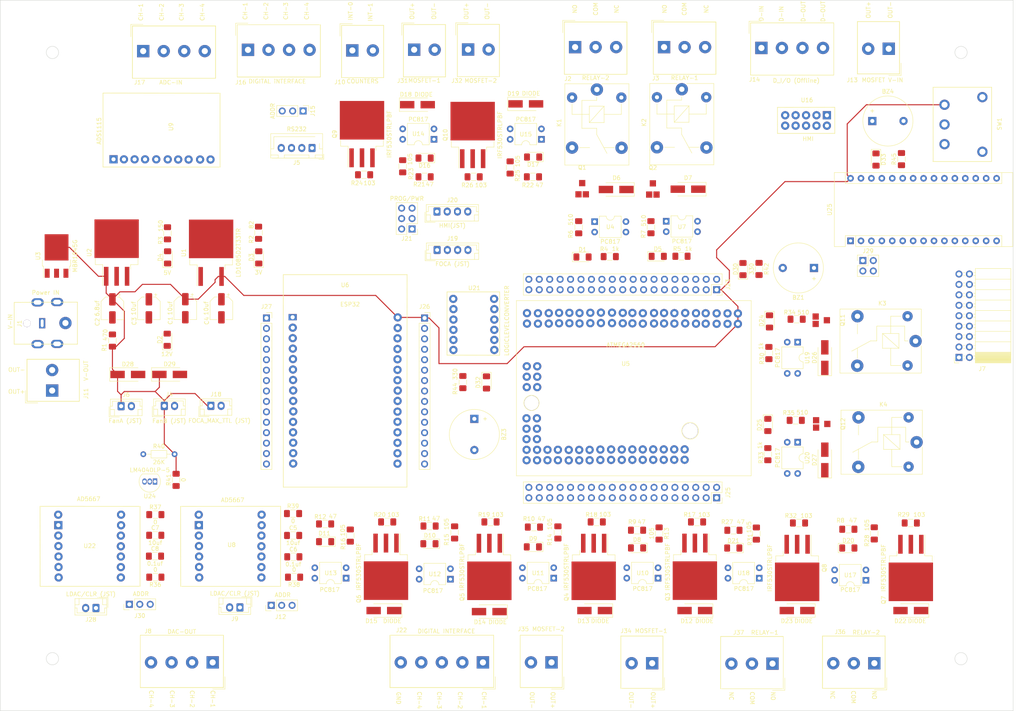
<source format=kicad_pcb>
(kicad_pcb (version 20171130) (host pcbnew "(5.1.5)-3")
  (title_block (title "Firs(hopefully last) PCB Design") (date 2021-03-10) (rev first) (company IOT-DAQ) (comment 1 SpeDERiKeVinSef))
  (layers (0 F.Cu signal) (31 B.Cu signal) (34 B.Paste user) (35 F.Paste user) (36 B.SilkS user) (37 F.SilkS user) (38 B.Mask user) (39 F.Mask user) (44 Edge.Cuts user))
  (net 0 "")
  (net 1 12V)
  (net 2 5V)
  (net 3 3.3V)
  (net 4 "Net-(D1-Pad2)")
  (net 5 IO_5)
  (net 6 "Net-(D2-Pad2)")
  (net 7 "Net-(D3-Pad2)")
  (net 8 "Net-(D4-Pad2)")
  (net 9 "Net-(D5-Pad2)")
  (net 10 IO_4)
  (net 11 "Net-(D6-Pad2)")
  (net 12 "Net-(D6-Pad1)")
  (net 13 "Net-(D7-Pad2)")
  (net 14 "Net-(D7-Pad1)")
  (net 15 "Net-(D8-Pad2)")
  (net 16 "Net-(D8-Pad1)")
  (net 17 "Net-(D9-Pad2)")
  (net 18 "Net-(D9-Pad1)")
  (net 19 "Net-(D10-Pad2)")
  (net 20 "Net-(D10-Pad1)")
  (net 21 "Net-(D11-Pad2)")
  (net 22 "Net-(D11-Pad1)")
  (net 23 "Net-(D12-Pad1)")
  (net 24 "Net-(D13-Pad1)")
  (net 25 "Net-(D14-Pad1)")
  (net 26 "Net-(D15-Pad1)")
  (net 27 "Net-(D16-Pad2)")
  (net 28 "Net-(D16-Pad1)")
  (net 29 "Net-(D17-Pad2)")
  (net 30 "Net-(D17-Pad1)")
  (net 31 "Net-(D18-Pad1)")
  (net 32 "Net-(D19-Pad1)")
  (net 33 "Net-(D20-Pad2)")
  (net 34 "Net-(D20-Pad1)")
  (net 35 "Net-(D21-Pad2)")
  (net 36 "Net-(D21-Pad1)")
  (net 37 "Net-(D22-Pad1)")
  (net 38 "Net-(D23-Pad1)")
  (net 39 "Net-(D24-Pad2)")
  (net 40 DOut2)
  (net 41 "Net-(D25-Pad2)")
  (net 42 DOut1)
  (net 43 "Net-(D26-Pad2)")
  (net 44 "Net-(D27-Pad2)")
  (net 45 "Net-(J1-Pad4)")
  (net 46 "Net-(J2-Pad3)")
  (net 47 "Net-(J2-Pad2)")
  (net 48 "Net-(J2-Pad1)")
  (net 49 "Net-(J3-Pad3)")
  (net 50 "Net-(J3-Pad2)")
  (net 51 "Net-(J3-Pad1)")
  (net 52 RX3)
  (net 53 TX3)
  (net 54 PWM5)
  (net 55 "Net-(J8-Pad2)")
  (net 56 "Net-(J8-Pad1)")
  (net 57 "Net-(J9-Pad2)")
  (net 58 "Net-(J9-Pad1)")
  (net 59 "Net-(J12-Pad2)")
  (net 60 "Net-(J13-Pad1)")
  (net 61 "Net-(J14-Pad4)")
  (net 62 "Net-(J14-Pad3)")
  (net 63 "Net-(J14-Pad2)")
  (net 64 "Net-(J14-Pad1)")
  (net 65 "Net-(J15-Pad2)")
  (net 66 "Net-(J17-Pad3)")
  (net 67 "Net-(J17-Pad4)")
  (net 68 "Net-(J17-Pad2)")
  (net 69 "Net-(J17-Pad1)")
  (net 70 "Net-(J19-Pad3)")
  (net 71 "Net-(J19-Pad2)")
  (net 72 "Net-(J19-Pad1)")
  (net 73 "Net-(J20-Pad3)")
  (net 74 "Net-(J20-Pad2)")
  (net 75 RX1)
  (net 76 TX1)
  (net 77 "Net-(J28-Pad2)")
  (net 78 "Net-(J28-Pad1)")
  (net 79 "Net-(J30-Pad2)")
  (net 80 PWM6)
  (net 81 "Net-(J36-Pad3)")
  (net 82 "Net-(J36-Pad2)")
  (net 83 "Net-(J36-Pad1)")
  (net 84 "Net-(J37-Pad3)")
  (net 85 "Net-(J37-Pad2)")
  (net 86 "Net-(J37-Pad1)")
  (net 87 "Net-(Q1-PadB)")
  (net 88 "Net-(Q2-PadB)")
  (net 89 SWITCH)
  (net 90 "Net-(Q11-PadB)")
  (net 91 "Net-(Q12-PadB)")
  (net 92 "Net-(R4-Pad1)")
  (net 93 "Net-(R5-Pad1)")
  (net 94 "Net-(R6-Pad1)")
  (net 95 "Net-(R7-Pad1)")
  (net 96 PWM1)
  (net 97 PWM2)
  (net 98 PWM3)
  (net 99 PWM4)
  (net 100 "Net-(R13-Pad1)")
  (net 101 "Net-(R14-Pad1)")
  (net 102 "Net-(R15-Pad1)")
  (net 103 "Net-(R16-Pad1)")
  (net 104 IO_6)
  (net 105 IO_7)
  (net 106 "Net-(R23-Pad1)")
  (net 107 "Net-(R25-Pad1)")
  (net 108 "Net-(R28-Pad1)")
  (net 109 "Net-(R30-Pad1)")
  (net 110 "Net-(R31-Pad1)")
  (net 111 "Net-(R33-Pad1)")
  (net 112 "Net-(R34-Pad1)")
  (net 113 "Net-(R35-Pad1)")
  (net 114 SCL)
  (net 115 SDA)
  (net 116 ALRT)
  (net 117 TX2)
  (net 118 RX2)
  (net 119 "Net-(U16-Pad6)")
  (net 120 "Net-(U21-Pad6)")
  (net 121 "Net-(U21-Pad7)")
  (net 122 "Net-(U21-Pad5)")
  (net 123 "Net-(U21-Pad8)")
  (net 124 "Net-(J8-Pad4)")
  (net 125 "Net-(J8-Pad3)")
  (net 126 "Net-(R40-Pad1)")
  (net 127 "Net-(D30-Pad2)")
  (net 128 "Net-(D32-Pad2)")
  (net 129 "Net-(Q3-Pad1)")
  (net 130 "Net-(Q4-Pad1)")
  (net 131 "Net-(Q5-Pad1)")
  (net 132 "Net-(Q6-Pad1)")
  (net 133 "Net-(Q7-Pad1)")
  (net 134 "Net-(Q8-Pad1)")
  (net 135 "Net-(Q9-Pad1)")
  (net 136 "Net-(Q10-Pad1)")
  (net 137 "Net-(BZ1-Pad2)")
  (net 138 ATMEGA_D13)
  (net 139 ATMEGA_GND)
  (net 140 ESP_D13)
  (net 141 "Net-(BZ4-Pad1)")
  (net 142 "Net-(D33-Pad2)")
  (net 143 D11)
  (net 144 A0)
  (net 145 A1)
  (net 146 A2)
  (net 147 A3)
  (net 148 A4)
  (net 149 A5)
  (net 150 A6)
  (net 151 A7)
  (net 152 D10)
  (net 153 D9)
  (net 154 D8)
  (net 155 D7)
  (net 156 D6)
  (net 157 D5)
  (net 158 D4)
  (net 159 D3)
  (net 160 D2)
  (net 161 ATMEGA_D2)
  (net 162 ATMEGA_D3)
  (net 163 ATMEGA_D26)
  (net 164 ATMEGA_D27)
  (net 165 ATMEGA_D28)
  (net 166 ATMEGA_D29)
  (net 167 ATMEGA_D25)
  (net 168 ATMEGA_D24)
  (net 169 ATMEGA_D23)
  (net 170 ATMEGA_D22)
  (net 171 ATMEGA_D12)
  (net 172 ATMEGA_D9)
  (net 173 ATMEGA_D4)
  (net 174 TX0)
  (net 175 RX0)
  (net 176 ATMEGA_RST)
  (net 177 ATMEGA_AREF)
  (net 178 ATMEGA_3V3)
  (net 179 ATMEGA_5V)
  (net 180 ATMEGA_D53)
  (net 181 ATMEGA_D52)
  (net 182 ATMEGA_D51)
  (net 183 ATMEGA_D50)
  (net 184 ATMEGA_D49)
  (net 185 ATMEGA_D48)
  (net 186 ATMEGA_D47)
  (net 187 ATMEGA_D46)
  (net 188 ATMEGA_D45)
  (net 189 ATMEGA_D44)
  (net 190 ATMEGA_D43)
  (net 191 ATMEGA_D42)
  (net 192 ATMEGA_D41)
  (net 193 ATMEGA_D40)
  (net 194 ATMEGA_D39)
  (net 195 ATMEGA_D38)
  (net 196 ATMEGA_D37)
  (net 197 ATMEGA_D36)
  (net 198 ATMEGA_D35)
  (net 199 ATMEGA_D34)
  (net 200 ATMEGA_D33)
  (net 201 ATMEGA_A15)
  (net 202 ATMEGA_A14)
  (net 203 ATMEGA_A13)
  (net 204 ATMEGA_A12)
  (net 205 ATMEGA_A11)
  (net 206 ATMEGA_A10)
  (net 207 ATMEGA_A9)
  (net 208 ATMEGA_A8)
  (net 209 ATMEGA_A7)
  (net 210 ATMEGA_A6)
  (net 211 ATMEGA_A5)
  (net 212 ATMEGA_A4)
  (net 213 ATMEGA_A3)
  (net 214 ATMEGA_A2)
  (net 215 ATMEGA_A1)
  (net 216 ATMEGA_A0)
  (net 217 ESP_EN)
  (net 218 ESP_VP)
  (net 219 ESP_VN)
  (net 220 ESP_D35)
  (net 221 ESP_D32)
  (net 222 ESP_D33)
  (net 223 ESP_D25)
  (net 224 ESP_D26)
  (net 225 ESP_D27)
  (net 226 ESP_D14)
  (net 227 ESP_D12)
  (net 228 ESP_D23)
  (net 229 ESP_D22)
  (net 230 ESP_TX0)
  (net 231 ESP_RX0)
  (net 232 ESP_D21)
  (net 233 ESP_D19)
  (net 234 ESP_D18)
  (net 235 ESP_D5)
  (net 236 ESP_TX2)
  (net 237 ESP_RX2)
  (net 238 ESP_D4)
  (net 239 ESP_D2)
  (net 240 ESP_D15)
  (net 241 ESP_3V3)
  (net 242 "Net-(J29-Pad4)")
  (net 243 "Net-(J29-Pad2)")
  (net 244 "Net-(R45-Pad2)")
  (net 245 "Net-(U25-Pad28)")
  (net 246 "Net-(U25-Pad27)")
  (net 247 "Net-(U25-Pad4)")
  (net 248 "Net-(U25-Pad3)")
  (net 249 "Net-(U25-Pad18)")
  (net 250 "Net-(U25-Pad17)")
  (net 251 ESP_D34)
  (module freetronics_footprints:MMBT2222L (layer F.Cu) (at 360.426 223.774 270)
    (fp_text reference Q12 (at -1.27 1.27 90) (layer F.SilkS))
    (fp_text value TRANSISTOR_NPN)
    (pad E smd rect (at -0.38 7.81 270) (size 1.524 1.524) (layers F.Cu F.Paste F.Mask) (net 139 ATMEGA_GND))
    (pad B smd rect (at -2.17 7.81 270) (size 1.524 1.524) (layers F.Cu F.Paste F.Mask) (net 91 "Net-(Q12-PadB)"))
    (pad C smd rect (at -1.27 5.08 270) (size 1.524 1.524) (layers F.Cu F.Paste F.Mask) (net 44 "Net-(D27-Pad2)"))
  )
  (module freetronics_footprints:MMBT2222L (layer F.Cu) (at 360.322 198.51 270)
    (fp_text reference Q11 (at -1.27 1.27 90) (layer F.SilkS))
    (fp_text value TRANSISTOR_NPN)
    (pad E smd rect (at -0.38 7.81 270) (size 1.524 1.524) (layers F.Cu F.Paste F.Mask) (net 139 ATMEGA_GND))
    (pad B smd rect (at -2.17 7.81 270) (size 1.524 1.524) (layers F.Cu F.Paste F.Mask) (net 90 "Net-(Q11-PadB)"))
    (pad C smd rect (at -1.27 5.08 270) (size 1.524 1.524) (layers F.Cu F.Paste F.Mask) (net 43 "Net-(D26-Pad2)"))
  )
  (module freetronics_footprints:MMBT2222L (layer F.Cu) (at 314.148 158.812)
    (fp_text reference Q2 (at -1.27 1.27) (layer F.SilkS))
    (fp_text value TRANSISTOR_NPN)
    (pad E smd rect (at -0.38 7.81) (size 1.524 1.524) (layers F.Cu F.Paste F.Mask) (net 139 ATMEGA_GND))
    (pad B smd rect (at -2.17 7.81) (size 1.524 1.524) (layers F.Cu F.Paste F.Mask) (net 88 "Net-(Q2-PadB)"))
    (pad C smd rect (at -1.27 5.08) (size 1.524 1.524) (layers F.Cu F.Paste F.Mask) (net 13 "Net-(D7-Pad2)"))
  )
  (module freetronics_footprints:MMBT2222L (layer F.Cu) (at 296.938 158.752)
    (fp_text reference Q1 (at -1.27 1.27) (layer F.SilkS))
    (fp_text value TRANSISTOR_NPN)
    (pad E smd rect (at -0.38 7.81) (size 1.524 1.524) (layers F.Cu F.Paste F.Mask) (net 139 ATMEGA_GND))
    (pad B smd rect (at -2.17 7.81) (size 1.524 1.524) (layers F.Cu F.Paste F.Mask) (net 87 "Net-(Q1-PadB)"))
    (pad C smd rect (at -1.27 5.08) (size 1.524 1.524) (layers F.Cu F.Paste F.Mask) (net 11 "Net-(D6-Pad2)"))
  )
  (module Package_TO_SOT_SMD:TO-263-3_TabPin2 (layer F.Cu) (at 182.325 180.75 90)
    (fp_text reference U2 (at 0 -6.65 90) (layer F.SilkS))
    (fp_text value SPX29300)
    (pad 2 smd rect (at 3.375 0 90) (size 9.4 10.8) (layers F.Cu F.Mask) (net 139 ATMEGA_GND))
    (pad 3 smd rect (at -5.775 2.54 90) (size 4.6 1.1) (layers F.Cu F.Paste F.Mask) (net 2 5V))
    (pad 2 smd rect (at -5.775 0 90) (size 4.6 1.1) (layers F.Cu F.Paste F.Mask) (net 139 ATMEGA_GND))
    (pad 1 smd rect (at -5.775 -2.54 90) (size 4.6 1.1) (layers F.Cu F.Paste F.Mask) (net 1 12V))
  )
  (module Package_TO_SOT_SMD:TO-263-2 (layer F.Cu) (at 205.325 180.8 90)
    (fp_text reference U1 (at 0 -6.65 90) (layer F.SilkS))
    (fp_text value LD1085D2T33TR (at 0 6.65 90) (layer F.SilkS))
    (pad 2 smd rect (at 3.375 0 90) (size 9.4 10.8) (layers F.Cu F.Mask) (net 3 3.3V))
    (pad 3 smd rect (at -5.775 2.54 90) (size 4.6 1.1) (layers F.Cu F.Paste F.Mask) (net 1 12V))
    (pad 1 smd rect (at -5.775 -2.54 90) (size 4.6 1.1) (layers F.Cu F.Paste F.Mask) (net 139 ATMEGA_GND))
  )
  (module Connector_PinSocket_2.54mm:PinSocket_2x19_P2.54mm_Vertical (layer F.Cu) (at 328.4 240.5 270)
    (fp_text reference J25 (at -1.27 -2.77 90) (layer F.SilkS))
    (fp_text value ATMEGA2560_pinheaders)
    (pad 38 thru_hole oval (at -2.54 45.72 270) (size 1.7 1.7) (drill 1) (layers *.Cu *.Mask) (net 180 ATMEGA_D53))
    (pad 37 thru_hole oval (at 0 45.72 270) (size 1.7 1.7) (drill 1) (layers *.Cu *.Mask) (net 181 ATMEGA_D52))
    (pad 36 thru_hole oval (at -2.54 43.18 270) (size 1.7 1.7) (drill 1) (layers *.Cu *.Mask) (net 182 ATMEGA_D51))
    (pad 35 thru_hole oval (at 0 43.18 270) (size 1.7 1.7) (drill 1) (layers *.Cu *.Mask) (net 183 ATMEGA_D50))
    (pad 34 thru_hole oval (at -2.54 40.64 270) (size 1.7 1.7) (drill 1) (layers *.Cu *.Mask) (net 184 ATMEGA_D49))
    (pad 33 thru_hole oval (at 0 40.64 270) (size 1.7 1.7) (drill 1) (layers *.Cu *.Mask) (net 185 ATMEGA_D48))
    (pad 32 thru_hole oval (at -2.54 38.1 270) (size 1.7 1.7) (drill 1) (layers *.Cu *.Mask) (net 186 ATMEGA_D47))
    (pad 31 thru_hole oval (at 0 38.1 270) (size 1.7 1.7) (drill 1) (layers *.Cu *.Mask) (net 187 ATMEGA_D46))
    (pad 30 thru_hole oval (at -2.54 35.56 270) (size 1.7 1.7) (drill 1) (layers *.Cu *.Mask) (net 188 ATMEGA_D45))
    (pad 29 thru_hole oval (at 0 35.56 270) (size 1.7 1.7) (drill 1) (layers *.Cu *.Mask) (net 189 ATMEGA_D44))
    (pad 28 thru_hole oval (at -2.54 33.02 270) (size 1.7 1.7) (drill 1) (layers *.Cu *.Mask) (net 190 ATMEGA_D43))
    (pad 27 thru_hole oval (at 0 33.02 270) (size 1.7 1.7) (drill 1) (layers *.Cu *.Mask) (net 191 ATMEGA_D42))
    (pad 26 thru_hole oval (at -2.54 30.48 270) (size 1.7 1.7) (drill 1) (layers *.Cu *.Mask) (net 192 ATMEGA_D41))
    (pad 25 thru_hole oval (at 0 30.48 270) (size 1.7 1.7) (drill 1) (layers *.Cu *.Mask) (net 193 ATMEGA_D40))
    (pad 24 thru_hole oval (at -2.54 27.94 270) (size 1.7 1.7) (drill 1) (layers *.Cu *.Mask) (net 194 ATMEGA_D39))
    (pad 23 thru_hole oval (at 0 27.94 270) (size 1.7 1.7) (drill 1) (layers *.Cu *.Mask) (net 195 ATMEGA_D38))
    (pad 22 thru_hole oval (at -2.54 25.4 270) (size 1.7 1.7) (drill 1) (layers *.Cu *.Mask) (net 196 ATMEGA_D37))
    (pad 21 thru_hole oval (at 0 25.4 270) (size 1.7 1.7) (drill 1) (layers *.Cu *.Mask) (net 197 ATMEGA_D36))
    (pad 20 thru_hole oval (at -2.54 22.86 270) (size 1.7 1.7) (drill 1) (layers *.Cu *.Mask) (net 198 ATMEGA_D35))
    (pad 19 thru_hole oval (at 0 22.86 270) (size 1.7 1.7) (drill 1) (layers *.Cu *.Mask) (net 199 ATMEGA_D34))
    (pad 18 thru_hole oval (at -2.54 20.32 270) (size 1.7 1.7) (drill 1) (layers *.Cu *.Mask) (net 200 ATMEGA_D33))
    (pad 17 thru_hole oval (at 0 20.32 270) (size 1.7 1.7) (drill 1) (layers *.Cu *.Mask) (net 116 ALRT))
    (pad 16 thru_hole oval (at -2.54 17.78 270) (size 1.7 1.7) (drill 1) (layers *.Cu *.Mask) (net 201 ATMEGA_A15))
    (pad 15 thru_hole oval (at 0 17.78 270) (size 1.7 1.7) (drill 1) (layers *.Cu *.Mask) (net 202 ATMEGA_A14))
    (pad 14 thru_hole oval (at -2.54 15.24 270) (size 1.7 1.7) (drill 1) (layers *.Cu *.Mask) (net 203 ATMEGA_A13))
    (pad 13 thru_hole oval (at 0 15.24 270) (size 1.7 1.7) (drill 1) (layers *.Cu *.Mask) (net 204 ATMEGA_A12))
    (pad 12 thru_hole oval (at -2.54 12.7 270) (size 1.7 1.7) (drill 1) (layers *.Cu *.Mask) (net 205 ATMEGA_A11))
    (pad 11 thru_hole oval (at 0 12.7 270) (size 1.7 1.7) (drill 1) (layers *.Cu *.Mask) (net 206 ATMEGA_A10))
    (pad 10 thru_hole oval (at -2.54 10.16 270) (size 1.7 1.7) (drill 1) (layers *.Cu *.Mask) (net 207 ATMEGA_A9))
    (pad 9 thru_hole oval (at 0 10.16 270) (size 1.7 1.7) (drill 1) (layers *.Cu *.Mask) (net 208 ATMEGA_A8))
    (pad 8 thru_hole oval (at -2.54 7.62 270) (size 1.7 1.7) (drill 1) (layers *.Cu *.Mask) (net 209 ATMEGA_A7))
    (pad 7 thru_hole oval (at 0 7.62 270) (size 1.7 1.7) (drill 1) (layers *.Cu *.Mask) (net 210 ATMEGA_A6))
    (pad 6 thru_hole oval (at -2.54 5.08 270) (size 1.7 1.7) (drill 1) (layers *.Cu *.Mask) (net 211 ATMEGA_A5))
    (pad 5 thru_hole oval (at 0 5.08 270) (size 1.7 1.7) (drill 1) (layers *.Cu *.Mask) (net 212 ATMEGA_A4))
    (pad 4 thru_hole oval (at -2.54 2.54 270) (size 1.7 1.7) (drill 1) (layers *.Cu *.Mask) (net 213 ATMEGA_A3))
    (pad 3 thru_hole oval (at 0 2.54 270) (size 1.7 1.7) (drill 1) (layers *.Cu *.Mask) (net 214 ATMEGA_A2))
    (pad 2 thru_hole oval (at -2.54 0 270) (size 1.7 1.7) (drill 1) (layers *.Cu *.Mask) (net 215 ATMEGA_A1))
    (pad 1 thru_hole rect (at 0 0 270) (size 1.7 1.7) (drill 1) (layers *.Cu *.Mask) (net 216 ATMEGA_A0))
  )
  (module Connector_PinSocket_2.54mm:PinSocket_2x19_P2.54mm_Vertical (layer F.Cu) (at 328.4 189.8 270)
    (fp_text reference J23 (at -1.27 -2.77 90) (layer F.SilkS))
    (fp_text value ATMEGA_pinheaders)
    (pad 38 thru_hole oval (at -2.54 45.72 270) (size 1.7 1.7) (drill 1) (layers *.Cu *.Mask) (net 40 DOut2))
    (pad 37 thru_hole oval (at 0 45.72 270) (size 1.7 1.7) (drill 1) (layers *.Cu *.Mask) (net 42 DOut1))
    (pad 36 thru_hole oval (at -2.54 43.18 270) (size 1.7 1.7) (drill 1) (layers *.Cu *.Mask) (net 166 ATMEGA_D29))
    (pad 35 thru_hole oval (at 0 43.18 270) (size 1.7 1.7) (drill 1) (layers *.Cu *.Mask) (net 165 ATMEGA_D28))
    (pad 34 thru_hole oval (at -2.54 40.64 270) (size 1.7 1.7) (drill 1) (layers *.Cu *.Mask) (net 164 ATMEGA_D27))
    (pad 33 thru_hole oval (at 0 40.64 270) (size 1.7 1.7) (drill 1) (layers *.Cu *.Mask) (net 163 ATMEGA_D26))
    (pad 32 thru_hole oval (at -2.54 38.1 270) (size 1.7 1.7) (drill 1) (layers *.Cu *.Mask) (net 167 ATMEGA_D25))
    (pad 31 thru_hole oval (at 0 38.1 270) (size 1.7 1.7) (drill 1) (layers *.Cu *.Mask) (net 168 ATMEGA_D24))
    (pad 30 thru_hole oval (at -2.54 35.56 270) (size 1.7 1.7) (drill 1) (layers *.Cu *.Mask) (net 169 ATMEGA_D23))
    (pad 29 thru_hole oval (at 0 35.56 270) (size 1.7 1.7) (drill 1) (layers *.Cu *.Mask) (net 170 ATMEGA_D22))
    (pad 28 thru_hole oval (at -2.54 33.02 270) (size 1.7 1.7) (drill 1) (layers *.Cu *.Mask) (net 114 SCL))
    (pad 27 thru_hole oval (at 0 33.02 270) (size 1.7 1.7) (drill 1) (layers *.Cu *.Mask) (net 115 SDA))
    (pad 26 thru_hole oval (at -2.54 30.48 270) (size 1.7 1.7) (drill 1) (layers *.Cu *.Mask) (net 76 TX1))
    (pad 25 thru_hole oval (at 0 30.48 270) (size 1.7 1.7) (drill 1) (layers *.Cu *.Mask) (net 75 RX1))
    (pad 24 thru_hole oval (at -2.54 27.94 270) (size 1.7 1.7) (drill 1) (layers *.Cu *.Mask) (net 117 TX2))
    (pad 23 thru_hole oval (at 0 27.94 270) (size 1.7 1.7) (drill 1) (layers *.Cu *.Mask) (net 118 RX2))
    (pad 22 thru_hole oval (at -2.54 25.4 270) (size 1.7 1.7) (drill 1) (layers *.Cu *.Mask) (net 53 TX3))
    (pad 21 thru_hole oval (at 0 25.4 270) (size 1.7 1.7) (drill 1) (layers *.Cu *.Mask) (net 52 RX3))
    (pad 20 thru_hole oval (at -2.54 22.86 270) (size 1.7 1.7) (drill 1) (layers *.Cu *.Mask) (net 138 ATMEGA_D13))
    (pad 19 thru_hole oval (at 0 22.86 270) (size 1.7 1.7) (drill 1) (layers *.Cu *.Mask) (net 171 ATMEGA_D12))
    (pad 18 thru_hole oval (at -2.54 20.32 270) (size 1.7 1.7) (drill 1) (layers *.Cu *.Mask) (net 80 PWM6))
    (pad 17 thru_hole oval (at 0 20.32 270) (size 1.7 1.7) (drill 1) (layers *.Cu *.Mask) (net 54 PWM5))
    (pad 16 thru_hole oval (at -2.54 17.78 270) (size 1.7 1.7) (drill 1) (layers *.Cu *.Mask) (net 172 ATMEGA_D9))
    (pad 15 thru_hole oval (at 0 17.78 270) (size 1.7 1.7) (drill 1) (layers *.Cu *.Mask) (net 99 PWM4))
    (pad 14 thru_hole oval (at -2.54 15.24 270) (size 1.7 1.7) (drill 1) (layers *.Cu *.Mask) (net 98 PWM3))
    (pad 13 thru_hole oval (at 0 15.24 270) (size 1.7 1.7) (drill 1) (layers *.Cu *.Mask) (net 97 PWM2))
    (pad 12 thru_hole oval (at -2.54 12.7 270) (size 1.7 1.7) (drill 1) (layers *.Cu *.Mask) (net 96 PWM1))
    (pad 11 thru_hole oval (at 0 12.7 270) (size 1.7 1.7) (drill 1) (layers *.Cu *.Mask) (net 173 ATMEGA_D4))
    (pad 10 thru_hole oval (at -2.54 10.16 270) (size 1.7 1.7) (drill 1) (layers *.Cu *.Mask) (net 162 ATMEGA_D3))
    (pad 9 thru_hole oval (at 0 10.16 270) (size 1.7 1.7) (drill 1) (layers *.Cu *.Mask) (net 161 ATMEGA_D2))
    (pad 8 thru_hole oval (at -2.54 7.62 270) (size 1.7 1.7) (drill 1) (layers *.Cu *.Mask) (net 174 TX0))
    (pad 7 thru_hole oval (at 0 7.62 270) (size 1.7 1.7) (drill 1) (layers *.Cu *.Mask) (net 175 RX0))
    (pad 6 thru_hole oval (at -2.54 5.08 270) (size 1.7 1.7) (drill 1) (layers *.Cu *.Mask) (net 176 ATMEGA_RST))
    (pad 5 thru_hole oval (at 0 5.08 270) (size 1.7 1.7) (drill 1) (layers *.Cu *.Mask) (net 177 ATMEGA_AREF))
    (pad 4 thru_hole oval (at -2.54 2.54 270) (size 1.7 1.7) (drill 1) (layers *.Cu *.Mask) (net 178 ATMEGA_3V3))
    (pad 3 thru_hole oval (at 0 2.54 270) (size 1.7 1.7) (drill 1) (layers *.Cu *.Mask) (net 179 ATMEGA_5V))
    (pad 2 thru_hole oval (at -2.54 0 270) (size 1.7 1.7) (drill 1) (layers *.Cu *.Mask) (net 139 ATMEGA_GND))
    (pad 1 thru_hole rect (at 0 0 270) (size 1.7 1.7) (drill 1) (layers *.Cu *.Mask) (net 1 12V))
  )
  (module Module:Arduino_Nano (layer F.Cu) (at 361 177.9 90)
    (fp_text reference U25 (at 7.62 -5.08 90) (layer F.SilkS))
    (fp_text value ArduinoNANO)
    (pad 16 thru_hole oval (at 15.24 35.56 90) (size 1.6 1.6) (drill 0.8) (layers *.Cu *.Mask) (net 141 "Net-(BZ4-Pad1)"))
    (pad 15 thru_hole oval (at 0 35.56 90) (size 1.6 1.6) (drill 0.8) (layers *.Cu *.Mask) (net 244 "Net-(R45-Pad2)"))
    (pad 30 thru_hole oval (at 15.24 0 90) (size 1.6 1.6) (drill 0.8) (layers *.Cu *.Mask) (net 1 12V))
    (pad 14 thru_hole oval (at 0 33.02 90) (size 1.6 1.6) (drill 0.8) (layers *.Cu *.Mask) (net 143 D11))
    (pad 29 thru_hole oval (at 15.24 2.54 90) (size 1.6 1.6) (drill 0.8) (layers *.Cu *.Mask) (net 139 ATMEGA_GND))
    (pad 13 thru_hole oval (at 0 30.48 90) (size 1.6 1.6) (drill 0.8) (layers *.Cu *.Mask) (net 152 D10))
    (pad 28 thru_hole oval (at 15.24 5.08 90) (size 1.6 1.6) (drill 0.8) (layers *.Cu *.Mask) (net 245 "Net-(U25-Pad28)"))
    (pad 12 thru_hole oval (at 0 27.94 90) (size 1.6 1.6) (drill 0.8) (layers *.Cu *.Mask) (net 153 D9))
    (pad 27 thru_hole oval (at 15.24 7.62 90) (size 1.6 1.6) (drill 0.8) (layers *.Cu *.Mask) (net 246 "Net-(U25-Pad27)"))
    (pad 11 thru_hole oval (at 0 25.4 90) (size 1.6 1.6) (drill 0.8) (layers *.Cu *.Mask) (net 154 D8))
    (pad 26 thru_hole oval (at 15.24 10.16 90) (size 1.6 1.6) (drill 0.8) (layers *.Cu *.Mask) (net 151 A7))
    (pad 10 thru_hole oval (at 0 22.86 90) (size 1.6 1.6) (drill 0.8) (layers *.Cu *.Mask) (net 155 D7))
    (pad 25 thru_hole oval (at 15.24 12.7 90) (size 1.6 1.6) (drill 0.8) (layers *.Cu *.Mask) (net 150 A6))
    (pad 9 thru_hole oval (at 0 20.32 90) (size 1.6 1.6) (drill 0.8) (layers *.Cu *.Mask) (net 156 D6))
    (pad 24 thru_hole oval (at 15.24 15.24 90) (size 1.6 1.6) (drill 0.8) (layers *.Cu *.Mask) (net 149 A5))
    (pad 8 thru_hole oval (at 0 17.78 90) (size 1.6 1.6) (drill 0.8) (layers *.Cu *.Mask) (net 157 D5))
    (pad 23 thru_hole oval (at 15.24 17.78 90) (size 1.6 1.6) (drill 0.8) (layers *.Cu *.Mask) (net 148 A4))
    (pad 7 thru_hole oval (at 0 15.24 90) (size 1.6 1.6) (drill 0.8) (layers *.Cu *.Mask) (net 158 D4))
    (pad 22 thru_hole oval (at 15.24 20.32 90) (size 1.6 1.6) (drill 0.8) (layers *.Cu *.Mask) (net 147 A3))
    (pad 6 thru_hole oval (at 0 12.7 90) (size 1.6 1.6) (drill 0.8) (layers *.Cu *.Mask) (net 159 D3))
    (pad 21 thru_hole oval (at 15.24 22.86 90) (size 1.6 1.6) (drill 0.8) (layers *.Cu *.Mask) (net 146 A2))
    (pad 5 thru_hole oval (at 0 10.16 90) (size 1.6 1.6) (drill 0.8) (layers *.Cu *.Mask) (net 160 D2))
    (pad 20 thru_hole oval (at 15.24 25.4 90) (size 1.6 1.6) (drill 0.8) (layers *.Cu *.Mask) (net 145 A1))
    (pad 4 thru_hole oval (at 0 7.62 90) (size 1.6 1.6) (drill 0.8) (layers *.Cu *.Mask) (net 247 "Net-(U25-Pad4)"))
    (pad 19 thru_hole oval (at 15.24 27.94 90) (size 1.6 1.6) (drill 0.8) (layers *.Cu *.Mask) (net 144 A0))
    (pad 3 thru_hole oval (at 0 5.08 90) (size 1.6 1.6) (drill 0.8) (layers *.Cu *.Mask) (net 248 "Net-(U25-Pad3)"))
    (pad 18 thru_hole oval (at 15.24 30.48 90) (size 1.6 1.6) (drill 0.8) (layers *.Cu *.Mask) (net 249 "Net-(U25-Pad18)"))
    (pad 2 thru_hole oval (at 0 2.54 90) (size 1.6 1.6) (drill 0.8) (layers *.Cu *.Mask) (net 243 "Net-(J29-Pad2)"))
    (pad 17 thru_hole oval (at 15.24 33.02 90) (size 1.6 1.6) (drill 0.8) (layers *.Cu *.Mask) (net 250 "Net-(U25-Pad17)"))
    (pad 1 thru_hole rect (at 0 0 90) (size 1.6 1.6) (drill 0.8) (layers *.Cu *.Mask) (net 242 "Net-(J29-Pad4)"))
  )
  (module Resistor_SMD:R_1206_3216Metric_Pad1.42x1.75mm_HandSolder (layer F.Cu) (at 373.4 157.9875 90)
    (fp_text reference R45 (at 0 -1.82 90) (layer F.SilkS))
    (fp_text value 330)
    (pad 2 smd roundrect (at 1.4875 0 90) (size 1.425 1.75) (layers F.Cu F.Paste F.Mask) (roundrect_rratio 0.175439) (net 244 "Net-(R45-Pad2)"))
    (pad 1 smd roundrect (at -1.4875 0 90) (size 1.425 1.75) (layers F.Cu F.Paste F.Mask) (roundrect_rratio 0.175439) (net 142 "Net-(D33-Pad2)"))
  )
  (module Connector_PinHeader_2.54mm:PinHeader_2x02_P2.54mm_Vertical (layer F.Cu) (at 364 182.7)
    (fp_text reference J29 (at 1.27 -2.33) (layer F.SilkS))
    (fp_text value PROG)
    (pad 4 thru_hole oval (at 2.54 2.54) (size 1.7 1.7) (drill 1) (layers *.Cu *.Mask) (net 242 "Net-(J29-Pad4)"))
    (pad 3 thru_hole oval (at 0 2.54) (size 1.7 1.7) (drill 1) (layers *.Cu *.Mask) (net 175 RX0))
    (pad 2 thru_hole oval (at 2.54 0) (size 1.7 1.7) (drill 1) (layers *.Cu *.Mask) (net 243 "Net-(J29-Pad2)"))
    (pad 1 thru_hole rect (at 0 0) (size 1.7 1.7) (drill 1) (layers *.Cu *.Mask) (net 174 TX0))
  )
  (module Connector_PinSocket_2.54mm:PinSocket_1x15_P2.54mm_Vertical (layer F.Cu) (at 218.8 196.7)
    (fp_text reference J27 (at 0 -2.77) (layer F.SilkS))
    (fp_text value ESP32_RIGHtpinheaders)
    (pad 15 thru_hole oval (at 0 35.56) (size 1.7 1.7) (drill 1) (layers *.Cu *.Mask) (net 228 ESP_D23))
    (pad 14 thru_hole oval (at 0 33.02) (size 1.7 1.7) (drill 1) (layers *.Cu *.Mask) (net 229 ESP_D22))
    (pad 13 thru_hole oval (at 0 30.48) (size 1.7 1.7) (drill 1) (layers *.Cu *.Mask) (net 230 ESP_TX0))
    (pad 12 thru_hole oval (at 0 27.94) (size 1.7 1.7) (drill 1) (layers *.Cu *.Mask) (net 231 ESP_RX0))
    (pad 11 thru_hole oval (at 0 25.4) (size 1.7 1.7) (drill 1) (layers *.Cu *.Mask) (net 232 ESP_D21))
    (pad 10 thru_hole oval (at 0 22.86) (size 1.7 1.7) (drill 1) (layers *.Cu *.Mask) (net 233 ESP_D19))
    (pad 9 thru_hole oval (at 0 20.32) (size 1.7 1.7) (drill 1) (layers *.Cu *.Mask) (net 234 ESP_D18))
    (pad 8 thru_hole oval (at 0 17.78) (size 1.7 1.7) (drill 1) (layers *.Cu *.Mask) (net 235 ESP_D5))
    (pad 7 thru_hole oval (at 0 15.24) (size 1.7 1.7) (drill 1) (layers *.Cu *.Mask) (net 236 ESP_TX2))
    (pad 6 thru_hole oval (at 0 12.7) (size 1.7 1.7) (drill 1) (layers *.Cu *.Mask) (net 237 ESP_RX2))
    (pad 5 thru_hole oval (at 0 10.16) (size 1.7 1.7) (drill 1) (layers *.Cu *.Mask) (net 238 ESP_D4))
    (pad 4 thru_hole oval (at 0 7.62) (size 1.7 1.7) (drill 1) (layers *.Cu *.Mask) (net 239 ESP_D2))
    (pad 3 thru_hole oval (at 0 5.08) (size 1.7 1.7) (drill 1) (layers *.Cu *.Mask) (net 240 ESP_D15))
    (pad 2 thru_hole oval (at 0 2.54) (size 1.7 1.7) (drill 1) (layers *.Cu *.Mask) (net 139 ATMEGA_GND))
    (pad 1 thru_hole rect (at 0 0) (size 1.7 1.7) (drill 1) (layers *.Cu *.Mask) (net 241 ESP_3V3))
  )
  (module Connector_PinSocket_2.54mm:PinSocket_1x15_P2.54mm_Vertical (layer F.Cu) (at 257.3 196.7)
    (fp_text reference J26 (at 0 -2.77) (layer F.SilkS))
    (fp_text value ESP32_LEFTpinheaders)
    (pad 15 thru_hole oval (at 0 35.56) (size 1.7 1.7) (drill 1) (layers *.Cu *.Mask) (net 217 ESP_EN))
    (pad 14 thru_hole oval (at 0 33.02) (size 1.7 1.7) (drill 1) (layers *.Cu *.Mask) (net 218 ESP_VP))
    (pad 13 thru_hole oval (at 0 30.48) (size 1.7 1.7) (drill 1) (layers *.Cu *.Mask) (net 219 ESP_VN))
    (pad 12 thru_hole oval (at 0 27.94) (size 1.7 1.7) (drill 1) (layers *.Cu *.Mask) (net 251 ESP_D34))
    (pad 11 thru_hole oval (at 0 25.4) (size 1.7 1.7) (drill 1) (layers *.Cu *.Mask) (net 220 ESP_D35))
    (pad 10 thru_hole oval (at 0 22.86) (size 1.7 1.7) (drill 1) (layers *.Cu *.Mask) (net 221 ESP_D32))
    (pad 9 thru_hole oval (at 0 20.32) (size 1.7 1.7) (drill 1) (layers *.Cu *.Mask) (net 222 ESP_D33))
    (pad 8 thru_hole oval (at 0 17.78) (size 1.7 1.7) (drill 1) (layers *.Cu *.Mask) (net 223 ESP_D25))
    (pad 7 thru_hole oval (at 0 15.24) (size 1.7 1.7) (drill 1) (layers *.Cu *.Mask) (net 224 ESP_D26))
    (pad 6 thru_hole oval (at 0 12.7) (size 1.7 1.7) (drill 1) (layers *.Cu *.Mask) (net 225 ESP_D27))
    (pad 5 thru_hole oval (at 0 10.16) (size 1.7 1.7) (drill 1) (layers *.Cu *.Mask) (net 226 ESP_D14))
    (pad 4 thru_hole oval (at 0 7.62) (size 1.7 1.7) (drill 1) (layers *.Cu *.Mask) (net 227 ESP_D12))
    (pad 3 thru_hole oval (at 0 5.08) (size 1.7 1.7) (drill 1) (layers *.Cu *.Mask) (net 140 ESP_D13))
    (pad 2 thru_hole oval (at 0 2.54) (size 1.7 1.7) (drill 1) (layers *.Cu *.Mask) (net 139 ATMEGA_GND))
    (pad 1 thru_hole rect (at 0 0) (size 1.7 1.7) (drill 1) (layers *.Cu *.Mask) (net 1 12V))
  )
  (module Connector_PinSocket_2.54mm:PinSocket_2x09_P2.54mm_Horizontal (layer F.Cu) (at 387.4 206.3 180)
    (fp_text reference J7 (at -5.65 -2.77) (layer F.SilkS))
    (fp_text value ARDUINO_NANO_pinheaders)
    (pad 18 thru_hole oval (at -2.54 20.32 180) (size 1.7 1.7) (drill 1) (layers *.Cu *.Mask) (net 143 D11))
    (pad 17 thru_hole oval (at 0 20.32 180) (size 1.7 1.7) (drill 1) (layers *.Cu *.Mask) (net 144 A0))
    (pad 16 thru_hole oval (at -2.54 17.78 180) (size 1.7 1.7) (drill 1) (layers *.Cu *.Mask) (net 145 A1))
    (pad 15 thru_hole oval (at 0 17.78 180) (size 1.7 1.7) (drill 1) (layers *.Cu *.Mask) (net 146 A2))
    (pad 14 thru_hole oval (at -2.54 15.24 180) (size 1.7 1.7) (drill 1) (layers *.Cu *.Mask) (net 147 A3))
    (pad 13 thru_hole oval (at 0 15.24 180) (size 1.7 1.7) (drill 1) (layers *.Cu *.Mask) (net 148 A4))
    (pad 12 thru_hole oval (at -2.54 12.7 180) (size 1.7 1.7) (drill 1) (layers *.Cu *.Mask) (net 149 A5))
    (pad 11 thru_hole oval (at 0 12.7 180) (size 1.7 1.7) (drill 1) (layers *.Cu *.Mask) (net 150 A6))
    (pad 10 thru_hole oval (at -2.54 10.16 180) (size 1.7 1.7) (drill 1) (layers *.Cu *.Mask) (net 151 A7))
    (pad 9 thru_hole oval (at 0 10.16 180) (size 1.7 1.7) (drill 1) (layers *.Cu *.Mask) (net 152 D10))
    (pad 8 thru_hole oval (at -2.54 7.62 180) (size 1.7 1.7) (drill 1) (layers *.Cu *.Mask) (net 153 D9))
    (pad 7 thru_hole oval (at 0 7.62 180) (size 1.7 1.7) (drill 1) (layers *.Cu *.Mask) (net 154 D8))
    (pad 6 thru_hole oval (at -2.54 5.08 180) (size 1.7 1.7) (drill 1) (layers *.Cu *.Mask) (net 155 D7))
    (pad 5 thru_hole oval (at 0 5.08 180) (size 1.7 1.7) (drill 1) (layers *.Cu *.Mask) (net 156 D6))
    (pad 4 thru_hole oval (at -2.54 2.54 180) (size 1.7 1.7) (drill 1) (layers *.Cu *.Mask) (net 157 D5))
    (pad 3 thru_hole oval (at 0 2.54 180) (size 1.7 1.7) (drill 1) (layers *.Cu *.Mask) (net 158 D4))
    (pad 2 thru_hole oval (at -2.54 0 180) (size 1.7 1.7) (drill 1) (layers *.Cu *.Mask) (net 159 D3))
    (pad 1 thru_hole rect (at 0 0 180) (size 1.7 1.7) (drill 1) (layers *.Cu *.Mask) (net 160 D2))
  )
  (module Diode_SMD:D_1206_3216Metric_Pad1.42x1.75mm_HandSolder (layer F.Cu) (at 367.2 158.0875 270)
    (fp_text reference D33 (at 0 -1.82 90) (layer F.SilkS))
    (fp_text value LED)
    (pad 2 smd roundrect (at 1.4875 0 270) (size 1.425 1.75) (layers F.Cu F.Paste F.Mask) (roundrect_rratio 0.175439) (net 142 "Net-(D33-Pad2)"))
    (pad 1 smd roundrect (at -1.4875 0 270) (size 1.425 1.75) (layers F.Cu F.Paste F.Mask) (roundrect_rratio 0.175439) (net 139 ATMEGA_GND))
  )
  (module Buzzer_Beeper:Buzzer_12x9.5RM7.6 (layer F.Cu) (at 366.3 148.7)
    (fp_text reference BZ4 (at 3.8 -7.2) (layer F.SilkS))
    (fp_text value Buzzer)
    (fp_text user + (at -0.01 -2.54) (layer F.SilkS))
    (pad 2 thru_hole circle (at 7.6 0) (size 2 2) (drill 1) (layers *.Cu *.Mask) (net 139 ATMEGA_GND))
    (pad 1 thru_hole rect (at 0 0) (size 2 2) (drill 1) (layers *.Cu *.Mask) (net 141 "Net-(BZ4-Pad1)"))
  )
  (module Package_TO_SOT_SMD:TO-263-3_TabPin2 (layer F.Cu) (at 269.005 152.104 90)
    (fp_text reference Q10 (at 0 -6.65 90) (layer F.SilkS))
    (fp_text value IRF530STRLPBF (at 0 6.65 90) (layer F.SilkS))
    (pad 2 smd rect (at 3.375 0 90) (size 9.4 10.8) (layers F.Cu F.Mask) (net 32 "Net-(D19-Pad1)"))
    (pad 3 smd rect (at -5.775 2.54 90) (size 4.6 1.1) (layers F.Cu F.Paste F.Mask) (net 89 SWITCH))
    (pad 2 smd rect (at -5.775 0 90) (size 4.6 1.1) (layers F.Cu F.Paste F.Mask) (net 32 "Net-(D19-Pad1)"))
    (pad 1 smd rect (at -5.775 -2.54 90) (size 4.6 1.1) (layers F.Cu F.Paste F.Mask) (net 136 "Net-(Q10-Pad1)"))
  )
  (module Package_TO_SOT_SMD:TO-263-3_TabPin2 (layer F.Cu) (at 242.062 151.892 90)
    (fp_text reference Q9 (at 0 -6.65 90) (layer F.SilkS))
    (fp_text value IRF530STRLPBF (at 0 6.65 90) (layer F.SilkS))
    (pad 2 smd rect (at 3.375 0 90) (size 9.4 10.8) (layers F.Cu F.Mask) (net 31 "Net-(D18-Pad1)"))
    (pad 3 smd rect (at -5.775 2.54 90) (size 4.6 1.1) (layers F.Cu F.Paste F.Mask) (net 89 SWITCH))
    (pad 2 smd rect (at -5.775 0 90) (size 4.6 1.1) (layers F.Cu F.Paste F.Mask) (net 31 "Net-(D18-Pad1)"))
    (pad 1 smd rect (at -5.775 -2.54 90) (size 4.6 1.1) (layers F.Cu F.Paste F.Mask) (net 135 "Net-(Q9-Pad1)"))
  )
  (module Package_TO_SOT_SMD:TO-263-3_TabPin2 (layer F.Cu) (at 347.999 257.598 270)
    (fp_text reference Q8 (at 0 -6.65 90) (layer F.SilkS))
    (fp_text value IRF530STRLPBF (at 0 6.65 90) (layer F.SilkS))
    (pad 2 smd rect (at 3.375 0 270) (size 9.4 10.8) (layers F.Cu F.Mask) (net 38 "Net-(D23-Pad1)"))
    (pad 3 smd rect (at -5.775 2.54 270) (size 4.6 1.1) (layers F.Cu F.Paste F.Mask) (net 89 SWITCH))
    (pad 2 smd rect (at -5.775 0 270) (size 4.6 1.1) (layers F.Cu F.Paste F.Mask) (net 38 "Net-(D23-Pad1)"))
    (pad 1 smd rect (at -5.775 -2.54 270) (size 4.6 1.1) (layers F.Cu F.Paste F.Mask) (net 134 "Net-(Q8-Pad1)"))
  )
  (module Package_TO_SOT_SMD:TO-263-3_TabPin2 (layer F.Cu) (at 375.685 257.598 270)
    (fp_text reference Q7 (at 7.808 6.623 90) (layer F.SilkS))
    (fp_text value IRF530STRLPBF (at 0 6.65 90) (layer F.SilkS))
    (pad 2 smd rect (at 3.375 0 270) (size 9.4 10.8) (layers F.Cu F.Mask) (net 37 "Net-(D22-Pad1)"))
    (pad 3 smd rect (at -5.775 2.54 270) (size 4.6 1.1) (layers F.Cu F.Paste F.Mask) (net 89 SWITCH))
    (pad 2 smd rect (at -5.775 0 270) (size 4.6 1.1) (layers F.Cu F.Paste F.Mask) (net 37 "Net-(D22-Pad1)"))
    (pad 1 smd rect (at -5.775 -2.54 270) (size 4.6 1.1) (layers F.Cu F.Paste F.Mask) (net 133 "Net-(Q7-Pad1)"))
  )
  (module Package_TO_SOT_SMD:TO-263-3_TabPin2 (layer F.Cu) (at 247.904 257.302 270)
    (fp_text reference Q6 (at 7.808 6.623 90) (layer F.SilkS))
    (fp_text value IRF530STRLPBF (at 0 6.65 90) (layer F.SilkS))
    (pad 2 smd rect (at 3.375 0 270) (size 9.4 10.8) (layers F.Cu F.Mask) (net 26 "Net-(D15-Pad1)"))
    (pad 3 smd rect (at -5.775 2.54 270) (size 4.6 1.1) (layers F.Cu F.Paste F.Mask) (net 89 SWITCH))
    (pad 2 smd rect (at -5.775 0 270) (size 4.6 1.1) (layers F.Cu F.Paste F.Mask) (net 26 "Net-(D15-Pad1)"))
    (pad 1 smd rect (at -5.775 -2.54 270) (size 4.6 1.1) (layers F.Cu F.Paste F.Mask) (net 132 "Net-(Q6-Pad1)"))
  )
  (module Package_TO_SOT_SMD:TO-263-3_TabPin2 (layer F.Cu) (at 273.069 257.344 270)
    (fp_text reference Q5 (at 7.324 6.623 90) (layer F.SilkS))
    (fp_text value IRF530STRLPBF (at 0 6.65 90) (layer F.SilkS))
    (pad 2 smd rect (at 3.375 0 270) (size 9.4 10.8) (layers F.Cu F.Mask) (net 25 "Net-(D14-Pad1)"))
    (pad 3 smd rect (at -5.775 2.54 270) (size 4.6 1.1) (layers F.Cu F.Paste F.Mask) (net 89 SWITCH))
    (pad 2 smd rect (at -5.775 0 270) (size 4.6 1.1) (layers F.Cu F.Paste F.Mask) (net 25 "Net-(D14-Pad1)"))
    (pad 1 smd rect (at -5.775 -2.54 270) (size 4.6 1.1) (layers F.Cu F.Paste F.Mask) (net 131 "Net-(Q5-Pad1)"))
  )
  (module Package_TO_SOT_SMD:TO-263-3_TabPin2 (layer F.Cu) (at 298.469 257.344 270)
    (fp_text reference Q4 (at 7.324 6.623 90) (layer F.SilkS))
    (fp_text value IRF530STRLPBF (at 0 6.65 90) (layer F.SilkS))
    (pad 2 smd rect (at 3.375 0 270) (size 9.4 10.8) (layers F.Cu F.Mask) (net 24 "Net-(D13-Pad1)"))
    (pad 3 smd rect (at -5.775 2.54 270) (size 4.6 1.1) (layers F.Cu F.Paste F.Mask) (net 89 SWITCH))
    (pad 2 smd rect (at -5.775 0 270) (size 4.6 1.1) (layers F.Cu F.Paste F.Mask) (net 24 "Net-(D13-Pad1)"))
    (pad 1 smd rect (at -5.775 -2.54 270) (size 4.6 1.1) (layers F.Cu F.Paste F.Mask) (net 130 "Net-(Q4-Pad1)"))
  )
  (module Package_TO_SOT_SMD:TO-263-3_TabPin2 (layer F.Cu) (at 323.107 257.302 270)
    (fp_text reference Q3 (at 7.324 6.623 90) (layer F.SilkS))
    (fp_text value IRF530STRLPBF (at 0 6.65 90) (layer F.SilkS))
    (pad 2 smd rect (at 3.375 0 270) (size 9.4 10.8) (layers F.Cu F.Mask) (net 23 "Net-(D12-Pad1)"))
    (pad 3 smd rect (at -5.775 2.54 270) (size 4.6 1.1) (layers F.Cu F.Paste F.Mask) (net 89 SWITCH))
    (pad 2 smd rect (at -5.775 0 270) (size 4.6 1.1) (layers F.Cu F.Paste F.Mask) (net 23 "Net-(D12-Pad1)"))
    (pad 1 smd rect (at -5.775 -2.54 270) (size 4.6 1.1) (layers F.Cu F.Paste F.Mask) (net 129 "Net-(Q3-Pad1)"))
  )
  (module TerminalBlock_Altech:Altech_AK300_1x02_P5.00mm_45-Degree (layer F.Cu) (at 312.7 280.8 180)
    (fp_text reference J34 (at 6.35 7.874) (layer F.SilkS))
    (fp_text value MOSFET-1 (at 0.254 7.874) (layer F.SilkS))
    (pad 2 thru_hole circle (at 5 0 180) (size 3 3) (drill 1.5) (layers *.Cu *.Mask) (net 139 ATMEGA_GND))
    (pad 1 thru_hole rect (at 0 0 180) (size 3 3) (drill 1.5) (layers *.Cu *.Mask) (net 37 "Net-(D22-Pad1)"))
  )
  (module Connector_PinHeader_2.54mm:PinHeader_1x03_P2.54mm_Vertical (layer F.Cu) (at 227.722 146.262 270)
    (fp_text reference J15 (at 0 -2.33 90) (layer F.SilkS))
    (fp_text value ADDR (at 0 7.41 90) (layer F.SilkS))
    (pad 3 thru_hole oval (at 0 5.08 270) (size 1.7 1.7) (drill 1) (layers *.Cu *.Mask) (net 2 5V))
    (pad 2 thru_hole oval (at 0 2.54 270) (size 1.7 1.7) (drill 1) (layers *.Cu *.Mask) (net 65 "Net-(J15-Pad2)"))
    (pad 1 thru_hole rect (at 0 0 270) (size 1.7 1.7) (drill 1) (layers *.Cu *.Mask) (net 139 ATMEGA_GND))
  )
  (module Resistor_SMD:R_1206_3216Metric_Pad1.42x1.75mm_HandSolder (layer F.Cu) (at 266.616 212.3125 90)
    (fp_text reference R44 (at -1.6075 -1.866 90) (layer F.SilkS))
    (fp_text value 330 (at 1.9485 -1.866 90) (layer F.SilkS))
    (pad 2 smd roundrect (at 1.4875 0 90) (size 1.425 1.75) (layers F.Cu F.Paste F.Mask) (roundrect_rratio 0.175439) (net 227 ESP_D12))
    (pad 1 smd roundrect (at -1.4875 0 90) (size 1.425 1.75) (layers F.Cu F.Paste F.Mask) (roundrect_rratio 0.175439) (net 128 "Net-(D32-Pad2)"))
  )
  (module Resistor_SMD:R_1206_3216Metric_Pad1.42x1.75mm_HandSolder (layer F.Cu) (at 338.724 184.7405 270)
    (fp_text reference R42 (at 0 -1.82 90) (layer F.SilkS))
    (fp_text value 330 (at 0 1.82 90) (layer F.SilkS))
    (pad 2 smd roundrect (at 1.4875 0 270) (size 1.425 1.75) (layers F.Cu F.Paste F.Mask) (roundrect_rratio 0.175439) (net 171 ATMEGA_D12))
    (pad 1 smd roundrect (at -1.4875 0 270) (size 1.425 1.75) (layers F.Cu F.Paste F.Mask) (roundrect_rratio 0.175439) (net 127 "Net-(D30-Pad2)"))
  )
  (module Diode_SMD:D_1206_3216Metric_Pad1.42x1.75mm_HandSolder (layer F.Cu) (at 272.37 212.396 270)
    (fp_text reference D32 (at 0 2.032 90) (layer F.SilkS))
    (fp_text value LED)
    (pad 2 smd roundrect (at 1.4875 0 270) (size 1.425 1.75) (layers F.Cu F.Paste F.Mask) (roundrect_rratio 0.175439) (net 128 "Net-(D32-Pad2)"))
    (pad 1 smd roundrect (at -1.4875 0 270) (size 1.425 1.75) (layers F.Cu F.Paste F.Mask) (roundrect_rratio 0.175439) (net 139 ATMEGA_GND))
  )
  (module Diode_SMD:D_1206_3216Metric_Pad1.42x1.75mm_HandSolder (layer F.Cu) (at 334.811001 184.775999 90)
    (fp_text reference D30 (at 0 -1.82 90) (layer F.SilkS))
    (fp_text value LED)
    (pad 2 smd roundrect (at 1.4875 0 90) (size 1.425 1.75) (layers F.Cu F.Paste F.Mask) (roundrect_rratio 0.175439) (net 127 "Net-(D30-Pad2)"))
    (pad 1 smd roundrect (at -1.4875 0 90) (size 1.425 1.75) (layers F.Cu F.Paste F.Mask) (roundrect_rratio 0.175439) (net 137 "Net-(BZ1-Pad2)"))
  )
  (module Buzzer_Beeper:Buzzer_12x9.5RM7.6 (layer F.Cu) (at 269.416 221.26 270)
    (fp_text reference BZ3 (at 3.8 -7.2 90) (layer F.SilkS))
    (fp_text value Buzzer)
    (fp_text user + (at -0.01 -2.54 90) (layer F.SilkS))
    (pad 2 thru_hole circle (at 7.6 0 270) (size 2 2) (drill 1) (layers *.Cu *.Mask) (net 139 ATMEGA_GND))
    (pad 1 thru_hole rect (at 0 0 270) (size 2 2) (drill 1) (layers *.Cu *.Mask) (net 140 ESP_D13))
  )
  (module Buzzer_Beeper:Buzzer_12x9.5RM7.6 (layer F.Cu) (at 352.1 184.5 180)
    (fp_text reference BZ1 (at 3.8 -7.2) (layer F.SilkS))
    (fp_text value Buzzer)
    (fp_text user + (at -0.01 -2.54) (layer F.SilkS))
    (pad 2 thru_hole circle (at 7.6 0 180) (size 2 2) (drill 1) (layers *.Cu *.Mask) (net 137 "Net-(BZ1-Pad2)"))
    (pad 1 thru_hole rect (at 0 0 180) (size 2 2) (drill 1) (layers *.Cu *.Mask) (net 138 ATMEGA_D13))
  )
  (module freetronics_footprints:ATMega2560 (layer F.Cu) (at 307.6 188.4)
    (fp_text reference U5 (at -1.342 19.428) (layer F.SilkS))
    (fp_text value ATMEGA2560 (at -1.342 14.856) (layer F.SilkS))
    (pad 168 thru_hole circle (at 14.35 35.8) (size 3.75 3.75) (drill 3.75) (layers *.Cu *.Mask))
    (pad 999 thru_hole circle (at -24.26 28.99) (size 3.5 3.5) (drill 3.5) (layers *.Cu *.Mask))
    (pad 75 thru_hole circle (at -25.49 32.7316) (size 2 2) (drill 1) (layers *.Cu *.Mask) (net 181 ATMEGA_D52))
    (pad 76 thru_hole circle (at -22.95 32.7316) (size 2 2) (drill 1) (layers *.Cu *.Mask) (net 180 ATMEGA_D53))
    (pad 72 thru_hole circle (at -22.94 37.8116) (size 2 2) (drill 1) (layers *.Cu *.Mask) (net 184 ATMEGA_D49))
    (pad 73 thru_hole circle (at -25.48 35.2716) (size 2 2) (drill 1) (layers *.Cu *.Mask) (net 183 ATMEGA_D50))
    (pad 74 thru_hole circle (at -22.94 35.2716) (size 2 2) (drill 1) (layers *.Cu *.Mask) (net 182 ATMEGA_D51))
    (pad 71 thru_hole circle (at -25.48 37.8116) (size 2 2) (drill 1) (layers *.Cu *.Mask) (net 185 ATMEGA_D48))
    (pad 49 thru_hole circle (at 0.28 42.8566) (size 2 2) (drill 1) (layers *.Cu *.Mask) (net 206 ATMEGA_A10))
    (pad 48 thru_hole circle (at 2.82 40.3166) (size 2 2) (drill 1) (layers *.Cu *.Mask) (net 207 ATMEGA_A9))
    (pad 47 thru_hole circle (at 2.82 42.8566) (size 2 2) (drill 1) (layers *.Cu *.Mask) (net 208 ATMEGA_A8))
    (pad 50 thru_hole circle (at 0.28 40.3166) (size 2 2) (drill 1) (layers *.Cu *.Mask) (net 205 ATMEGA_A11))
    (pad 42 thru_hole circle (at 10.47 40.2966) (size 2 2) (drill 1) (layers *.Cu *.Mask) (net 213 ATMEGA_A3))
    (pad 54 thru_hole circle (at -4.89 40.3266) (size 2 2) (drill 1) (layers *.Cu *.Mask) (net 201 ATMEGA_A15))
    (pad 51 thru_hole circle (at -2.29 42.8666) (size 2 2) (drill 1) (layers *.Cu *.Mask) (net 204 ATMEGA_A12))
    (pad 52 thru_hole circle (at -2.29 40.3266) (size 2 2) (drill 1) (layers *.Cu *.Mask) (net 203 ATMEGA_A13))
    (pad 45 thru_hole circle (at 5.36 42.8466) (size 2 2) (drill 1) (layers *.Cu *.Mask) (net 210 ATMEGA_A6))
    (pad 44 thru_hole circle (at 7.93 40.3066) (size 2 2) (drill 1) (layers *.Cu *.Mask) (net 211 ATMEGA_A5))
    (pad 43 thru_hole circle (at 7.93 42.8466) (size 2 2) (drill 1) (layers *.Cu *.Mask) (net 212 ATMEGA_A4))
    (pad 46 thru_hole circle (at 5.36 40.3066) (size 2 2) (drill 1) (layers *.Cu *.Mask) (net 209 ATMEGA_A7))
    (pad 41 thru_hole circle (at 10.47 42.8366) (size 2 2) (drill 1) (layers *.Cu *.Mask) (net 214 ATMEGA_A2))
    (pad 39 thru_hole circle (at 13.01 42.8366) (size 2 2) (drill 1) (layers *.Cu *.Mask) (net 216 ATMEGA_A0))
    (pad 40 thru_hole circle (at 13.01 40.2966) (size 2 2) (drill 1) (layers *.Cu *.Mask) (net 215 ATMEGA_A1))
    (pad 53 thru_hole circle (at -4.89 42.8666) (size 2 2) (drill 1) (layers *.Cu *.Mask) (net 202 ATMEGA_A14))
    (pad 57 thru_hole circle (at -10.12 42.9566) (size 2 2) (drill 1) (layers *.Cu *.Mask) (net 199 ATMEGA_D34))
    (pad 56 thru_hole circle (at -7.51 40.3466) (size 2 2) (drill 1) (layers *.Cu *.Mask) (net 200 ATMEGA_D33))
    (pad 55 thru_hole circle (at -7.51 42.8866) (size 2 2) (drill 1) (layers *.Cu *.Mask) (net 116 ALRT))
    (pad 58 thru_hole circle (at -10.12 40.4166) (size 2 2) (drill 1) (layers *.Cu *.Mask) (net 198 ATMEGA_D35))
    (pad 62 thru_hole circle (at -15.2 40.4266) (size 2 2) (drill 1) (layers *.Cu *.Mask) (net 194 ATMEGA_D39))
    (pad 59 thru_hole circle (at -12.66 42.9666) (size 2 2) (drill 1) (layers *.Cu *.Mask) (net 197 ATMEGA_D36))
    (pad 60 thru_hole circle (at -12.66 40.4266) (size 2 2) (drill 1) (layers *.Cu *.Mask) (net 196 ATMEGA_D37))
    (pad 61 thru_hole circle (at -15.2 42.9666) (size 2 2) (drill 1) (layers *.Cu *.Mask) (net 195 ATMEGA_D38))
    (pad 66 thru_hole circle (at -20.38 40.3966) (size 2 2) (drill 1) (layers *.Cu *.Mask) (net 190 ATMEGA_D43))
    (pad 63 thru_hole circle (at -17.84 42.9366) (size 2 2) (drill 1) (layers *.Cu *.Mask) (net 193 ATMEGA_D40))
    (pad 64 thru_hole circle (at -17.84 40.3966) (size 2 2) (drill 1) (layers *.Cu *.Mask) (net 192 ATMEGA_D41))
    (pad 67 thru_hole circle (at -22.92 42.9466) (size 2 2) (drill 1) (layers *.Cu *.Mask) (net 189 ATMEGA_D44))
    (pad 70 thru_hole circle (at -25.46 40.4066) (size 2 2) (drill 1) (layers *.Cu *.Mask) (net 186 ATMEGA_D47))
    (pad 65 thru_hole circle (at -20.38 42.9366) (size 2 2) (drill 1) (layers *.Cu *.Mask) (net 191 ATMEGA_D42))
    (pad 68 thru_hole circle (at -22.92 40.4066) (size 2 2) (drill 1) (layers *.Cu *.Mask) (net 188 ATMEGA_D45))
    (pad 69 thru_hole circle (at -25.46 42.9466) (size 2 2) (drill 1) (layers *.Cu *.Mask) (net 187 ATMEGA_D46))
    (pad "" thru_hole circle (at -22.88 25.1424) (size 2 2) (drill 1) (layers *.Cu *.Mask))
    (pad "" thru_hole circle (at -25.42 25.1424) (size 2 2) (drill 1) (layers *.Cu *.Mask))
    (pad "" thru_hole circle (at -25.42 20.0624) (size 2 2) (drill 1) (layers *.Cu *.Mask))
    (pad "" thru_hole circle (at -22.88 22.6024) (size 2 2) (drill 1) (layers *.Cu *.Mask))
    (pad "" thru_hole circle (at -22.88 20.0624) (size 2 2) (drill 1) (layers *.Cu *.Mask))
    (pad "" thru_hole circle (at -25.42 22.6024) (size 2 2) (drill 1) (layers *.Cu *.Mask))
    (pad 1 thru_hole circle (at 25.98 7.19) (size 2 2) (drill 1) (layers *.Cu *.Mask) (net 1 12V))
    (pad 1 thru_hole circle (at 25.98 9.73) (size 2 2) (drill 1) (layers *.Cu *.Mask) (net 1 12V))
    (pad 2 thru_hole circle (at 23.45 7.175) (size 2 2) (drill 1) (layers *.Cu *.Mask) (net 139 ATMEGA_GND))
    (pad 4 thru_hole circle (at 18.14 9.675) (size 2 2) (drill 1) (layers *.Cu *.Mask) (net 178 ATMEGA_3V3))
    (pad 3 thru_hole circle (at 20.805 7.16) (size 2 2) (drill 1) (layers *.Cu *.Mask) (net 179 ATMEGA_5V))
    (pad 3 thru_hole circle (at 20.805 9.7) (size 2 2) (drill 1) (layers *.Cu *.Mask) (net 179 ATMEGA_5V))
    (pad 4 thru_hole circle (at 18.14 7.135) (size 2 2) (drill 1) (layers *.Cu *.Mask) (net 178 ATMEGA_3V3))
    (pad 2 thru_hole circle (at 23.45 9.715) (size 2 2) (drill 1) (layers *.Cu *.Mask) (net 139 ATMEGA_GND))
    (pad 6 thru_hole circle (at 15.78 7.13) (size 2 2) (drill 1) (layers *.Cu *.Mask) (net 176 ATMEGA_RST))
    (pad 5 thru_hole circle (at 15.78 9.67) (size 2 2) (drill 1) (layers *.Cu *.Mask) (net 177 ATMEGA_AREF))
    (pad 8 thru_hole circle (at 13.15 7.075) (size 2 2) (drill 1) (layers *.Cu *.Mask) (net 174 TX0))
    (pad 11 thru_hole circle (at 8 9.625) (size 2 2) (drill 1) (layers *.Cu *.Mask) (net 173 ATMEGA_D4))
    (pad 10 thru_hole circle (at 10.515 7.11) (size 2 2) (drill 1) (layers *.Cu *.Mask) (net 162 ATMEGA_D3))
    (pad 9 thru_hole circle (at 10.515 9.65) (size 2 2) (drill 1) (layers *.Cu *.Mask) (net 161 ATMEGA_D2))
    (pad 12 thru_hole circle (at 8 7.085) (size 2 2) (drill 1) (layers *.Cu *.Mask) (net 96 PWM1))
    (pad 7 thru_hole circle (at 13.15 9.615) (size 2 2) (drill 1) (layers *.Cu *.Mask) (net 175 RX0))
    (pad 22 thru_hole circle (at -4.67 7) (size 2 2) (drill 1) (layers *.Cu *.Mask) (net 53 TX3))
    (pad 21 thru_hole circle (at -4.67 9.54) (size 2 2) (drill 1) (layers *.Cu *.Mask) (net 52 RX3))
    (pad 24 thru_hole circle (at -7.37 6.985) (size 2 2) (drill 1) (layers *.Cu *.Mask) (net 117 TX2))
    (pad 27 thru_hole circle (at -12.58 9.625) (size 2 2) (drill 1) (layers *.Cu *.Mask) (net 115 SDA))
    (pad 26 thru_hole circle (at -9.955 7.02) (size 2 2) (drill 1) (layers *.Cu *.Mask) (net 76 TX1))
    (pad 25 thru_hole circle (at -9.955 9.56) (size 2 2) (drill 1) (layers *.Cu *.Mask) (net 75 RX1))
    (pad 28 thru_hole circle (at -12.58 7.085) (size 2 2) (drill 1) (layers *.Cu *.Mask) (net 114 SCL))
    (pad 23 thru_hole circle (at -7.37 9.525) (size 2 2) (drill 1) (layers *.Cu *.Mask) (net 118 RX2))
    (pad 14 thru_hole circle (at 5.56 7.09) (size 2 2) (drill 1) (layers *.Cu *.Mask) (net 98 PWM3))
    (pad 13 thru_hole circle (at 5.56 9.63) (size 2 2) (drill 1) (layers *.Cu *.Mask) (net 97 PWM2))
    (pad 16 thru_hole circle (at 2.84 7.125) (size 2 2) (drill 1) (layers *.Cu *.Mask) (net 172 ATMEGA_D9))
    (pad 19 thru_hole circle (at -2.05 9.585) (size 2 2) (drill 1) (layers *.Cu *.Mask) (net 171 ATMEGA_D12))
    (pad 18 thru_hole circle (at 0.295 7.06) (size 2 2) (drill 1) (layers *.Cu *.Mask) (net 80 PWM6))
    (pad 17 thru_hole circle (at 0.295 9.6) (size 2 2) (drill 1) (layers *.Cu *.Mask) (net 54 PWM5))
    (pad 20 thru_hole circle (at -2.05 7.045) (size 2 2) (drill 1) (layers *.Cu *.Mask) (net 138 ATMEGA_D13))
    (pad 15 thru_hole circle (at 2.84 9.665) (size 2 2) (drill 1) (layers *.Cu *.Mask) (net 99 PWM4))
    (pad 32 thru_hole circle (at -17.56 7.04) (size 2 2) (drill 1) (layers *.Cu *.Mask) (net 167 ATMEGA_D25))
    (pad 31 thru_hole circle (at -17.56 9.58) (size 2 2) (drill 1) (layers *.Cu *.Mask) (net 168 ATMEGA_D24))
    (pad 34 thru_hole circle (at -20.07 7.105) (size 2 2) (drill 1) (layers *.Cu *.Mask) (net 164 ATMEGA_D27))
    (pad 37 thru_hole circle (at -25.37 9.655) (size 2 2) (drill 1) (layers *.Cu *.Mask) (net 42 DOut1))
    (pad 36 thru_hole circle (at -22.705 7.14) (size 2 2) (drill 1) (layers *.Cu *.Mask) (net 166 ATMEGA_D29))
    (pad 35 thru_hole circle (at -22.705 9.68) (size 2 2) (drill 1) (layers *.Cu *.Mask) (net 165 ATMEGA_D28))
    (pad 38 thru_hole circle (at -25.37 7.115) (size 2 2) (drill 1) (layers *.Cu *.Mask) (net 40 DOut2))
    (pad 33 thru_hole circle (at -20.07 9.645) (size 2 2) (drill 1) (layers *.Cu *.Mask) (net 163 ATMEGA_D26))
    (pad 29 thru_hole circle (at -15.05 9.575) (size 2 2) (drill 1) (layers *.Cu *.Mask) (net 170 ATMEGA_D22))
    (pad 30 thru_hole circle (at -15.05 7.035) (size 2 2) (drill 1) (layers *.Cu *.Mask) (net 169 ATMEGA_D23))
  )
  (module freetronics_footprints:HMI_eh (layer F.Cu) (at 357.79 150.471 270)
    (fp_text reference U16 (at -6.855 7.4 180) (layer F.SilkS))
    (fp_text value HMI (at 2.583 7.122) (layer F.SilkS))
    (pad 10 thru_hole circle (at -0.635 12.7 270) (size 2 2) (drill 1) (layers *.Cu *.Mask) (net 64 "Net-(J14-Pad1)"))
    (pad 9 thru_hole circle (at -0.635 10.16 270) (size 2 2) (drill 1) (layers *.Cu *.Mask) (net 62 "Net-(J14-Pad3)"))
    (pad 8 thru_hole circle (at -0.635 7.62 270) (size 2 2) (drill 1) (layers *.Cu *.Mask) (net 10 IO_4))
    (pad 7 thru_hole circle (at -0.635 5.08 270) (size 2 2) (drill 1) (layers *.Cu *.Mask) (net 104 IO_6))
    (pad 6 thru_hole circle (at -0.635 2.54 270) (size 2 2) (drill 1) (layers *.Cu *.Mask) (net 119 "Net-(U16-Pad6)"))
    (pad 5 thru_hole circle (at -3.175 12.7 270) (size 2 2) (drill 1) (layers *.Cu *.Mask) (net 139 ATMEGA_GND))
    (pad 4 thru_hole circle (at -3.175 10.16 270) (size 2 2) (drill 1) (layers *.Cu *.Mask) (net 105 IO_7))
    (pad 3 thru_hole circle (at -3.175 7.62 270) (size 2 2) (drill 1) (layers *.Cu *.Mask) (net 5 IO_5))
    (pad 2 thru_hole circle (at -3.175 5.08 270) (size 2 2) (drill 1) (layers *.Cu *.Mask) (net 61 "Net-(J14-Pad4)"))
    (pad 1 thru_hole rect (at -3.175 2.54 270) (size 2 2) (drill 1) (layers *.Cu *.Mask) (net 63 "Net-(J14-Pad2)"))
  )
  (module Connector_PinHeader_2.54mm:PinHeader_1x03_P2.54mm_Vertical (layer F.Cu) (at 185.42 266.446 90)
    (fp_text reference J30 (at -2.794 2.54 180) (layer F.SilkS))
    (fp_text value ADDR (at 2.54 2.794 180) (layer F.SilkS))
    (pad 3 thru_hole oval (at 0 5.08 90) (size 1.7 1.7) (drill 1) (layers *.Cu *.Mask) (net 2 5V))
    (pad 2 thru_hole oval (at 0 2.54 90) (size 1.7 1.7) (drill 1) (layers *.Cu *.Mask) (net 79 "Net-(J30-Pad2)"))
    (pad 1 thru_hole rect (at 0 0 90) (size 1.7 1.7) (drill 1) (layers *.Cu *.Mask) (net 139 ATMEGA_GND))
  )
  (module Connector_PinHeader_2.54mm:PinHeader_1x03_P2.54mm_Vertical (layer F.Cu) (at 219.964 266.7 90)
    (fp_text reference J12 (at -2.794 2.286 180) (layer F.SilkS))
    (fp_text value ADDR (at 2.54 2.794 180) (layer F.SilkS))
    (pad 3 thru_hole oval (at 0 5.08 90) (size 1.7 1.7) (drill 1) (layers *.Cu *.Mask) (net 2 5V))
    (pad 2 thru_hole oval (at 0 2.54 90) (size 1.7 1.7) (drill 1) (layers *.Cu *.Mask) (net 59 "Net-(J12-Pad2)"))
    (pad 1 thru_hole rect (at 0 0 90) (size 1.7 1.7) (drill 1) (layers *.Cu *.Mask) (net 139 ATMEGA_GND))
  )
  (module TerminalBlock_Altech:Altech_AK300_1x02_P5.00mm_45-Degree (layer F.Cu) (at 166.624 214.376 90)
    (fp_text reference J11 (at -0.736 8.238 90) (layer F.SilkS))
    (fp_text value V-OUT (at 4.852 8.238 90) (layer F.SilkS))
    (pad 2 thru_hole circle (at 5 0 90) (size 3 3) (drill 1.5) (layers *.Cu *.Mask) (net 139 ATMEGA_GND))
    (pad 1 thru_hole rect (at 0 0 90) (size 3 3) (drill 1.5) (layers *.Cu *.Mask) (net 45 "Net-(J1-Pad4)"))
  )
  (module TerminalBlock_Altech:Altech_AK300_1x02_P5.00mm_45-Degree (layer F.Cu) (at 288.2 280.6 180)
    (fp_text reference J35 (at 6.858 8.128) (layer F.SilkS))
    (fp_text value MOSFET-2 (at 0.762 8.128) (layer F.SilkS))
    (pad 2 thru_hole circle (at 5 0 180) (size 3 3) (drill 1.5) (layers *.Cu *.Mask) (net 139 ATMEGA_GND))
    (pad 1 thru_hole rect (at 0 0 180) (size 3 3) (drill 1.5) (layers *.Cu *.Mask) (net 38 "Net-(D23-Pad1)"))
  )
  (module TerminalBlock_Altech:Altech_AK300_1x03_P5.00mm_45-Degree (layer F.Cu) (at 342 280.9 180)
    (fp_text reference J37 (at 8.246 7.576) (layer F.SilkS))
    (fp_text value RELAY-1 (at 1.896 7.576) (layer F.SilkS))
    (pad 3 thru_hole circle (at 10 0 180) (size 3 3) (drill 1.5) (layers *.Cu *.Mask) (net 84 "Net-(J37-Pad3)"))
    (pad 2 thru_hole circle (at 5 0 180) (size 3 3) (drill 1.5) (layers *.Cu *.Mask) (net 85 "Net-(J37-Pad2)"))
    (pad 1 thru_hole rect (at 0 0 180) (size 3 3) (drill 1.5) (layers *.Cu *.Mask) (net 86 "Net-(J37-Pad1)"))
  )
  (module TerminalBlock_Altech:Altech_AK300_1x03_P5.00mm_45-Degree (layer F.Cu) (at 366.8 280.8 180)
    (fp_text reference J36 (at 8.34 7.62) (layer F.SilkS))
    (fp_text value RELAY-2 (at 1.99 7.5) (layer F.SilkS))
    (pad 3 thru_hole circle (at 10 0 180) (size 3 3) (drill 1.5) (layers *.Cu *.Mask) (net 81 "Net-(J36-Pad3)"))
    (pad 2 thru_hole circle (at 5 0 180) (size 3 3) (drill 1.5) (layers *.Cu *.Mask) (net 82 "Net-(J36-Pad2)"))
    (pad 1 thru_hole rect (at 0 0 180) (size 3 3) (drill 1.5) (layers *.Cu *.Mask) (net 83 "Net-(J36-Pad1)"))
  )
  (module TerminalBlock_Altech:Altech_AK300_1x02_P5.00mm_45-Degree (layer F.Cu) (at 370.3 131.1 180)
    (fp_text reference J13 (at 8.89 -7.62) (layer F.SilkS))
    (fp_text value "MOSFET V-IN" (at 1.524 -7.62) (layer F.SilkS))
    (pad 2 thru_hole circle (at 5 0 180) (size 3 3) (drill 1.5) (layers *.Cu *.Mask) (net 139 ATMEGA_GND))
    (pad 1 thru_hole rect (at 0 0 180) (size 3 3) (drill 1.5) (layers *.Cu *.Mask) (net 60 "Net-(J13-Pad1)"))
  )
  (module Connector_PinHeader_2.54mm:PinHeader_2x03_P2.54mm_Vertical (layer F.Cu) (at 254.254 175.006 180)
    (fp_text reference J21 (at 1.27 -2.33) (layer F.SilkS))
    (fp_text value PROG/PWR (at 1.27 7.41) (layer F.SilkS))
    (pad 6 thru_hole oval (at 2.54 5.08 180) (size 1.7 1.7) (drill 1) (layers *.Cu *.Mask) (net 70 "Net-(J19-Pad3)"))
    (pad 5 thru_hole oval (at 0 5.08 180) (size 1.7 1.7) (drill 1) (layers *.Cu *.Mask) (net 75 RX1))
    (pad 4 thru_hole oval (at 2.54 2.54 180) (size 1.7 1.7) (drill 1) (layers *.Cu *.Mask) (net 73 "Net-(J20-Pad3)"))
    (pad 3 thru_hole oval (at 0 2.54 180) (size 1.7 1.7) (drill 1) (layers *.Cu *.Mask) (net 74 "Net-(J20-Pad2)"))
    (pad 2 thru_hole oval (at 2.54 0 180) (size 1.7 1.7) (drill 1) (layers *.Cu *.Mask) (net 76 TX1))
    (pad 1 thru_hole rect (at 0 0 180) (size 1.7 1.7) (drill 1) (layers *.Cu *.Mask) (net 71 "Net-(J19-Pad2)"))
  )
  (module Resistor_THT:R_Axial_DIN0204_L3.6mm_D1.6mm_P7.62mm_Horizontal (layer F.Cu) (at 188.818 229.878)
    (fp_text reference R40 (at 3.81 -1.92) (layer F.SilkS))
    (fp_text value 26K (at 3.81 1.92) (layer F.SilkS))
    (pad 2 thru_hole oval (at 7.62 0) (size 1.4 1.4) (drill 0.7) (layers *.Cu *.Mask) (net 1 12V))
    (pad 1 thru_hole circle (at 0 0) (size 1.4 1.4) (drill 0.7) (layers *.Cu *.Mask) (net 126 "Net-(R40-Pad1)"))
  )
  (module Package_TO_SOT_THT:TO-92_Inline (layer F.Cu) (at 191.664 236.538 180)
    (fp_text reference U24 (at 1.27 -3.56) (layer F.SilkS))
    (fp_text value LM4040LP-5 (at 1.27 2.79) (layer F.SilkS))
    (pad 1 thru_hole rect (at 0 0 180) (size 1.05 1.5) (drill 0.75) (layers *.Cu *.Mask))
    (pad 3 thru_hole oval (at 2.54 0 180) (size 1.05 1.5) (drill 0.75) (layers *.Cu *.Mask) (net 139 ATMEGA_GND))
    (pad 2 thru_hole oval (at 1.27 0 180) (size 1.05 1.5) (drill 0.75) (layers *.Cu *.Mask) (net 126 "Net-(R40-Pad1)"))
  )
  (module Resistor_SMD:R_1206_3216Metric_Pad1.42x1.75mm_HandSolder (layer F.Cu) (at 196.804 236.1305 90)
    (fp_text reference R41 (at 0 -1.82 90) (layer F.SilkS))
    (fp_text value 0 (at 0 1.82 90) (layer F.SilkS))
    (pad 2 smd roundrect (at 1.4875 0 90) (size 1.425 1.75) (layers F.Cu F.Paste F.Mask) (roundrect_rratio 0.175439) (net 1 12V))
    (pad 1 smd roundrect (at -1.4875 0 90) (size 1.425 1.75) (layers F.Cu F.Paste F.Mask) (roundrect_rratio 0.175439) (net 126 "Net-(R40-Pad1)"))
  )
  (module TerminalBlock_Altech:Altech_AK300_1x04_P5.00mm_45-Degree (layer F.Cu) (at 205.7 280.6 180)
    (fp_text reference J8 (at 15.722 7.614) (layer F.SilkS))
    (fp_text value DAC-OUT (at 7.5 7.5) (layer F.SilkS))
    (pad 4 thru_hole circle (at 15 0 180) (size 3 3) (drill 1.5) (layers *.Cu *.Mask) (net 124 "Net-(J8-Pad4)"))
    (pad 3 thru_hole circle (at 10 0 180) (size 3 3) (drill 1.5) (layers *.Cu *.Mask) (net 125 "Net-(J8-Pad3)"))
    (pad 2 thru_hole circle (at 5 0 180) (size 3 3) (drill 1.5) (layers *.Cu *.Mask) (net 55 "Net-(J8-Pad2)"))
    (pad 1 thru_hole rect (at 0 0 180) (size 3 3) (drill 1.5) (layers *.Cu *.Mask) (net 56 "Net-(J8-Pad1)"))
  )
  (module TerminalBlock_Altech:Altech_AK300_1x04_P5.00mm_45-Degree (layer F.Cu) (at 188.786 131.668)
    (fp_text reference J17 (at -0.876 7.622) (layer F.SilkS))
    (fp_text value ADC-IN (at 6.744 7.622) (layer F.SilkS))
    (pad 4 thru_hole circle (at 15 0) (size 3 3) (drill 1.5) (layers *.Cu *.Mask) (net 67 "Net-(J17-Pad4)"))
    (pad 3 thru_hole circle (at 10 0) (size 3 3) (drill 1.5) (layers *.Cu *.Mask) (net 66 "Net-(J17-Pad3)"))
    (pad 2 thru_hole circle (at 5 0) (size 3 3) (drill 1.5) (layers *.Cu *.Mask) (net 68 "Net-(J17-Pad2)"))
    (pad 1 thru_hole rect (at 0 0) (size 3 3) (drill 1.5) (layers *.Cu *.Mask) (net 69 "Net-(J17-Pad1)"))
  )
  (module TerminalBlock_Altech:Altech_AK300_1x02_P5.00mm_45-Degree (layer F.Cu) (at 267.89 131.28)
    (fp_text reference J32 (at -2.742 7.614) (layer F.SilkS))
    (fp_text value MOSFET-2 (at 3.066 7.596) (layer F.SilkS))
    (pad 2 thru_hole circle (at 5 0) (size 3 3) (drill 1.5) (layers *.Cu *.Mask) (net 139 ATMEGA_GND))
    (pad 1 thru_hole rect (at 0 0) (size 3 3) (drill 1.5) (layers *.Cu *.Mask) (net 32 "Net-(D19-Pad1)"))
  )
  (module TerminalBlock_Altech:Altech_AK300_1x02_P5.00mm_45-Degree (layer F.Cu) (at 254.76 131.33)
    (fp_text reference J31 (at -2.82 7.564) (layer F.SilkS))
    (fp_text value MOSFET-1 (at 2.5 7.5) (layer F.SilkS))
    (pad 2 thru_hole circle (at 5 0) (size 3 3) (drill 1.5) (layers *.Cu *.Mask) (net 139 ATMEGA_GND))
    (pad 1 thru_hole rect (at 0 0) (size 3 3) (drill 1.5) (layers *.Cu *.Mask) (net 31 "Net-(D18-Pad1)"))
  )
  (module TerminalBlock_Altech:Altech_AK300_1x04_P5.00mm_45-Degree (layer F.Cu) (at 339.3 130.9)
    (fp_text reference J14 (at -1.672 7.692) (layer F.SilkS))
    (fp_text value "D_I/O (Offline)" (at 8.488 7.946) (layer F.SilkS))
    (pad 4 thru_hole circle (at 15 0) (size 3 3) (drill 1.5) (layers *.Cu *.Mask) (net 61 "Net-(J14-Pad4)"))
    (pad 3 thru_hole circle (at 10 0) (size 3 3) (drill 1.5) (layers *.Cu *.Mask) (net 62 "Net-(J14-Pad3)"))
    (pad 2 thru_hole circle (at 5 0) (size 3 3) (drill 1.5) (layers *.Cu *.Mask) (net 63 "Net-(J14-Pad2)"))
    (pad 1 thru_hole rect (at 0 0) (size 3 3) (drill 1.5) (layers *.Cu *.Mask) (net 64 "Net-(J14-Pad1)"))
  )
  (module TerminalBlock_Altech:Altech_AK300_1x03_P5.00mm_45-Degree (layer F.Cu) (at 315.6 130.7)
    (fp_text reference J3 (at -2.036 7.588) (layer F.SilkS))
    (fp_text value RELAY-1 (at 5 7.5) (layer F.SilkS))
    (pad 3 thru_hole circle (at 10 0) (size 3 3) (drill 1.5) (layers *.Cu *.Mask) (net 49 "Net-(J3-Pad3)"))
    (pad 2 thru_hole circle (at 5 0) (size 3 3) (drill 1.5) (layers *.Cu *.Mask) (net 50 "Net-(J3-Pad2)"))
    (pad 1 thru_hole rect (at 0 0) (size 3 3) (drill 1.5) (layers *.Cu *.Mask) (net 51 "Net-(J3-Pad1)"))
  )
  (module TerminalBlock_Altech:Altech_AK300_1x03_P5.00mm_45-Degree (layer F.Cu) (at 293.942 130.7)
    (fp_text reference J2 (at -1.754 7.708) (layer F.SilkS))
    (fp_text value RELAY-2 (at 5 7.5) (layer F.SilkS))
    (pad 3 thru_hole circle (at 10 0) (size 3 3) (drill 1.5) (layers *.Cu *.Mask) (net 46 "Net-(J2-Pad3)"))
    (pad 2 thru_hole circle (at 5 0) (size 3 3) (drill 1.5) (layers *.Cu *.Mask) (net 47 "Net-(J2-Pad2)"))
    (pad 1 thru_hole rect (at 0 0) (size 3 3) (drill 1.5) (layers *.Cu *.Mask) (net 48 "Net-(J2-Pad1)"))
  )
  (module TerminalBlock_Altech:Altech_AK300_1x05_P5.00mm_45-Degree (layer F.Cu) (at 271.5 280.6 180)
    (fp_text reference J22 (at 19.812 7.854) (layer F.SilkS))
    (fp_text value "DIGITAL INTERFACE" (at 8.89 7.6) (layer F.SilkS))
    (pad 5 thru_hole circle (at 20 0 180) (size 3 3) (drill 1.5) (layers *.Cu *.Mask) (net 139 ATMEGA_GND))
    (pad 4 thru_hole circle (at 15 0 180) (size 3 3) (drill 1.5) (layers *.Cu *.Mask) (net 26 "Net-(D15-Pad1)"))
    (pad 3 thru_hole circle (at 10 0 180) (size 3 3) (drill 1.5) (layers *.Cu *.Mask) (net 25 "Net-(D14-Pad1)"))
    (pad 2 thru_hole circle (at 5 0 180) (size 3 3) (drill 1.5) (layers *.Cu *.Mask) (net 24 "Net-(D13-Pad1)"))
    (pad 1 thru_hole rect (at 0 0 180) (size 3 3) (drill 1.5) (layers *.Cu *.Mask) (net 23 "Net-(D12-Pad1)"))
  )
  (module TerminalBlock_Altech:Altech_AK300_1x04_P5.00mm_45-Degree (layer F.Cu) (at 214.306 131.368)
    (fp_text reference J16 (at -1.758 7.922) (layer F.SilkS))
    (fp_text value "DIGITAL iNTERFACE" (at 7.132 7.668) (layer F.SilkS))
    (pad 4 thru_hole circle (at 15 0) (size 3 3) (drill 1.5) (layers *.Cu *.Mask) (net 163 ATMEGA_D26))
    (pad 3 thru_hole circle (at 10 0) (size 3 3) (drill 1.5) (layers *.Cu *.Mask) (net 164 ATMEGA_D27))
    (pad 2 thru_hole circle (at 5 0) (size 3 3) (drill 1.5) (layers *.Cu *.Mask) (net 165 ATMEGA_D28))
    (pad 1 thru_hole rect (at 0 0) (size 3 3) (drill 1.5) (layers *.Cu *.Mask) (net 166 ATMEGA_D29))
  )
  (module TerminalBlock_Altech:Altech_AK300_1x02_P5.00mm_45-Degree (layer F.Cu) (at 239.714 131.51)
    (fp_text reference J10 (at -3.034 7.698) (layer F.SilkS))
    (fp_text value COUNTERS (at 2.5 7.5) (layer F.SilkS))
    (pad 2 thru_hole circle (at 5 0) (size 3 3) (drill 1.5) (layers *.Cu *.Mask) (net 161 ATMEGA_D2))
    (pad 1 thru_hole rect (at 0 0) (size 3 3) (drill 1.5) (layers *.Cu *.Mask) (net 162 ATMEGA_D3))
  )
  (module Connector_JST:JST_EH_B2B-EH-A_1x02_P2.50mm_Vertical (layer F.Cu) (at 205.264 218.09)
    (fp_text reference J18 (at 1.25 -2.8) (layer F.SilkS))
    (fp_text value "FOCA_MAX_TTL (JST)" (at 2.1 3.61) (layer F.SilkS))
    (pad 2 thru_hole oval (at 2.5 0) (size 1.7 2) (drill 1) (layers *.Cu *.Mask) (net 139 ATMEGA_GND))
    (pad 1 thru_hole roundrect (at 0 0) (size 1.7 2) (drill 1) (layers *.Cu *.Mask) (roundrect_rratio 0.147059) (net 1 12V))
  )
  (module Diode_SMD:D_SMA_Handsoldering (layer F.Cu) (at 195.234 210.44)
    (fp_text reference D29 (at 0 -2.5) (layer F.SilkS))
    (fp_text value DIODE)
    (pad 2 smd rect (at 2.5 0) (size 3.5 1.8) (layers F.Cu F.Paste F.Mask) (net 139 ATMEGA_GND))
    (pad 1 smd rect (at -2.5 0) (size 3.5 1.8) (layers F.Cu F.Paste F.Mask) (net 1 12V))
  )
  (module Diode_SMD:D_SMA_Handsoldering (layer F.Cu) (at 185.054 210.45)
    (fp_text reference D28 (at 0 -2.5) (layer F.SilkS))
    (fp_text value DIODE)
    (pad 2 smd rect (at 2.5 0) (size 3.5 1.8) (layers F.Cu F.Paste F.Mask) (net 139 ATMEGA_GND))
    (pad 1 smd rect (at -2.5 0) (size 3.5 1.8) (layers F.Cu F.Paste F.Mask) (net 1 12V))
  )
  (module freetronics_footprints:AD5667 (layer F.Cu) (at 170.33 240.014)
    (fp_text reference U22 (at 5.438 12.208) (layer F.SilkS))
    (fp_text value AD5667 (at 5.184 0.778) (layer F.SilkS))
    (pad "" thru_hole circle (at -2.23 4.6) (size 2 2) (drill 1) (layers *.Cu *.Mask))
    (pad 1 thru_hole rect (at -2.2 7.15) (size 2 2) (drill 1) (layers *.Cu *.Mask) (net 125 "Net-(J8-Pad3)"))
    (pad 2 thru_hole circle (at -2.2 9.7) (size 2 2) (drill 1) (layers *.Cu *.Mask) (net 124 "Net-(J8-Pad4)"))
    (pad 3 thru_hole circle (at -2.175 12.25) (size 2 2) (drill 1) (layers *.Cu *.Mask) (net 139 ATMEGA_GND))
    (pad 4 thru_hole circle (at -2.15 14.8) (size 2 2) (drill 1) (layers *.Cu *.Mask) (net 78 "Net-(J28-Pad1)"))
    (pad 5 thru_hole circle (at -2.15 17.35) (size 2 2) (drill 1) (layers *.Cu *.Mask) (net 77 "Net-(J28-Pad2)"))
    (pad "" thru_hole circle (at -2.125 19.9) (size 2 2) (drill 1) (layers *.Cu *.Mask))
    (pad "" thru_hole circle (at 13.075 4.6) (size 2 2) (drill 1) (layers *.Cu *.Mask))
    (pad 10 thru_hole circle (at 13.075 7.175) (size 2 2) (drill 1) (layers *.Cu *.Mask) (net 126 "Net-(R40-Pad1)"))
    (pad 9 thru_hole circle (at 13.025 9.7) (size 2 2) (drill 1) (layers *.Cu *.Mask) (net 2 5V))
    (pad 8 thru_hole circle (at 13.025 12.3) (size 2 2) (drill 1) (layers *.Cu *.Mask) (net 115 SDA))
    (pad 7 thru_hole circle (at 13.025 14.8) (size 2 2) (drill 1) (layers *.Cu *.Mask) (net 114 SCL))
    (pad 6 thru_hole circle (at 13.025 17.375) (size 2 2) (drill 1) (layers *.Cu *.Mask) (net 79 "Net-(J30-Pad2)"))
    (pad "" thru_hole circle (at 13.025 19.9) (size 2 2) (drill 1) (layers *.Cu *.Mask))
  )
  (module freetronics_footprints:Logic_LC (layer F.Cu) (at 269.622 188.434)
    (fp_text reference U21 (at -0.222 0.966) (layer F.SilkS))
    (fp_text value LOGICLEVELCONVERTER (at 7.704 8.926 270) (layer F.SilkS))
    (pad 6 thru_hole circle (at -5.3 16.05) (size 2 2) (drill 1) (layers *.Cu *.Mask) (net 120 "Net-(U21-Pad6)"))
    (pad 7 thru_hole circle (at 4.65 16.05) (size 2 2) (drill 1) (layers *.Cu *.Mask) (net 121 "Net-(U21-Pad7)"))
    (pad 5 thru_hole circle (at -5.3 13.6) (size 2 2) (drill 1) (layers *.Cu *.Mask) (net 122 "Net-(U21-Pad5)"))
    (pad 8 thru_hole circle (at 4.65 13.6) (size 2 2) (drill 1) (layers *.Cu *.Mask) (net 123 "Net-(U21-Pad8)"))
    (pad 4 thru_hole circle (at -5.3 11.15) (size 2 2) (drill 1) (layers *.Cu *.Mask) (net 139 ATMEGA_GND))
    (pad 9 thru_hole circle (at 4.65 11.15) (size 2 2) (drill 1) (layers *.Cu *.Mask) (net 139 ATMEGA_GND))
    (pad 3 thru_hole circle (at -5.3 8.65) (size 2 2) (drill 1) (layers *.Cu *.Mask) (net 3 3.3V))
    (pad 10 thru_hole circle (at 4.65 8.65) (size 2 2) (drill 1) (layers *.Cu *.Mask) (net 2 5V))
    (pad 2 thru_hole circle (at -5.3 6.1) (size 2 2) (drill 1) (layers *.Cu *.Mask) (net 237 ESP_RX2))
    (pad 11 thru_hole circle (at 4.65 6.1) (size 2 2) (drill 1) (layers *.Cu *.Mask) (net 118 RX2))
    (pad 12 thru_hole circle (at 4.6 3.6) (size 2 2) (drill 1) (layers *.Cu *.Mask) (net 117 TX2))
    (pad 1 thru_hole circle (at -5.35 3.6) (size 2 2) (drill 1) (layers *.Cu *.Mask) (net 236 ESP_TX2))
  )
  (module Package_DIP:DIP-4_W7.62mm (layer F.Cu) (at 348.13 226.958 270)
    (fp_text reference U20 (at 3.81 -2.33 90) (layer F.SilkS))
    (fp_text value PC817 (at 3.81 4.87 90) (layer F.SilkS))
    (pad 4 thru_hole oval (at 7.62 0 270) (size 1.6 1.6) (drill 0.8) (layers *.Cu *.Mask) (net 2 5V))
    (pad 2 thru_hole oval (at 0 2.54 270) (size 1.6 1.6) (drill 0.8) (layers *.Cu *.Mask) (net 41 "Net-(D25-Pad2)"))
    (pad 3 thru_hole oval (at 7.62 2.54 270) (size 1.6 1.6) (drill 0.8) (layers *.Cu *.Mask) (net 113 "Net-(R35-Pad1)"))
    (pad 1 thru_hole rect (at 0 0 270) (size 1.6 1.6) (drill 0.8) (layers *.Cu *.Mask) (net 111 "Net-(R33-Pad1)"))
  )
  (module Package_DIP:DIP-4_W7.62mm (layer F.Cu) (at 348.13 202.574 270)
    (fp_text reference U19 (at 3.81 -2.33 90) (layer F.SilkS))
    (fp_text value PC817 (at 3.81 4.87 90) (layer F.SilkS))
    (pad 4 thru_hole oval (at 7.62 0 270) (size 1.6 1.6) (drill 0.8) (layers *.Cu *.Mask) (net 2 5V))
    (pad 2 thru_hole oval (at 0 2.54 270) (size 1.6 1.6) (drill 0.8) (layers *.Cu *.Mask) (net 39 "Net-(D24-Pad2)"))
    (pad 3 thru_hole oval (at 7.62 2.54 270) (size 1.6 1.6) (drill 0.8) (layers *.Cu *.Mask) (net 112 "Net-(R34-Pad1)"))
    (pad 1 thru_hole rect (at 0 0 270) (size 1.6 1.6) (drill 0.8) (layers *.Cu *.Mask) (net 109 "Net-(R30-Pad1)"))
  )
  (module Package_DIP:DIP-4_W7.62mm (layer F.Cu) (at 338.78 260.096 180)
    (fp_text reference U18 (at 3.81 1.27) (layer F.SilkS))
    (fp_text value PC817 (at 3.754 -2.54) (layer F.SilkS))
    (pad 4 thru_hole oval (at 7.62 0 180) (size 1.6 1.6) (drill 0.8) (layers *.Cu *.Mask) (net 110 "Net-(R31-Pad1)"))
    (pad 2 thru_hole oval (at 0 2.54 180) (size 1.6 1.6) (drill 0.8) (layers *.Cu *.Mask) (net 139 ATMEGA_GND))
    (pad 3 thru_hole oval (at 7.62 2.54 180) (size 1.6 1.6) (drill 0.8) (layers *.Cu *.Mask) (net 139 ATMEGA_GND))
    (pad 1 thru_hole rect (at 0 0 180) (size 1.6 1.6) (drill 0.8) (layers *.Cu *.Mask) (net 36 "Net-(D21-Pad1)"))
  )
  (module Package_DIP:DIP-4_W7.62mm (layer F.Cu) (at 364.744 260.604 180)
    (fp_text reference U17 (at 3.81 1.27) (layer F.SilkS))
    (fp_text value PC817 (at 3.81 -2.286 180) (layer F.SilkS))
    (pad 4 thru_hole oval (at 7.62 0 180) (size 1.6 1.6) (drill 0.8) (layers *.Cu *.Mask) (net 108 "Net-(R28-Pad1)"))
    (pad 2 thru_hole oval (at 0 2.54 180) (size 1.6 1.6) (drill 0.8) (layers *.Cu *.Mask) (net 139 ATMEGA_GND))
    (pad 3 thru_hole oval (at 7.62 2.54 180) (size 1.6 1.6) (drill 0.8) (layers *.Cu *.Mask) (net 139 ATMEGA_GND))
    (pad 1 thru_hole rect (at 0 0 180) (size 1.6 1.6) (drill 0.8) (layers *.Cu *.Mask) (net 34 "Net-(D20-Pad1)"))
  )
  (module Package_DIP:DIP-4_W7.62mm (layer F.Cu) (at 285.75 153.162 180)
    (fp_text reference U15 (at 3.81 1.216) (layer F.SilkS))
    (fp_text value PC817 (at 3.81 4.87) (layer F.SilkS))
    (pad 4 thru_hole oval (at 7.62 0 180) (size 1.6 1.6) (drill 0.8) (layers *.Cu *.Mask) (net 107 "Net-(R25-Pad1)"))
    (pad 2 thru_hole oval (at 0 2.54 180) (size 1.6 1.6) (drill 0.8) (layers *.Cu *.Mask) (net 139 ATMEGA_GND))
    (pad 3 thru_hole oval (at 7.62 2.54 180) (size 1.6 1.6) (drill 0.8) (layers *.Cu *.Mask) (net 139 ATMEGA_GND))
    (pad 1 thru_hole rect (at 0 0 180) (size 1.6 1.6) (drill 0.8) (layers *.Cu *.Mask) (net 30 "Net-(D17-Pad1)"))
  )
  (module Package_DIP:DIP-4_W7.62mm (layer F.Cu) (at 259.588 153.162 180)
    (fp_text reference U14 (at 3.81 1.336) (layer F.SilkS))
    (fp_text value PC817 (at 3.81 4.87) (layer F.SilkS))
    (pad 4 thru_hole oval (at 7.62 0 180) (size 1.6 1.6) (drill 0.8) (layers *.Cu *.Mask) (net 106 "Net-(R23-Pad1)"))
    (pad 2 thru_hole oval (at 0 2.54 180) (size 1.6 1.6) (drill 0.8) (layers *.Cu *.Mask) (net 139 ATMEGA_GND))
    (pad 3 thru_hole oval (at 7.62 2.54 180) (size 1.6 1.6) (drill 0.8) (layers *.Cu *.Mask) (net 139 ATMEGA_GND))
    (pad 1 thru_hole rect (at 0 0 180) (size 1.6 1.6) (drill 0.8) (layers *.Cu *.Mask) (net 28 "Net-(D16-Pad1)"))
  )
  (module Package_DIP:DIP-4_W7.62mm (layer F.Cu) (at 238.194 260.076 180)
    (fp_text reference U13 (at 3.752 1.25) (layer F.SilkS))
    (fp_text value PC817 (at 4.006 -2.814) (layer F.SilkS))
    (pad 4 thru_hole oval (at 7.62 0 180) (size 1.6 1.6) (drill 0.8) (layers *.Cu *.Mask) (net 103 "Net-(R16-Pad1)"))
    (pad 2 thru_hole oval (at 0 2.54 180) (size 1.6 1.6) (drill 0.8) (layers *.Cu *.Mask) (net 139 ATMEGA_GND))
    (pad 3 thru_hole oval (at 7.62 2.54 180) (size 1.6 1.6) (drill 0.8) (layers *.Cu *.Mask) (net 139 ATMEGA_GND))
    (pad 1 thru_hole rect (at 0 0 180) (size 1.6 1.6) (drill 0.8) (layers *.Cu *.Mask) (net 22 "Net-(D11-Pad1)"))
  )
  (module Package_DIP:DIP-4_W7.62mm (layer F.Cu) (at 263.594 260.33 180)
    (fp_text reference U12 (at 3.81 1.25) (layer F.SilkS))
    (fp_text value PC817 (at 4.26 -2.814) (layer F.SilkS))
    (pad 4 thru_hole oval (at 7.62 0 180) (size 1.6 1.6) (drill 0.8) (layers *.Cu *.Mask) (net 102 "Net-(R15-Pad1)"))
    (pad 2 thru_hole oval (at 0 2.54 180) (size 1.6 1.6) (drill 0.8) (layers *.Cu *.Mask) (net 139 ATMEGA_GND))
    (pad 3 thru_hole oval (at 7.62 2.54 180) (size 1.6 1.6) (drill 0.8) (layers *.Cu *.Mask) (net 139 ATMEGA_GND))
    (pad 1 thru_hole rect (at 0 0 180) (size 1.6 1.6) (drill 0.8) (layers *.Cu *.Mask) (net 20 "Net-(D10-Pad1)"))
  )
  (module Package_DIP:DIP-4_W7.62mm (layer F.Cu) (at 288.74 260.076 180)
    (fp_text reference U11 (at 3.81 1.25) (layer F.SilkS))
    (fp_text value PC817 (at 4.006 -2.56) (layer F.SilkS))
    (pad 4 thru_hole oval (at 7.62 0 180) (size 1.6 1.6) (drill 0.8) (layers *.Cu *.Mask) (net 101 "Net-(R14-Pad1)"))
    (pad 2 thru_hole oval (at 0 2.54 180) (size 1.6 1.6) (drill 0.8) (layers *.Cu *.Mask) (net 139 ATMEGA_GND))
    (pad 3 thru_hole oval (at 7.62 2.54 180) (size 1.6 1.6) (drill 0.8) (layers *.Cu *.Mask) (net 139 ATMEGA_GND))
    (pad 1 thru_hole rect (at 0 0 180) (size 1.6 1.6) (drill 0.8) (layers *.Cu *.Mask) (net 18 "Net-(D9-Pad1)"))
  )
  (module Package_DIP:DIP-4_W7.62mm (layer F.Cu) (at 314.14 260.076 180)
    (fp_text reference U10 (at 3.752 1.25) (layer F.SilkS))
    (fp_text value PC817 (at 3.752 -2.56) (layer F.SilkS))
    (pad 4 thru_hole oval (at 7.62 0 180) (size 1.6 1.6) (drill 0.8) (layers *.Cu *.Mask) (net 100 "Net-(R13-Pad1)"))
    (pad 2 thru_hole oval (at 0 2.54 180) (size 1.6 1.6) (drill 0.8) (layers *.Cu *.Mask) (net 139 ATMEGA_GND))
    (pad 3 thru_hole oval (at 7.62 2.54 180) (size 1.6 1.6) (drill 0.8) (layers *.Cu *.Mask) (net 139 ATMEGA_GND))
    (pad 1 thru_hole rect (at 0 0 180) (size 1.6 1.6) (drill 0.8) (layers *.Cu *.Mask) (net 16 "Net-(D8-Pad1)"))
  )
  (module freetronics_footprints:ADS1115 (layer F.Cu) (at 178.004 154.012 90)
    (fp_text reference U9 (at 3.898 17.576 90) (layer F.SilkS))
    (fp_text value ADS1115 (at 2.882 0.05 90) (layer F.SilkS))
    (pad 10 thru_hole circle (at -4.07 27.178 90) (size 2 2) (drill 1) (layers *.Cu *.Mask) (net 67 "Net-(J17-Pad4)"))
    (pad 9 thru_hole circle (at -4.07 24.638 90) (size 2 2) (drill 1) (layers *.Cu *.Mask) (net 66 "Net-(J17-Pad3)"))
    (pad 8 thru_hole circle (at -4.07 21.844 90) (size 2 2) (drill 1) (layers *.Cu *.Mask) (net 68 "Net-(J17-Pad2)"))
    (pad 7 thru_hole circle (at -4.064 19.304 90) (size 2 2) (drill 1) (layers *.Cu *.Mask) (net 69 "Net-(J17-Pad1)"))
    (pad 6 thru_hole circle (at -4.04 16.764 90) (size 2 2) (drill 1) (layers *.Cu *.Mask) (net 116 ALRT))
    (pad 5 thru_hole circle (at -4.03 13.97 90) (size 2 2) (drill 1) (layers *.Cu *.Mask) (net 65 "Net-(J15-Pad2)"))
    (pad 4 thru_hole circle (at -4.03 11.242 90) (size 2 2) (drill 1) (layers *.Cu *.Mask) (net 115 SDA))
    (pad 3 thru_hole circle (at -4.03 8.692 90) (size 2 2) (drill 1) (layers *.Cu *.Mask) (net 114 SCL))
    (pad 2 thru_hole circle (at -4.03 6.102 90) (size 2 2) (drill 1) (layers *.Cu *.Mask) (net 139 ATMEGA_GND))
    (pad 1 thru_hole rect (at -4.02 3.562 90) (size 2 2) (drill 1) (layers *.Cu *.Mask) (net 2 5V))
  )
  (module freetronics_footprints:AD5667 (layer F.Cu) (at 204.547001 240.0135)
    (fp_text reference U8 (at 5.764999 11.9545) (layer F.SilkS))
    (fp_text value AD5667 (at 6.018999 1.0325) (layer F.SilkS))
    (pad "" thru_hole circle (at -2.23 4.6) (size 2 2) (drill 1) (layers *.Cu *.Mask))
    (pad 1 thru_hole rect (at -2.2 7.15) (size 2 2) (drill 1) (layers *.Cu *.Mask) (net 56 "Net-(J8-Pad1)"))
    (pad 2 thru_hole circle (at -2.2 9.7) (size 2 2) (drill 1) (layers *.Cu *.Mask) (net 55 "Net-(J8-Pad2)"))
    (pad 3 thru_hole circle (at -2.175 12.25) (size 2 2) (drill 1) (layers *.Cu *.Mask) (net 139 ATMEGA_GND))
    (pad 4 thru_hole circle (at -2.15 14.8) (size 2 2) (drill 1) (layers *.Cu *.Mask) (net 58 "Net-(J9-Pad1)"))
    (pad 5 thru_hole circle (at -2.15 17.35) (size 2 2) (drill 1) (layers *.Cu *.Mask) (net 57 "Net-(J9-Pad2)"))
    (pad "" thru_hole circle (at -2.125 19.9) (size 2 2) (drill 1) (layers *.Cu *.Mask))
    (pad "" thru_hole circle (at 13.075 4.6) (size 2 2) (drill 1) (layers *.Cu *.Mask))
    (pad 10 thru_hole circle (at 13.075 7.175) (size 2 2) (drill 1) (layers *.Cu *.Mask) (net 126 "Net-(R40-Pad1)"))
    (pad 9 thru_hole circle (at 13.025 9.7) (size 2 2) (drill 1) (layers *.Cu *.Mask) (net 2 5V))
    (pad 8 thru_hole circle (at 13.025 12.3) (size 2 2) (drill 1) (layers *.Cu *.Mask) (net 115 SDA))
    (pad 7 thru_hole circle (at 13.025 14.8) (size 2 2) (drill 1) (layers *.Cu *.Mask) (net 114 SCL))
    (pad 6 thru_hole circle (at 13.025 17.375) (size 2 2) (drill 1) (layers *.Cu *.Mask) (net 59 "Net-(J12-Pad2)"))
    (pad "" thru_hole circle (at 13.025 19.9) (size 2 2) (drill 1) (layers *.Cu *.Mask))
  )
  (module Package_DIP:DIP-4_W7.62mm (layer F.Cu) (at 316.128 173.122)
    (fp_text reference U7 (at 3.81 1.376) (layer F.SilkS))
    (fp_text value PC817 (at 3.81 4.87) (layer F.SilkS))
    (pad 4 thru_hole oval (at 7.62 0) (size 1.6 1.6) (drill 0.8) (layers *.Cu *.Mask) (net 14 "Net-(D7-Pad1)"))
    (pad 2 thru_hole oval (at 0 2.54) (size 1.6 1.6) (drill 0.8) (layers *.Cu *.Mask) (net 9 "Net-(D5-Pad2)"))
    (pad 3 thru_hole oval (at 7.62 2.54) (size 1.6 1.6) (drill 0.8) (layers *.Cu *.Mask) (net 95 "Net-(R7-Pad1)"))
    (pad 1 thru_hole rect (at 0 0) (size 1.6 1.6) (drill 0.8) (layers *.Cu *.Mask) (net 93 "Net-(R5-Pad1)"))
  )
  (module freetronics_footprints:ESP32S_EH (layer F.Cu) (at 232.529501 186.752501)
    (fp_text reference U6 (at 5.410499 1.909499) (layer F.SilkS))
    (fp_text value ESP32 (at 6.622499 6.603499) (layer F.SilkS))
    (pad 22 thru_hole circle (at 18.175 25.1) (size 2 2) (drill 1) (layers *.Cu *.Mask) (net 224 ESP_D26))
    (pad 21 thru_hole circle (at 18.175 22.575) (size 2 2) (drill 1) (layers *.Cu *.Mask) (net 225 ESP_D27))
    (pad 4 thru_hole circle (at -7.3 17.4) (size 2 2) (drill 1) (layers *.Cu *.Mask) (net 239 ESP_D2))
    (pad 20 thru_hole circle (at 18.175 20) (size 2 2) (drill 1) (layers *.Cu *.Mask) (net 226 ESP_D14))
    (pad 5 thru_hole circle (at -7.275 19.95) (size 2 2) (drill 1) (layers *.Cu *.Mask) (net 238 ESP_D4))
    (pad 19 thru_hole circle (at 18.175 17.5) (size 2 2) (drill 1) (layers *.Cu *.Mask) (net 227 ESP_D12))
    (pad 6 thru_hole circle (at -7.275 22.5) (size 2 2) (drill 1) (layers *.Cu *.Mask) (net 237 ESP_RX2))
    (pad 2 thru_hole circle (at -7.325 12.3) (size 2 2) (drill 1) (layers *.Cu *.Mask) (net 139 ATMEGA_GND))
    (pad 18 thru_hole circle (at 18.175 14.9) (size 2 2) (drill 1) (layers *.Cu *.Mask) (net 140 ESP_D13))
    (pad 1 thru_hole rect (at -7.355 9.75) (size 2 1.524) (drill 1) (layers *.Cu *.Mask) (net 241 ESP_3V3))
    (pad 17 thru_hole circle (at 18.225 12.375) (size 2 2) (drill 1) (layers *.Cu *.Mask) (net 139 ATMEGA_GND))
    (pad 16 thru_hole circle (at 18.225 9.8) (size 2 2) (drill 1) (layers *.Cu *.Mask) (net 1 12V))
    (pad 7 thru_hole circle (at -7.25 25.05) (size 2 2) (drill 1) (layers *.Cu *.Mask) (net 236 ESP_TX2))
    (pad 3 thru_hole circle (at -7.325 14.85) (size 2 2) (drill 1) (layers *.Cu *.Mask) (net 240 ESP_D15))
    (pad 11 thru_hole circle (at -7.25 35.25) (size 2 2) (drill 1) (layers *.Cu *.Mask) (net 232 ESP_D21))
    (pad 23 thru_hole circle (at 18.225 27.625) (size 2 2) (drill 1) (layers *.Cu *.Mask) (net 223 ESP_D25))
    (pad 10 thru_hole circle (at -7.2 32.7) (size 2 2) (drill 1) (layers *.Cu *.Mask) (net 233 ESP_D19))
    (pad 25 thru_hole circle (at 18.175 32.75) (size 2 2) (drill 1) (layers *.Cu *.Mask) (net 221 ESP_D32))
    (pad 26 thru_hole circle (at 18.175 35.225) (size 2 2) (drill 1) (layers *.Cu *.Mask) (net 220 ESP_D35))
    (pad 28 thru_hole circle (at 18.175 40.35) (size 2 2) (drill 1) (layers *.Cu *.Mask) (net 219 ESP_VN))
    (pad 9 thru_hole circle (at -7.225 30.15) (size 2 2) (drill 1) (layers *.Cu *.Mask) (net 234 ESP_D18))
    (pad 24 thru_hole circle (at 18.2 30.15) (size 2 2) (drill 1) (layers *.Cu *.Mask) (net 222 ESP_D33))
    (pad 8 thru_hole circle (at -7.225 27.6) (size 2 2) (drill 1) (layers *.Cu *.Mask) (net 235 ESP_D5))
    (pad 27 thru_hole circle (at 18.175 37.8) (size 2 2) (drill 1) (layers *.Cu *.Mask) (net 251 ESP_D34))
    (pad 13 thru_hole circle (at -7.225 40.325) (size 2 2) (drill 1) (layers *.Cu *.Mask) (net 230 ESP_TX0))
    (pad 12 thru_hole circle (at -7.25 37.8) (size 2 2) (drill 1) (layers *.Cu *.Mask) (net 231 ESP_RX0))
    (pad 14 thru_hole circle (at -7.225 42.875) (size 2 2) (drill 1) (layers *.Cu *.Mask) (net 229 ESP_D22))
    (pad 30 thru_hole circle (at 18.175 45.425) (size 2 2) (drill 1) (layers *.Cu *.Mask) (net 217 ESP_EN))
    (pad 29 thru_hole circle (at 18.175 42.9) (size 2 2) (drill 1) (layers *.Cu *.Mask) (net 218 ESP_VP))
    (pad 15 thru_hole circle (at -7.225 45.4) (size 2 2) (drill 1) (layers *.Cu *.Mask) (net 228 ESP_D23))
  )
  (module Package_DIP:DIP-4_W7.62mm (layer F.Cu) (at 298.698 173.212)
    (fp_text reference U4 (at 3.81 1.286) (layer F.SilkS))
    (fp_text value PC817 (at 3.81 4.87) (layer F.SilkS))
    (pad 4 thru_hole oval (at 7.62 0) (size 1.6 1.6) (drill 0.8) (layers *.Cu *.Mask) (net 12 "Net-(D6-Pad1)"))
    (pad 2 thru_hole oval (at 0 2.54) (size 1.6 1.6) (drill 0.8) (layers *.Cu *.Mask) (net 4 "Net-(D1-Pad2)"))
    (pad 3 thru_hole oval (at 7.62 2.54) (size 1.6 1.6) (drill 0.8) (layers *.Cu *.Mask) (net 94 "Net-(R6-Pad1)"))
    (pad 1 thru_hole rect (at 0 0) (size 1.6 1.6) (drill 0.8) (layers *.Cu *.Mask) (net 92 "Net-(R4-Pad1)"))
  )
  (module Package_TO_SOT_SMD:TO-252-3_TabPin4 (layer F.Cu) (at 167.699 181.585 90)
    (fp_text reference U3 (at 0 -4.5 90) (layer F.SilkS))
    (fp_text value MBR1045G (at 0 4.5 90) (layer F.SilkS))
    (pad 4 smd rect (at 2.1 0 90) (size 6.4 5.8) (layers F.Cu F.Mask) (net 1 12V))
    (pad 3 smd rect (at -4.2 2.28 90) (size 2.2 1.2) (layers F.Cu F.Paste F.Mask) (net 45 "Net-(J1-Pad4)"))
    (pad 2 smd rect (at -4.2 0 90) (size 2.2 1.2) (layers F.Cu F.Paste F.Mask))
    (pad 1 smd rect (at -4.2 -2.28 90) (size 2.2 1.2) (layers F.Cu F.Paste F.Mask) (net 45 "Net-(J1-Pad4)"))
  )
  (module freetronics_footprints:SPDT_5A_120V_On-On_DIP_Toggle_Switch (layer F.Cu) (at 398.202 149.49 270)
    (fp_text reference SW1 (at -0.07 0.94 90) (layer F.SilkS))
    (fp_text value SW_SPDT)
    (pad 5 thru_hole circle (at 0.05 14.32 270) (size 2.5 2.5) (drill 1.5) (layers *.Cu *.Mask))
    (pad 4 thru_hole circle (at 4.85 14.32 270) (size 2.5 2.5) (drill 1.5) (layers *.Cu *.Mask))
    (pad 3 thru_hole circle (at -4.75 14.32 270) (size 2.5 2.5) (drill 1.5) (layers *.Cu *.Mask) (net 1 12V))
    (pad 2 thru_hole circle (at 6.7 5.1 270) (size 2.5 2.5) (drill 1.5) (layers *.Cu *.Mask) (net 89 SWITCH))
    (pad 1 thru_hole circle (at -6.6 5.1 270) (size 2.5 2.5) (drill 1.5) (layers *.Cu *.Mask) (net 60 "Net-(J13-Pad1)"))
  )
  (module Resistor_SMD:R_1206_3216Metric_Pad1.42x1.75mm_HandSolder (layer F.Cu) (at 225.272 244.342)
    (fp_text reference R39 (at 0 -1.82) (layer F.SilkS))
    (fp_text value 0 (at 0 1.82) (layer F.SilkS))
    (pad 2 smd roundrect (at 1.4875 0) (size 1.425 1.75) (layers F.Cu F.Paste F.Mask) (roundrect_rratio 0.175439) (net 115 SDA))
    (pad 1 smd roundrect (at -1.4875 0) (size 1.425 1.75) (layers F.Cu F.Paste F.Mask) (roundrect_rratio 0.175439) (net 2 5V))
  )
  (module Resistor_SMD:R_1206_3216Metric_Pad1.42x1.75mm_HandSolder (layer F.Cu) (at 225.526 259.836 180)
    (fp_text reference R38 (at 0 -1.82) (layer F.SilkS))
    (fp_text value 0 (at 0 1.82) (layer F.SilkS))
    (pad 2 smd roundrect (at 1.4875 0 180) (size 1.425 1.75) (layers F.Cu F.Paste F.Mask) (roundrect_rratio 0.175439) (net 2 5V))
    (pad 1 smd roundrect (at -1.4875 0 180) (size 1.425 1.75) (layers F.Cu F.Paste F.Mask) (roundrect_rratio 0.175439) (net 114 SCL))
  )
  (module Resistor_SMD:R_1206_3216Metric_Pad1.42x1.75mm_HandSolder (layer F.Cu) (at 191.744 244.596)
    (fp_text reference R37 (at 0 -1.82) (layer F.SilkS))
    (fp_text value 0 (at 0 1.82) (layer F.SilkS))
    (pad 2 smd roundrect (at 1.4875 0) (size 1.425 1.75) (layers F.Cu F.Paste F.Mask) (roundrect_rratio 0.175439) (net 115 SDA))
    (pad 1 smd roundrect (at -1.4875 0) (size 1.425 1.75) (layers F.Cu F.Paste F.Mask) (roundrect_rratio 0.175439) (net 2 5V))
  )
  (module Resistor_SMD:R_1206_3216Metric_Pad1.42x1.75mm_HandSolder (layer F.Cu) (at 191.744 259.836 180)
    (fp_text reference R36 (at 0 -1.82) (layer F.SilkS))
    (fp_text value 0 (at 0 1.82) (layer F.SilkS))
    (pad 2 smd roundrect (at 1.4875 0 180) (size 1.425 1.75) (layers F.Cu F.Paste F.Mask) (roundrect_rratio 0.175439) (net 2 5V))
    (pad 1 smd roundrect (at -1.4875 0 180) (size 1.425 1.75) (layers F.Cu F.Paste F.Mask) (roundrect_rratio 0.175439) (net 114 SCL))
  )
  (module Resistor_SMD:R_1206_3216Metric_Pad1.42x1.75mm_HandSolder (layer F.Cu) (at 347.6585 221.624)
    (fp_text reference R35 (at -1.7105 -1.82) (layer F.SilkS))
    (fp_text value 510 (at 1.5915 -1.914) (layer F.SilkS))
    (pad 2 smd roundrect (at 1.4875 0) (size 1.425 1.75) (layers F.Cu F.Paste F.Mask) (roundrect_rratio 0.175439) (net 91 "Net-(Q12-PadB)"))
    (pad 1 smd roundrect (at -1.4875 0) (size 1.425 1.75) (layers F.Cu F.Paste F.Mask) (roundrect_rratio 0.175439) (net 113 "Net-(R35-Pad1)"))
  )
  (module Resistor_SMD:R_1206_3216Metric_Pad1.42x1.75mm_HandSolder (layer F.Cu) (at 347.876 196.986)
    (fp_text reference R34 (at -1.674 -1.66) (layer F.SilkS))
    (fp_text value 510 (at 1.628 -1.66) (layer F.SilkS))
    (pad 2 smd roundrect (at 1.4875 0) (size 1.425 1.75) (layers F.Cu F.Paste F.Mask) (roundrect_rratio 0.175439) (net 90 "Net-(Q11-PadB)"))
    (pad 1 smd roundrect (at -1.4875 0) (size 1.425 1.75) (layers F.Cu F.Paste F.Mask) (roundrect_rratio 0.175439) (net 112 "Net-(R34-Pad1)"))
  )
  (module Resistor_SMD:R_1206_3216Metric_Pad1.42x1.75mm_HandSolder (layer F.Cu) (at 340.868 229.87 270)
    (fp_text reference R33 (at 0.88 1.674 90) (layer F.SilkS))
    (fp_text value 1k (at -2.168 1.928 90) (layer F.SilkS))
    (pad 2 smd roundrect (at 1.4875 0 270) (size 1.425 1.75) (layers F.Cu F.Paste F.Mask) (roundrect_rratio 0.175439) (net 2 5V))
    (pad 1 smd roundrect (at -1.4875 0 270) (size 1.425 1.75) (layers F.Cu F.Paste F.Mask) (roundrect_rratio 0.175439) (net 111 "Net-(R33-Pad1)"))
  )
  (module Resistor_SMD:R_1206_3216Metric_Pad1.42x1.75mm_HandSolder (layer F.Cu) (at 348.4515 246.634 180)
    (fp_text reference R32 (at 1.9955 1.778) (layer F.SilkS))
    (fp_text value 103 (at -1.8145 1.778) (layer F.SilkS))
    (pad 2 smd roundrect (at 1.4875 0 180) (size 1.425 1.75) (layers F.Cu F.Paste F.Mask) (roundrect_rratio 0.175439) (net 110 "Net-(R31-Pad1)"))
    (pad 1 smd roundrect (at -1.4875 0 180) (size 1.425 1.75) (layers F.Cu F.Paste F.Mask) (roundrect_rratio 0.175439) (net 134 "Net-(Q8-Pad1)"))
  )
  (module Resistor_SMD:R_1206_3216Metric_Pad1.42x1.75mm_HandSolder (layer F.Cu) (at 338.074 249.2105 270)
    (fp_text reference R31 (at 1.4875 1.524 90) (layer F.SilkS))
    (fp_text value 105 (at -1.5605 1.778 90) (layer F.SilkS))
    (pad 2 smd roundrect (at 1.4875 0 270) (size 1.425 1.75) (layers F.Cu F.Paste F.Mask) (roundrect_rratio 0.175439) (net 89 SWITCH))
    (pad 1 smd roundrect (at -1.4875 0 270) (size 1.425 1.75) (layers F.Cu F.Paste F.Mask) (roundrect_rratio 0.175439) (net 110 "Net-(R31-Pad1)"))
  )
  (module Resistor_SMD:R_1206_3216Metric_Pad1.42x1.75mm_HandSolder (layer F.Cu) (at 341.122 205.232 270)
    (fp_text reference R30 (at 1.3515 1.674 90) (layer F.SilkS))
    (fp_text value 1k (at -1.6965 1.928 90) (layer F.SilkS))
    (pad 2 smd roundrect (at 1.4875 0 270) (size 1.425 1.75) (layers F.Cu F.Paste F.Mask) (roundrect_rratio 0.175439) (net 2 5V))
    (pad 1 smd roundrect (at -1.4875 0 270) (size 1.425 1.75) (layers F.Cu F.Paste F.Mask) (roundrect_rratio 0.175439) (net 109 "Net-(R30-Pad1)"))
  )
  (module Resistor_SMD:R_1206_3216Metric_Pad1.42x1.75mm_HandSolder (layer F.Cu) (at 375.666 246.634 180)
    (fp_text reference R29 (at 1.7415 2.032) (layer F.SilkS))
    (fp_text value 103 (at -2.0685 2.032) (layer F.SilkS))
    (pad 2 smd roundrect (at 1.4875 0 180) (size 1.425 1.75) (layers F.Cu F.Paste F.Mask) (roundrect_rratio 0.175439) (net 108 "Net-(R28-Pad1)"))
    (pad 1 smd roundrect (at -1.4875 0 180) (size 1.425 1.75) (layers F.Cu F.Paste F.Mask) (roundrect_rratio 0.175439) (net 133 "Net-(Q7-Pad1)"))
  )
  (module Resistor_SMD:R_1206_3216Metric_Pad1.42x1.75mm_HandSolder (layer F.Cu) (at 366.776 249.174 270)
    (fp_text reference R28 (at 1.778 1.778 90) (layer F.SilkS))
    (fp_text value 105 (at -2.032 1.778 90) (layer F.SilkS))
    (pad 2 smd roundrect (at 1.4875 0 270) (size 1.425 1.75) (layers F.Cu F.Paste F.Mask) (roundrect_rratio 0.175439) (net 89 SWITCH))
    (pad 1 smd roundrect (at -1.4875 0 270) (size 1.425 1.75) (layers F.Cu F.Paste F.Mask) (roundrect_rratio 0.175439) (net 108 "Net-(R28-Pad1)"))
  )
  (module Resistor_SMD:R_1206_3216Metric_Pad1.42x1.75mm_HandSolder (layer F.Cu) (at 332.486 248.412 180)
    (fp_text reference R27 (at 1.524 2.032) (layer F.SilkS))
    (fp_text value 47 (at -1.778 2.032) (layer F.SilkS))
    (pad 2 smd roundrect (at 1.4875 0 180) (size 1.425 1.75) (layers F.Cu F.Paste F.Mask) (roundrect_rratio 0.175439) (net 35 "Net-(D21-Pad2)"))
    (pad 1 smd roundrect (at -1.4875 0 180) (size 1.425 1.75) (layers F.Cu F.Paste F.Mask) (roundrect_rratio 0.175439) (net 80 PWM6))
  )
  (module Resistor_SMD:R_1206_3216Metric_Pad1.42x1.75mm_HandSolder (layer F.Cu) (at 269.24 162.306)
    (fp_text reference R26 (at -1.524 2.032) (layer F.SilkS))
    (fp_text value 103 (at 1.778 2.032) (layer F.SilkS))
    (pad 2 smd roundrect (at 1.4875 0) (size 1.425 1.75) (layers F.Cu F.Paste F.Mask) (roundrect_rratio 0.175439) (net 107 "Net-(R25-Pad1)"))
    (pad 1 smd roundrect (at -1.4875 0) (size 1.425 1.75) (layers F.Cu F.Paste F.Mask) (roundrect_rratio 0.175439) (net 136 "Net-(Q10-Pad1)"))
  )
  (module Resistor_SMD:R_1206_3216Metric_Pad1.42x1.75mm_HandSolder (layer F.Cu) (at 278.13 160.02 90)
    (fp_text reference R25 (at -1.9955 1.778 90) (layer F.SilkS))
    (fp_text value 105 (at 1.524 1.82 90) (layer F.SilkS))
    (pad 2 smd roundrect (at 1.4875 0 90) (size 1.425 1.75) (layers F.Cu F.Paste F.Mask) (roundrect_rratio 0.175439) (net 89 SWITCH))
    (pad 1 smd roundrect (at -1.4875 0 90) (size 1.425 1.75) (layers F.Cu F.Paste F.Mask) (roundrect_rratio 0.175439) (net 107 "Net-(R25-Pad1)"))
  )
  (module Resistor_SMD:R_1206_3216Metric_Pad1.42x1.75mm_HandSolder (layer F.Cu) (at 242.57 161.798)
    (fp_text reference R24 (at -1.7415 2.032) (layer F.SilkS))
    (fp_text value 103 (at 1.3065 2.032) (layer F.SilkS))
    (pad 2 smd roundrect (at 1.4875 0) (size 1.425 1.75) (layers F.Cu F.Paste F.Mask) (roundrect_rratio 0.175439) (net 106 "Net-(R23-Pad1)"))
    (pad 1 smd roundrect (at -1.4875 0) (size 1.425 1.75) (layers F.Cu F.Paste F.Mask) (roundrect_rratio 0.175439) (net 135 "Net-(Q9-Pad1)"))
  )
  (module Resistor_SMD:R_1206_3216Metric_Pad1.42x1.75mm_HandSolder (layer F.Cu) (at 251.968 159.7295 90)
    (fp_text reference R23 (at -1.8145 2.032 90) (layer F.SilkS))
    (fp_text value 105 (at 1.7415 1.778 90) (layer F.SilkS))
    (pad 2 smd roundrect (at 1.4875 0 90) (size 1.425 1.75) (layers F.Cu F.Paste F.Mask) (roundrect_rratio 0.175439) (net 89 SWITCH))
    (pad 1 smd roundrect (at -1.4875 0 90) (size 1.425 1.75) (layers F.Cu F.Paste F.Mask) (roundrect_rratio 0.175439) (net 106 "Net-(R23-Pad1)"))
  )
  (module Resistor_SMD:R_1206_3216Metric_Pad1.42x1.75mm_HandSolder (layer F.Cu) (at 283.6815 162.306 180)
    (fp_text reference R22 (at 1.2335 -2.032) (layer F.SilkS))
    (fp_text value 47 (at -1.5605 -2.032) (layer F.SilkS))
    (pad 2 smd roundrect (at 1.4875 0 180) (size 1.425 1.75) (layers F.Cu F.Paste F.Mask) (roundrect_rratio 0.175439) (net 29 "Net-(D17-Pad2)"))
    (pad 1 smd roundrect (at -1.4875 0 180) (size 1.425 1.75) (layers F.Cu F.Paste F.Mask) (roundrect_rratio 0.175439) (net 105 IO_7))
  )
  (module Resistor_SMD:R_1206_3216Metric_Pad1.42x1.75mm_HandSolder (layer F.Cu) (at 257.302 162.306 180)
    (fp_text reference R21 (at 1.302 -1.82) (layer F.SilkS))
    (fp_text value 47 (at -1.238 -1.812) (layer F.SilkS))
    (pad 2 smd roundrect (at 1.4875 0 180) (size 1.425 1.75) (layers F.Cu F.Paste F.Mask) (roundrect_rratio 0.175439) (net 27 "Net-(D16-Pad2)"))
    (pad 1 smd roundrect (at -1.4875 0 180) (size 1.425 1.75) (layers F.Cu F.Paste F.Mask) (roundrect_rratio 0.175439) (net 104 IO_6))
  )
  (module Resistor_SMD:R_1206_3216Metric_Pad1.42x1.75mm_HandSolder (layer F.Cu) (at 248.1945 246.38 180)
    (fp_text reference R20 (at 1.8145 1.778) (layer F.SilkS))
    (fp_text value 103 (at -1.4875 1.778) (layer F.SilkS))
    (pad 2 smd roundrect (at 1.4875 0 180) (size 1.425 1.75) (layers F.Cu F.Paste F.Mask) (roundrect_rratio 0.175439) (net 103 "Net-(R16-Pad1)"))
    (pad 1 smd roundrect (at -1.4875 0 180) (size 1.425 1.75) (layers F.Cu F.Paste F.Mask) (roundrect_rratio 0.175439) (net 132 "Net-(Q6-Pad1)"))
  )
  (module Resistor_SMD:R_1206_3216Metric_Pad1.42x1.75mm_HandSolder (layer F.Cu) (at 273.3405 246.38 180)
    (fp_text reference R19 (at 1.5605 1.778) (layer F.SilkS))
    (fp_text value 103 (at -1.7415 1.778) (layer F.SilkS))
    (pad 2 smd roundrect (at 1.4875 0 180) (size 1.425 1.75) (layers F.Cu F.Paste F.Mask) (roundrect_rratio 0.175439) (net 102 "Net-(R15-Pad1)"))
    (pad 1 smd roundrect (at -1.4875 0 180) (size 1.425 1.75) (layers F.Cu F.Paste F.Mask) (roundrect_rratio 0.175439) (net 131 "Net-(Q5-Pad1)"))
  )
  (module Resistor_SMD:R_1206_3216Metric_Pad1.42x1.75mm_HandSolder (layer F.Cu) (at 299.212 246.38 180)
    (fp_text reference R18 (at 1.27 1.778) (layer F.SilkS))
    (fp_text value 103 (at -2.032 1.82) (layer F.SilkS))
    (pad 2 smd roundrect (at 1.4875 0 180) (size 1.425 1.75) (layers F.Cu F.Paste F.Mask) (roundrect_rratio 0.175439) (net 101 "Net-(R14-Pad1)"))
    (pad 1 smd roundrect (at -1.4875 0 180) (size 1.425 1.75) (layers F.Cu F.Paste F.Mask) (roundrect_rratio 0.175439) (net 130 "Net-(Q4-Pad1)"))
  )
  (module Resistor_SMD:R_1206_3216Metric_Pad1.42x1.75mm_HandSolder (layer F.Cu) (at 323.6325 246.38 180)
    (fp_text reference R17 (at 1.8145 1.778) (layer F.SilkS))
    (fp_text value 103 (at -1.7415 1.778) (layer F.SilkS))
    (pad 2 smd roundrect (at 1.4875 0 180) (size 1.425 1.75) (layers F.Cu F.Paste F.Mask) (roundrect_rratio 0.175439) (net 100 "Net-(R13-Pad1)"))
    (pad 1 smd roundrect (at -1.4875 0 180) (size 1.425 1.75) (layers F.Cu F.Paste F.Mask) (roundrect_rratio 0.175439) (net 129 "Net-(Q3-Pad1)"))
  )
  (module Resistor_SMD:R_1206_3216Metric_Pad1.42x1.75mm_HandSolder (layer F.Cu) (at 239.21 249.6985 270)
    (fp_text reference R16 (at 2.0155 1.72 90) (layer F.SilkS))
    (fp_text value 105 (at -1.2865 1.82 90) (layer F.SilkS))
    (pad 2 smd roundrect (at 1.4875 0 270) (size 1.425 1.75) (layers F.Cu F.Paste F.Mask) (roundrect_rratio 0.175439) (net 89 SWITCH))
    (pad 1 smd roundrect (at -1.4875 0 270) (size 1.425 1.75) (layers F.Cu F.Paste F.Mask) (roundrect_rratio 0.175439) (net 103 "Net-(R16-Pad1)"))
  )
  (module Resistor_SMD:R_1206_3216Metric_Pad1.42x1.75mm_HandSolder (layer F.Cu) (at 264.61 248.9365 270)
    (fp_text reference R15 (at 1.7615 1.974 90) (layer F.SilkS))
    (fp_text value 105 (at -2.0485 1.974 90) (layer F.SilkS))
    (pad 2 smd roundrect (at 1.4875 0 270) (size 1.425 1.75) (layers F.Cu F.Paste F.Mask) (roundrect_rratio 0.175439) (net 89 SWITCH))
    (pad 1 smd roundrect (at -1.4875 0 270) (size 1.425 1.75) (layers F.Cu F.Paste F.Mask) (roundrect_rratio 0.175439) (net 102 "Net-(R15-Pad1)"))
  )
  (module Resistor_SMD:R_1206_3216Metric_Pad1.42x1.75mm_HandSolder (layer F.Cu) (at 289.756 248.9365 270)
    (fp_text reference R14 (at 1.7615 1.974 90) (layer F.SilkS))
    (fp_text value 105 (at -2.0485 1.974 90) (layer F.SilkS))
    (pad 2 smd roundrect (at 1.4875 0 270) (size 1.425 1.75) (layers F.Cu F.Paste F.Mask) (roundrect_rratio 0.175439) (net 89 SWITCH))
    (pad 1 smd roundrect (at -1.4875 0 270) (size 1.425 1.75) (layers F.Cu F.Paste F.Mask) (roundrect_rratio 0.175439) (net 101 "Net-(R14-Pad1)"))
  )
  (module Resistor_SMD:R_1206_3216Metric_Pad1.42x1.75mm_HandSolder (layer F.Cu) (at 314.394 249.1905 270)
    (fp_text reference R13 (at 0 -1.82 90) (layer F.SilkS))
    (fp_text value 105 (at 0 1.82 90) (layer F.SilkS))
    (pad 2 smd roundrect (at 1.4875 0 270) (size 1.425 1.75) (layers F.Cu F.Paste F.Mask) (roundrect_rratio 0.175439) (net 89 SWITCH))
    (pad 1 smd roundrect (at -1.4875 0 270) (size 1.425 1.75) (layers F.Cu F.Paste F.Mask) (roundrect_rratio 0.175439) (net 100 "Net-(R13-Pad1)"))
  )
  (module Resistor_SMD:R_1206_3216Metric_Pad1.42x1.75mm_HandSolder (layer F.Cu) (at 233.0775 246.868 180)
    (fp_text reference R12 (at 1.1755 1.758) (layer F.SilkS))
    (fp_text value 47 (at -1.8725 1.82) (layer F.SilkS))
    (pad 2 smd roundrect (at 1.4875 0 180) (size 1.425 1.75) (layers F.Cu F.Paste F.Mask) (roundrect_rratio 0.175439) (net 21 "Net-(D11-Pad2)"))
    (pad 1 smd roundrect (at -1.4875 0 180) (size 1.425 1.75) (layers F.Cu F.Paste F.Mask) (roundrect_rratio 0.175439) (net 99 PWM4))
  )
  (module Resistor_SMD:R_1206_3216Metric_Pad1.42x1.75mm_HandSolder (layer F.Cu) (at 258.514 247.376 180)
    (fp_text reference R11 (at 1.212 1.758) (layer F.SilkS))
    (fp_text value 47 (at -1.582 1.82) (layer F.SilkS))
    (pad 2 smd roundrect (at 1.4875 0 180) (size 1.425 1.75) (layers F.Cu F.Paste F.Mask) (roundrect_rratio 0.175439) (net 19 "Net-(D10-Pad2)"))
    (pad 1 smd roundrect (at -1.4875 0 180) (size 1.425 1.75) (layers F.Cu F.Paste F.Mask) (roundrect_rratio 0.175439) (net 98 PWM3))
  )
  (module Resistor_SMD:R_1206_3216Metric_Pad1.42x1.75mm_HandSolder (layer F.Cu) (at 283.914 247.63 180)
    (fp_text reference R10 (at 1.212 2.012) (layer F.SilkS))
    (fp_text value 47 (at -1.836 2.012) (layer F.SilkS))
    (pad 2 smd roundrect (at 1.4875 0 180) (size 1.425 1.75) (layers F.Cu F.Paste F.Mask) (roundrect_rratio 0.175439) (net 17 "Net-(D9-Pad2)"))
    (pad 1 smd roundrect (at -1.4875 0 180) (size 1.425 1.75) (layers F.Cu F.Paste F.Mask) (roundrect_rratio 0.175439) (net 97 PWM2))
  )
  (module Resistor_SMD:R_1206_3216Metric_Pad1.42x1.75mm_HandSolder (layer F.Cu) (at 309.0235 248.392 180)
    (fp_text reference R9 (at 1.1755 2.012) (layer F.SilkS))
    (fp_text value 47 (at -1.1105 2.012) (layer F.SilkS))
    (pad 2 smd roundrect (at 1.4875 0 180) (size 1.425 1.75) (layers F.Cu F.Paste F.Mask) (roundrect_rratio 0.175439) (net 15 "Net-(D8-Pad2)"))
    (pad 1 smd roundrect (at -1.4875 0 180) (size 1.425 1.75) (layers F.Cu F.Paste F.Mask) (roundrect_rratio 0.175439) (net 96 PWM1))
  )
  (module Resistor_SMD:R_1206_3216Metric_Pad1.42x1.75mm_HandSolder (layer F.Cu) (at 360.4625 248.158)
    (fp_text reference R8 (at -1.908 -2.144) (layer F.SilkS))
    (fp_text value 47 (at 1.14 -2.144) (layer F.SilkS))
    (pad 2 smd roundrect (at 1.4875 0) (size 1.425 1.75) (layers F.Cu F.Paste F.Mask) (roundrect_rratio 0.175439) (net 33 "Net-(D20-Pad2)"))
    (pad 1 smd roundrect (at -1.4875 0) (size 1.425 1.75) (layers F.Cu F.Paste F.Mask) (roundrect_rratio 0.175439) (net 54 PWM5))
  )
  (module Resistor_SMD:R_1206_3216Metric_Pad1.42x1.75mm_HandSolder (layer F.Cu) (at 312.408 174.572 90)
    (fp_text reference R7 (at -1.704 -1.82 90) (layer F.SilkS))
    (fp_text value 510 (at 1.598 -1.766 90) (layer F.SilkS))
    (pad 2 smd roundrect (at 1.4875 0 90) (size 1.425 1.75) (layers F.Cu F.Paste F.Mask) (roundrect_rratio 0.175439) (net 88 "Net-(Q2-PadB)"))
    (pad 1 smd roundrect (at -1.4875 0 90) (size 1.425 1.75) (layers F.Cu F.Paste F.Mask) (roundrect_rratio 0.175439) (net 95 "Net-(R7-Pad1)"))
  )
  (module Resistor_SMD:R_1206_3216Metric_Pad1.42x1.75mm_HandSolder (layer F.Cu) (at 294.818 174.5795 90)
    (fp_text reference R6 (at -1.6965 -1.956 90) (layer F.SilkS))
    (fp_text value 510 (at 1.8595 -1.956 90) (layer F.SilkS))
    (pad 2 smd roundrect (at 1.4875 0 90) (size 1.425 1.75) (layers F.Cu F.Paste F.Mask) (roundrect_rratio 0.175439) (net 87 "Net-(Q1-PadB)"))
    (pad 1 smd roundrect (at -1.4875 0 90) (size 1.425 1.75) (layers F.Cu F.Paste F.Mask) (roundrect_rratio 0.175439) (net 94 "Net-(R6-Pad1)"))
  )
  (module Resistor_SMD:R_1206_3216Metric_Pad1.42x1.75mm_HandSolder (layer F.Cu) (at 319.8405 181.652)
    (fp_text reference R5 (at -1.0705 -1.82) (layer F.SilkS))
    (fp_text value 1k (at 1.7235 -1.82) (layer F.SilkS))
    (pad 2 smd roundrect (at 1.4875 0) (size 1.425 1.75) (layers F.Cu F.Paste F.Mask) (roundrect_rratio 0.175439) (net 14 "Net-(D7-Pad1)"))
    (pad 1 smd roundrect (at -1.4875 0) (size 1.425 1.75) (layers F.Cu F.Paste F.Mask) (roundrect_rratio 0.175439) (net 93 "Net-(R5-Pad1)"))
  )
  (module Resistor_SMD:R_1206_3216Metric_Pad1.42x1.75mm_HandSolder (layer F.Cu) (at 302.3805 181.732)
    (fp_text reference R4 (at -1.3905 -1.82) (layer F.SilkS))
    (fp_text value 1k (at 1.4035 -1.9) (layer F.SilkS))
    (pad 2 smd roundrect (at 1.4875 0) (size 1.425 1.75) (layers F.Cu F.Paste F.Mask) (roundrect_rratio 0.175439) (net 12 "Net-(D6-Pad1)"))
    (pad 1 smd roundrect (at -1.4875 0) (size 1.425 1.75) (layers F.Cu F.Paste F.Mask) (roundrect_rratio 0.175439) (net 92 "Net-(R4-Pad1)"))
  )
  (module Resistor_SMD:R_1206_3216Metric_Pad1.42x1.75mm_HandSolder (layer F.Cu) (at 194.704 176.0575 90)
    (fp_text reference R3 (at -1.7425 -1.664 90) (layer F.SilkS))
    (fp_text value 150 (at 1.8135 -1.664 90) (layer F.SilkS))
    (pad 2 smd roundrect (at 1.4875 0 90) (size 1.425 1.75) (layers F.Cu F.Paste F.Mask) (roundrect_rratio 0.175439) (net 8 "Net-(D4-Pad2)"))
    (pad 1 smd roundrect (at -1.4875 0 90) (size 1.425 1.75) (layers F.Cu F.Paste F.Mask) (roundrect_rratio 0.175439) (net 2 5V))
  )
  (module Resistor_SMD:R_1206_3216Metric_Pad1.42x1.75mm_HandSolder (layer F.Cu) (at 216.874 175.9225 90)
    (fp_text reference R2 (at -1.6235 -1.736 90) (layer F.SilkS))
    (fp_text value 82 (at 1.9325 -1.736 90) (layer F.SilkS))
    (pad 2 smd roundrect (at 1.4875 0 90) (size 1.425 1.75) (layers F.Cu F.Paste F.Mask) (roundrect_rratio 0.175439) (net 7 "Net-(D3-Pad2)"))
    (pad 1 smd roundrect (at -1.4875 0 90) (size 1.425 1.75) (layers F.Cu F.Paste F.Mask) (roundrect_rratio 0.175439) (net 3 3.3V))
  )
  (module Resistor_SMD:R_1206_3216Metric_Pad1.42x1.75mm_HandSolder (layer F.Cu) (at 181.304 202.184 90)
    (fp_text reference R1 (at -1.6855 -1.98 90) (layer F.SilkS))
    (fp_text value 470 (at 1.3625 -1.726 90) (layer F.SilkS))
    (pad 2 smd roundrect (at 1.4875 0 90) (size 1.425 1.75) (layers F.Cu F.Paste F.Mask) (roundrect_rratio 0.175439) (net 6 "Net-(D2-Pad2)"))
    (pad 1 smd roundrect (at -1.4875 0 90) (size 1.425 1.75) (layers F.Cu F.Paste F.Mask) (roundrect_rratio 0.175439) (net 1 12V))
  )
  (module Relay_THT:Relay_SPDT_SANYOU_SRD_Series_Form_C (layer F.Cu) (at 377.086 226.958 180)
    (fp_text reference K4 (at 8.1 9.2) (layer F.SilkS))
    (fp_text value SANYOU_SRD_Form_C)
    (pad 1 thru_hole circle (at 0 0 270) (size 3 3) (drill 1.3) (layers *.Cu *.Mask) (net 85 "Net-(J37-Pad2)"))
    (pad 5 thru_hole circle (at 1.95 -5.95 270) (size 2.5 2.5) (drill 1) (layers *.Cu *.Mask) (net 2 5V))
    (pad 4 thru_hole circle (at 14.2 -6 270) (size 3 3) (drill 1.3) (layers *.Cu *.Mask) (net 84 "Net-(J37-Pad3)"))
    (pad 3 thru_hole circle (at 14.15 6.05 270) (size 3 3) (drill 1.3) (layers *.Cu *.Mask) (net 86 "Net-(J37-Pad1)"))
    (pad 2 thru_hole circle (at 1.95 6.05 270) (size 2.5 2.5) (drill 1) (layers *.Cu *.Mask) (net 44 "Net-(D27-Pad2)"))
  )
  (module Relay_THT:Relay_SPDT_SANYOU_SRD_Series_Form_C (layer F.Cu) (at 376.832 202.32 180)
    (fp_text reference K3 (at 8.1 9.2) (layer F.SilkS))
    (fp_text value SANYOU_SRD_Form_C)
    (pad 1 thru_hole circle (at 0 0 270) (size 3 3) (drill 1.3) (layers *.Cu *.Mask) (net 82 "Net-(J36-Pad2)"))
    (pad 5 thru_hole circle (at 1.95 -5.95 270) (size 2.5 2.5) (drill 1) (layers *.Cu *.Mask) (net 2 5V))
    (pad 4 thru_hole circle (at 14.2 -6 270) (size 3 3) (drill 1.3) (layers *.Cu *.Mask) (net 81 "Net-(J36-Pad3)"))
    (pad 3 thru_hole circle (at 14.15 6.05 270) (size 3 3) (drill 1.3) (layers *.Cu *.Mask) (net 83 "Net-(J36-Pad1)"))
    (pad 2 thru_hole circle (at 1.95 6.05 270) (size 2.5 2.5) (drill 1) (layers *.Cu *.Mask) (net 43 "Net-(D26-Pad2)"))
  )
  (module Relay_THT:Relay_SPDT_SANYOU_SRD_Series_Form_C (layer F.Cu) (at 319.922 140.962 270)
    (fp_text reference K2 (at 8.1 9.2 90) (layer F.SilkS))
    (fp_text value SANYOU_SRD_Form_C)
    (pad 1 thru_hole circle (at 0 0) (size 3 3) (drill 1.3) (layers *.Cu *.Mask) (net 50 "Net-(J3-Pad2)"))
    (pad 5 thru_hole circle (at 1.95 -5.95) (size 2.5 2.5) (drill 1) (layers *.Cu *.Mask) (net 14 "Net-(D7-Pad1)"))
    (pad 4 thru_hole circle (at 14.2 -6) (size 3 3) (drill 1.3) (layers *.Cu *.Mask) (net 49 "Net-(J3-Pad3)"))
    (pad 3 thru_hole circle (at 14.15 6.05) (size 3 3) (drill 1.3) (layers *.Cu *.Mask) (net 51 "Net-(J3-Pad1)"))
    (pad 2 thru_hole circle (at 1.95 6.05) (size 2.5 2.5) (drill 1) (layers *.Cu *.Mask) (net 13 "Net-(D7-Pad2)"))
  )
  (module Relay_THT:Relay_SPDT_SANYOU_SRD_Series_Form_C (layer F.Cu) (at 299.252 141.032 270)
    (fp_text reference K1 (at 8.1 9.2 90) (layer F.SilkS))
    (fp_text value SANYOU_SRD_Form_C)
    (pad 1 thru_hole circle (at 0 0) (size 3 3) (drill 1.3) (layers *.Cu *.Mask) (net 47 "Net-(J2-Pad2)"))
    (pad 5 thru_hole circle (at 1.95 -5.95) (size 2.5 2.5) (drill 1) (layers *.Cu *.Mask) (net 12 "Net-(D6-Pad1)"))
    (pad 4 thru_hole circle (at 14.2 -6) (size 3 3) (drill 1.3) (layers *.Cu *.Mask) (net 46 "Net-(J2-Pad3)"))
    (pad 3 thru_hole circle (at 14.15 6.05) (size 3 3) (drill 1.3) (layers *.Cu *.Mask) (net 48 "Net-(J2-Pad1)"))
    (pad 2 thru_hole circle (at 1.95 6.05) (size 2.5 2.5) (drill 1) (layers *.Cu *.Mask) (net 11 "Net-(D6-Pad2)"))
  )
  (module Connector_JST:JST_EH_B2B-EH-A_1x02_P2.50mm_Vertical (layer F.Cu) (at 177.292 267.354 180)
    (fp_text reference J28 (at 1.25 -2.8) (layer F.SilkS))
    (fp_text value "LDAC/CLR (JST)" (at 1.25 3.4) (layer F.SilkS))
    (pad 2 thru_hole oval (at 2.5 0 180) (size 1.7 2) (drill 1) (layers *.Cu *.Mask) (net 77 "Net-(J28-Pad2)"))
    (pad 1 thru_hole roundrect (at 0 0 180) (size 1.7 2) (drill 1) (layers *.Cu *.Mask) (roundrect_rratio 0.147059) (net 78 "Net-(J28-Pad1)"))
  )
  (module Connector_JST:JST_EH_B4B-EH-A_1x04_P2.50mm_Vertical (layer F.Cu) (at 260.312 170.764)
    (fp_text reference J20 (at 3.75 -2.8) (layer F.SilkS))
    (fp_text value "HMI(JST)" (at 3.75 3.4) (layer F.SilkS))
    (pad 4 thru_hole oval (at 7.5 0) (size 1.7 1.95) (drill 0.95) (layers *.Cu *.Mask) (net 139 ATMEGA_GND))
    (pad 3 thru_hole oval (at 5 0) (size 1.7 1.95) (drill 0.95) (layers *.Cu *.Mask) (net 73 "Net-(J20-Pad3)"))
    (pad 2 thru_hole oval (at 2.5 0) (size 1.7 1.95) (drill 0.95) (layers *.Cu *.Mask) (net 74 "Net-(J20-Pad2)"))
    (pad 1 thru_hole roundrect (at 0 0) (size 1.7 1.95) (drill 0.95) (layers *.Cu *.Mask) (roundrect_rratio 0.147059) (net 72 "Net-(J19-Pad1)"))
  )
  (module Connector_JST:JST_EH_B4B-EH-A_1x04_P2.50mm_Vertical (layer F.Cu) (at 260.352 180.124)
    (fp_text reference J19 (at 3.75 -2.8) (layer F.SilkS))
    (fp_text value "FOCA (JST)" (at 3.75 3.4) (layer F.SilkS))
    (pad 4 thru_hole oval (at 7.5 0) (size 1.7 1.95) (drill 0.95) (layers *.Cu *.Mask) (net 139 ATMEGA_GND))
    (pad 3 thru_hole oval (at 5 0) (size 1.7 1.95) (drill 0.95) (layers *.Cu *.Mask) (net 70 "Net-(J19-Pad3)"))
    (pad 2 thru_hole oval (at 2.5 0) (size 1.7 1.95) (drill 0.95) (layers *.Cu *.Mask) (net 71 "Net-(J19-Pad2)"))
    (pad 1 thru_hole roundrect (at 0 0) (size 1.7 1.95) (drill 0.95) (layers *.Cu *.Mask) (roundrect_rratio 0.147059) (net 72 "Net-(J19-Pad1)"))
  )
  (module Connector_JST:JST_EH_B2B-EH-A_1x02_P2.50mm_Vertical (layer F.Cu) (at 212.344 267.208 180)
    (fp_text reference J9 (at 1.25 -2.8) (layer F.SilkS))
    (fp_text value "LDAC/CLR (JST)" (at 1.25 3.4) (layer F.SilkS))
    (pad 2 thru_hole oval (at 2.5 0 180) (size 1.7 2) (drill 1) (layers *.Cu *.Mask) (net 57 "Net-(J9-Pad2)"))
    (pad 1 thru_hole roundrect (at 0 0 180) (size 1.7 2) (drill 1) (layers *.Cu *.Mask) (roundrect_rratio 0.147059) (net 58 "Net-(J9-Pad1)"))
  )
  (module Connector_JST:JST_EH_B2B-EH-A_1x02_P2.50mm_Vertical (layer F.Cu) (at 183.414 218.18)
    (fp_text reference J6 (at 1.25 -2.8) (layer F.SilkS))
    (fp_text value "FanA (JST)" (at 1 3.56) (layer F.SilkS))
    (pad 2 thru_hole oval (at 2.5 0) (size 1.7 2) (drill 1) (layers *.Cu *.Mask) (net 139 ATMEGA_GND))
    (pad 1 thru_hole roundrect (at 0 0) (size 1.7 2) (drill 1) (layers *.Cu *.Mask) (roundrect_rratio 0.147059) (net 1 12V))
  )
  (module Connector_JST:JST_XH_B4B-XH-AM_1x04_P2.50mm_Vertical (layer F.Cu) (at 229.904 155.28 180)
    (fp_text reference J5 (at 3.75 -3.55) (layer F.SilkS))
    (fp_text value RS232 (at 3.75 4.6) (layer F.SilkS))
    (pad "" np_thru_hole circle (at -1.6 2 180) (size 1.2 1.2) (drill 1.2) (layers *.Cu *.Mask))
    (pad 4 thru_hole oval (at 7.5 0 180) (size 1.7 1.95) (drill 0.95) (layers *.Cu *.Mask) (net 2 5V))
    (pad 3 thru_hole oval (at 5 0 180) (size 1.7 1.95) (drill 0.95) (layers *.Cu *.Mask) (net 53 TX3))
    (pad 2 thru_hole oval (at 2.5 0 180) (size 1.7 1.95) (drill 0.95) (layers *.Cu *.Mask) (net 52 RX3))
    (pad 1 thru_hole roundrect (at 0 0 180) (size 1.7 1.95) (drill 0.95) (layers *.Cu *.Mask) (roundrect_rratio 0.147059) (net 139 ATMEGA_GND))
  )
  (module Connector_JST:JST_EH_B2B-EH-A_1x02_P2.50mm_Vertical (layer F.Cu) (at 193.934 218.11)
    (fp_text reference J4 (at 1.25 -2.8) (layer F.SilkS))
    (fp_text value "FanB (JST)" (at 1.19 3.66) (layer F.SilkS))
    (pad 2 thru_hole oval (at 2.5 0) (size 1.7 2) (drill 1) (layers *.Cu *.Mask) (net 139 ATMEGA_GND))
    (pad 1 thru_hole roundrect (at 0 0) (size 1.7 2) (drill 1) (layers *.Cu *.Mask) (roundrect_rratio 0.147059) (net 1 12V))
  )
  (module "freetronics_footprints:DC Power Receptable Jack 8A 2mm Through hole" (layer F.Cu) (at 157.414 194.77 90)
    (fp_text reference J1 (at -3.29 1.26 90) (layer F.SilkS))
    (fp_text value V-IN (at -2.77 -0.974 90) (layer F.SilkS))
    (pad 3 thru_hole rect (at -3.2004 6.7818 90) (size 2.5 1.5) (drill oval 1.9 0.7) (layers *.Cu *.Mask) (net 139 ATMEGA_GND))
    (pad 4 thru_hole circle (at -3.1496 12.446 90) (size 3 3) (drill 1.5) (layers *.Cu *.Mask) (net 45 "Net-(J1-Pad4)"))
    (pad "" thru_hole circle (at -3.2258 3.0734 90) (size 1.8 1.8) (drill 1.8) (layers *.Cu *.Mask))
    (pad 2 thru_hole oval (at 1.96088 10.414 90) (size 2 3) (drill oval 1.13 1.9) (layers *.Cu *.Mask) (net 139 ATMEGA_GND))
    (pad 2 thru_hole oval (at 1.88468 5.6642 90) (size 2 3) (drill oval 1.13 1.9) (layers *.Cu *.Mask) (net 139 ATMEGA_GND))
    (pad 2 thru_hole oval (at -8.22452 10.414 90) (size 2 3) (drill oval 1.13 1.9) (layers *.Cu *.Mask) (net 139 ATMEGA_GND))
    (pad 2 thru_hole oval (at -8.30072 5.6642 90) (size 2 3) (drill oval 1.13 1.9) (layers *.Cu *.Mask) (net 139 ATMEGA_GND))
  )
  (module Diode_SMD:D_SMA_Handsoldering (layer F.Cu) (at 354.734 231.276 90)
    (fp_text reference D27 (at 0 -2.5 90) (layer F.SilkS))
    (fp_text value DIODE)
    (pad 2 smd rect (at 2.5 0 90) (size 3.5 1.8) (layers F.Cu F.Paste F.Mask) (net 44 "Net-(D27-Pad2)"))
    (pad 1 smd rect (at -2.5 0 90) (size 3.5 1.8) (layers F.Cu F.Paste F.Mask) (net 2 5V))
  )
  (module Diode_SMD:D_SMA_Handsoldering (layer F.Cu) (at 354.734 206.344 90)
    (fp_text reference D26 (at 0 -2.5 90) (layer F.SilkS))
    (fp_text value DIODE)
    (pad 2 smd rect (at 2.5 0 90) (size 3.5 1.8) (layers F.Cu F.Paste F.Mask) (net 43 "Net-(D26-Pad2)"))
    (pad 1 smd rect (at -2.5 0 90) (size 3.5 1.8) (layers F.Cu F.Paste F.Mask) (net 2 5V))
  )
  (module LED_SMD:LED_1206_3216Metric_Pad1.42x1.75mm_HandSolder (layer F.Cu) (at 340.868 222.758 270)
    (fp_text reference D25 (at 0 2.032 90) (layer F.SilkS))
    (fp_text value LED)
    (pad 2 smd roundrect (at 1.4875 0 270) (size 1.425 1.75) (layers F.Cu F.Paste F.Mask) (roundrect_rratio 0.175439) (net 41 "Net-(D25-Pad2)"))
    (pad 1 smd roundrect (at -1.4875 0 270) (size 1.425 1.75) (layers F.Cu F.Paste F.Mask) (roundrect_rratio 0.175439) (net 42 DOut1))
  )
  (module LED_SMD:LED_1206_3216Metric_Pad1.42x1.75mm_HandSolder (layer F.Cu) (at 341.272 197.5305 270)
    (fp_text reference D24 (at -0.1725 1.928 90) (layer F.SilkS))
    (fp_text value LED)
    (pad 2 smd roundrect (at 1.4875 0 270) (size 1.425 1.75) (layers F.Cu F.Paste F.Mask) (roundrect_rratio 0.175439) (net 39 "Net-(D24-Pad2)"))
    (pad 1 smd roundrect (at -1.4875 0 270) (size 1.425 1.75) (layers F.Cu F.Paste F.Mask) (roundrect_rratio 0.175439) (net 40 DOut2))
  )
  (module Diode_SMD:D_SMA_Handsoldering (layer F.Cu) (at 347.98 267.97 180)
    (fp_text reference D23 (at 2.484 -2.54) (layer F.SilkS))
    (fp_text value DIODE (at -1.58 -2.54) (layer F.SilkS))
    (pad 2 smd rect (at 2.5 0 180) (size 3.5 1.8) (layers F.Cu F.Paste F.Mask) (net 139 ATMEGA_GND))
    (pad 1 smd rect (at -2.5 0 180) (size 3.5 1.8) (layers F.Cu F.Paste F.Mask) (net 38 "Net-(D23-Pad1)"))
  )
  (module Diode_SMD:D_SMA_Handsoldering (layer F.Cu) (at 375.666 267.97 180)
    (fp_text reference D22 (at 2.54 -2.54) (layer F.SilkS))
    (fp_text value DIODE (at -1.524 -2.54) (layer F.SilkS))
    (pad 2 smd rect (at 2.5 0 180) (size 3.5 1.8) (layers F.Cu F.Paste F.Mask) (net 139 ATMEGA_GND))
    (pad 1 smd rect (at -2.5 0 180) (size 3.5 1.8) (layers F.Cu F.Paste F.Mask) (net 37 "Net-(D22-Pad1)"))
  )
  (module LED_SMD:LED_1206_3216Metric_Pad1.42x1.75mm_HandSolder (layer F.Cu) (at 332.4495 252.73 180)
    (fp_text reference D21 (at -0.0365 1.778) (layer F.SilkS))
    (fp_text value LED)
    (pad 2 smd roundrect (at 1.4875 0 180) (size 1.425 1.75) (layers F.Cu F.Paste F.Mask) (roundrect_rratio 0.175439) (net 35 "Net-(D21-Pad2)"))
    (pad 1 smd roundrect (at -1.4875 0 180) (size 1.425 1.75) (layers F.Cu F.Paste F.Mask) (roundrect_rratio 0.175439) (net 36 "Net-(D21-Pad1)"))
  )
  (module LED_SMD:LED_1206_3216Metric_Pad1.42x1.75mm_HandSolder (layer F.Cu) (at 360.4625 252.73)
    (fp_text reference D20 (at 0 -1.82) (layer F.SilkS))
    (fp_text value LED)
    (pad 2 smd roundrect (at 1.4875 0) (size 1.425 1.75) (layers F.Cu F.Paste F.Mask) (roundrect_rratio 0.175439) (net 33 "Net-(D20-Pad2)"))
    (pad 1 smd roundrect (at -1.4875 0) (size 1.425 1.75) (layers F.Cu F.Paste F.Mask) (roundrect_rratio 0.175439) (net 34 "Net-(D20-Pad1)"))
  )
  (module Diode_SMD:D_SMA_Handsoldering (layer F.Cu) (at 281.94 144.526)
    (fp_text reference D19 (at -3.048 -2.5) (layer F.SilkS))
    (fp_text value DIODE (at 1.27 -2.54) (layer F.SilkS))
    (pad 2 smd rect (at 2.5 0) (size 3.5 1.8) (layers F.Cu F.Paste F.Mask) (net 139 ATMEGA_GND))
    (pad 1 smd rect (at -2.5 0) (size 3.5 1.8) (layers F.Cu F.Paste F.Mask) (net 32 "Net-(D19-Pad1)"))
  )
  (module Diode_SMD:D_SMA_Handsoldering (layer F.Cu) (at 255.564 144.724)
    (fp_text reference D18 (at -2.834 -2.5) (layer F.SilkS))
    (fp_text value DIODE (at 1.484 -2.484) (layer F.SilkS))
    (pad 2 smd rect (at 2.5 0) (size 3.5 1.8) (layers F.Cu F.Paste F.Mask) (net 139 ATMEGA_GND))
    (pad 1 smd rect (at -2.5 0) (size 3.5 1.8) (layers F.Cu F.Paste F.Mask) (net 31 "Net-(D18-Pad1)"))
  )
  (module LED_SMD:LED_1206_3216Metric_Pad1.42x1.75mm_HandSolder (layer F.Cu) (at 283.718 157.48 180)
    (fp_text reference D17 (at 0 -1.82) (layer F.SilkS))
    (fp_text value LED)
    (pad 2 smd roundrect (at 1.4875 0 180) (size 1.425 1.75) (layers F.Cu F.Paste F.Mask) (roundrect_rratio 0.175439) (net 29 "Net-(D17-Pad2)"))
    (pad 1 smd roundrect (at -1.4875 0 180) (size 1.425 1.75) (layers F.Cu F.Paste F.Mask) (roundrect_rratio 0.175439) (net 30 "Net-(D17-Pad1)"))
  )
  (module LED_SMD:LED_1206_3216Metric_Pad1.42x1.75mm_HandSolder (layer F.Cu) (at 257.302 157.734 180)
    (fp_text reference D16 (at 0 -1.82) (layer F.SilkS))
    (fp_text value LED)
    (pad 2 smd roundrect (at 1.4875 0 180) (size 1.425 1.75) (layers F.Cu F.Paste F.Mask) (roundrect_rratio 0.175439) (net 27 "Net-(D16-Pad2)"))
    (pad 1 smd roundrect (at -1.4875 0 180) (size 1.425 1.75) (layers F.Cu F.Paste F.Mask) (roundrect_rratio 0.175439) (net 28 "Net-(D16-Pad1)"))
  )
  (module Diode_SMD:D_SMA_Handsoldering (layer F.Cu) (at 247.396 267.97 180)
    (fp_text reference D15 (at 3.048 -2.54) (layer F.SilkS))
    (fp_text value DIODE (at -2.032 -2.54) (layer F.SilkS))
    (pad 2 smd rect (at 2.5 0 180) (size 3.5 1.8) (layers F.Cu F.Paste F.Mask) (net 139 ATMEGA_GND))
    (pad 1 smd rect (at -2.5 0 180) (size 3.5 1.8) (layers F.Cu F.Paste F.Mask) (net 26 "Net-(D15-Pad1)"))
  )
  (module Diode_SMD:D_SMA_Handsoldering (layer F.Cu) (at 273.05 268.224 180)
    (fp_text reference D14 (at 2.286 -2.54) (layer F.SilkS))
    (fp_text value DIODE (at -2.032 -2.54) (layer F.SilkS))
    (pad 2 smd rect (at 2.5 0 180) (size 3.5 1.8) (layers F.Cu F.Paste F.Mask) (net 139 ATMEGA_GND))
    (pad 1 smd rect (at -2.5 0 180) (size 3.5 1.8) (layers F.Cu F.Paste F.Mask) (net 25 "Net-(D14-Pad1)"))
  )
  (module Diode_SMD:D_SMA_Handsoldering (layer F.Cu) (at 298.704 267.97 180)
    (fp_text reference D13 (at 2.736 -2.54) (layer F.SilkS))
    (fp_text value DIODE (at -1.328 -2.54) (layer F.SilkS))
    (pad 2 smd rect (at 2.5 0 180) (size 3.5 1.8) (layers F.Cu F.Paste F.Mask) (net 139 ATMEGA_GND))
    (pad 1 smd rect (at -2.5 0 180) (size 3.5 1.8) (layers F.Cu F.Paste F.Mask) (net 24 "Net-(D13-Pad1)"))
  )
  (module Diode_SMD:D_SMA_Handsoldering (layer F.Cu) (at 323.088 267.97 180)
    (fp_text reference D12 (at 1.992 -2.54) (layer F.SilkS))
    (fp_text value DIODE (at -2.326 -2.54) (layer F.SilkS))
    (pad 2 smd rect (at 2.5 0 180) (size 3.5 1.8) (layers F.Cu F.Paste F.Mask) (net 139 ATMEGA_GND))
    (pad 1 smd rect (at -2.5 0 180) (size 3.5 1.8) (layers F.Cu F.Paste F.Mask) (net 23 "Net-(D12-Pad1)"))
  )
  (module LED_SMD:LED_1206_3216Metric_Pad1.42x1.75mm_HandSolder (layer F.Cu) (at 233.0775 251.185499 180)
    (fp_text reference D11 (at 0.1595 2.011499) (layer F.SilkS))
    (fp_text value LED)
    (pad 2 smd roundrect (at 1.4875 0 180) (size 1.425 1.75) (layers F.Cu F.Paste F.Mask) (roundrect_rratio 0.175439) (net 21 "Net-(D11-Pad2)"))
    (pad 1 smd roundrect (at -1.4875 0 180) (size 1.425 1.75) (layers F.Cu F.Paste F.Mask) (roundrect_rratio 0.175439) (net 22 "Net-(D11-Pad1)"))
  )
  (module LED_SMD:LED_1206_3216Metric_Pad1.42x1.75mm_HandSolder (layer F.Cu) (at 258.4775 251.694 180)
    (fp_text reference D10 (at -0.0945 2.012) (layer F.SilkS))
    (fp_text value LED)
    (pad 2 smd roundrect (at 1.4875 0 180) (size 1.425 1.75) (layers F.Cu F.Paste F.Mask) (roundrect_rratio 0.175439) (net 19 "Net-(D10-Pad2)"))
    (pad 1 smd roundrect (at -1.4875 0 180) (size 1.425 1.75) (layers F.Cu F.Paste F.Mask) (roundrect_rratio 0.175439) (net 20 "Net-(D10-Pad1)"))
  )
  (module LED_SMD:LED_1206_3216Metric_Pad1.42x1.75mm_HandSolder (layer F.Cu) (at 283.66 252.456 180)
    (fp_text reference D9 (at -0.058 2.012) (layer F.SilkS))
    (fp_text value LED)
    (pad 2 smd roundrect (at 1.4875 0 180) (size 1.425 1.75) (layers F.Cu F.Paste F.Mask) (roundrect_rratio 0.175439) (net 17 "Net-(D9-Pad2)"))
    (pad 1 smd roundrect (at -1.4875 0 180) (size 1.425 1.75) (layers F.Cu F.Paste F.Mask) (roundrect_rratio 0.175439) (net 18 "Net-(D9-Pad1)"))
  )
  (module LED_SMD:LED_1206_3216Metric_Pad1.42x1.75mm_HandSolder (layer F.Cu) (at 309.0235 252.71 180)
    (fp_text reference D8 (at 0 2.012) (layer F.SilkS))
    (fp_text value LED)
    (pad 2 smd roundrect (at 1.4875 0 180) (size 1.425 1.75) (layers F.Cu F.Paste F.Mask) (roundrect_rratio 0.175439) (net 15 "Net-(D8-Pad2)"))
    (pad 1 smd roundrect (at -1.4875 0 180) (size 1.425 1.75) (layers F.Cu F.Paste F.Mask) (roundrect_rratio 0.175439) (net 16 "Net-(D8-Pad1)"))
  )
  (module Diode_SMD:D_SMA_Handsoldering (layer F.Cu) (at 321.438 165.312 180)
    (fp_text reference D7 (at 0 2.752) (layer F.SilkS))
    (fp_text value DIODE)
    (pad 2 smd rect (at 2.5 0 180) (size 3.5 1.8) (layers F.Cu F.Paste F.Mask) (net 13 "Net-(D7-Pad2)"))
    (pad 1 smd rect (at -2.5 0 180) (size 3.5 1.8) (layers F.Cu F.Paste F.Mask) (net 14 "Net-(D7-Pad1)"))
  )
  (module Diode_SMD:D_SMA_Handsoldering (layer F.Cu) (at 303.948 165.382 180)
    (fp_text reference D6 (at -0.09 2.822) (layer F.SilkS))
    (fp_text value DIODE)
    (pad 2 smd rect (at 2.5 0 180) (size 3.5 1.8) (layers F.Cu F.Paste F.Mask) (net 11 "Net-(D6-Pad2)"))
    (pad 1 smd rect (at -2.5 0 180) (size 3.5 1.8) (layers F.Cu F.Paste F.Mask) (net 12 "Net-(D6-Pad1)"))
  )
  (module LED_SMD:LED_1206_3216Metric_Pad1.42x1.75mm_HandSolder (layer F.Cu) (at 314.068 181.672)
    (fp_text reference D5 (at 0 -1.82) (layer F.SilkS))
    (fp_text value LED)
    (pad 2 smd roundrect (at 1.4875 0) (size 1.425 1.75) (layers F.Cu F.Paste F.Mask) (roundrect_rratio 0.175439) (net 9 "Net-(D5-Pad2)"))
    (pad 1 smd roundrect (at -1.4875 0) (size 1.425 1.75) (layers F.Cu F.Paste F.Mask) (roundrect_rratio 0.175439) (net 10 IO_4))
  )
  (module Diode_SMD:D_1206_3216Metric_Pad1.42x1.75mm_HandSolder (layer F.Cu) (at 194.734 181.9275 90)
    (fp_text reference D4 (at 0 -1.82 90) (layer F.SilkS))
    (fp_text value LED)
    (pad 2 smd roundrect (at 1.4875 0 90) (size 1.425 1.75) (layers F.Cu F.Paste F.Mask) (roundrect_rratio 0.175439) (net 8 "Net-(D4-Pad2)"))
    (pad 1 smd roundrect (at -1.4875 0 90) (size 1.425 1.75) (layers F.Cu F.Paste F.Mask) (roundrect_rratio 0.175439) (net 139 ATMEGA_GND))
  )
  (module Diode_SMD:D_1206_3216Metric_Pad1.42x1.75mm_HandSolder (layer F.Cu) (at 216.924 181.9275 90)
    (fp_text reference D3 (at 0 -1.82 90) (layer F.SilkS))
    (fp_text value LED)
    (pad 2 smd roundrect (at 1.4875 0 90) (size 1.425 1.75) (layers F.Cu F.Paste F.Mask) (roundrect_rratio 0.175439) (net 7 "Net-(D3-Pad2)"))
    (pad 1 smd roundrect (at -1.4875 0 90) (size 1.425 1.75) (layers F.Cu F.Paste F.Mask) (roundrect_rratio 0.175439) (net 139 ATMEGA_GND))
  )
  (module Diode_SMD:D_1206_3216Metric_Pad1.42x1.75mm_HandSolder (layer F.Cu) (at 194.638 201.9875 90)
    (fp_text reference D2 (at 0 -1.82 90) (layer F.SilkS))
    (fp_text value LED)
    (pad 2 smd roundrect (at 1.4875 0 90) (size 1.425 1.75) (layers F.Cu F.Paste F.Mask) (roundrect_rratio 0.175439) (net 6 "Net-(D2-Pad2)"))
    (pad 1 smd roundrect (at -1.4875 0 90) (size 1.425 1.75) (layers F.Cu F.Paste F.Mask) (roundrect_rratio 0.175439) (net 139 ATMEGA_GND))
  )
  (module LED_SMD:LED_1206_3216Metric_Pad1.42x1.75mm_HandSolder (layer F.Cu) (at 295.7505 181.832)
    (fp_text reference D1 (at 0 -1.82) (layer F.SilkS))
    (fp_text value LED)
    (pad 2 smd roundrect (at 1.4875 0) (size 1.425 1.75) (layers F.Cu F.Paste F.Mask) (roundrect_rratio 0.175439) (net 4 "Net-(D1-Pad2)"))
    (pad 1 smd roundrect (at -1.4875 0) (size 1.425 1.75) (layers F.Cu F.Paste F.Mask) (roundrect_rratio 0.175439) (net 5 IO_5))
  )
  (module Capacitor_SMD:C_1206_3216Metric_Pad1.42x1.75mm_HandSolder (layer F.Cu) (at 191.6625 254.714)
    (fp_text reference C8 (at 0 -1.82) (layer F.SilkS))
    (fp_text value 0.1uf (at 0 1.82) (layer F.SilkS))
    (pad 2 smd roundrect (at 1.4875 0) (size 1.425 1.75) (layers F.Cu F.Paste F.Mask) (roundrect_rratio 0.175439) (net 139 ATMEGA_GND))
    (pad 1 smd roundrect (at -1.4875 0) (size 1.425 1.75) (layers F.Cu F.Paste F.Mask) (roundrect_rratio 0.175439) (net 2 5V))
  )
  (module Capacitor_SMD:C_1206_3216Metric_Pad1.42x1.75mm_HandSolder (layer F.Cu) (at 191.7225 249.634)
    (fp_text reference C7 (at 0 -1.82) (layer F.SilkS))
    (fp_text value 10uf (at 0 1.82) (layer F.SilkS))
    (pad 2 smd roundrect (at 1.4875 0) (size 1.425 1.75) (layers F.Cu F.Paste F.Mask) (roundrect_rratio 0.175439) (net 139 ATMEGA_GND))
    (pad 1 smd roundrect (at -1.4875 0) (size 1.425 1.75) (layers F.Cu F.Paste F.Mask) (roundrect_rratio 0.175439) (net 2 5V))
  )
  (module Capacitor_SMD:C_1206_3216Metric_Pad1.42x1.75mm_HandSolder (layer F.Cu) (at 225.3425 254.874)
    (fp_text reference C6 (at 0 -1.82) (layer F.SilkS))
    (fp_text value 0.1uf (at 0 1.82) (layer F.SilkS))
    (pad 2 smd roundrect (at 1.4875 0) (size 1.425 1.75) (layers F.Cu F.Paste F.Mask) (roundrect_rratio 0.175439) (net 139 ATMEGA_GND))
    (pad 1 smd roundrect (at -1.4875 0) (size 1.425 1.75) (layers F.Cu F.Paste F.Mask) (roundrect_rratio 0.175439) (net 2 5V))
  )
  (module Capacitor_SMD:C_1206_3216Metric_Pad1.42x1.75mm_HandSolder (layer F.Cu) (at 225.2925 249.674)
    (fp_text reference C5 (at 0 -1.82) (layer F.SilkS))
    (fp_text value 10uf (at 0 1.82) (layer F.SilkS))
    (pad 2 smd roundrect (at 1.4875 0) (size 1.425 1.75) (layers F.Cu F.Paste F.Mask) (roundrect_rratio 0.175439) (net 139 ATMEGA_GND))
    (pad 1 smd roundrect (at -1.4875 0) (size 1.425 1.75) (layers F.Cu F.Paste F.Mask) (roundrect_rratio 0.175439) (net 2 5V))
  )
  (module Capacitor_SMD:CP_Elec_5x5.4 (layer F.Cu) (at 207.834 194.33 270)
    (fp_text reference C4 (at 3.05 3.57 90) (layer F.SilkS))
    (fp_text value 10uf (at 0 3.7 90) (layer F.SilkS))
    (pad 2 smd roundrect (at 2.2 0 270) (size 3 1.6) (layers F.Cu F.Paste F.Mask) (roundrect_rratio 0.15625) (net 139 ATMEGA_GND))
    (pad 1 smd roundrect (at -2.2 0 270) (size 3 1.6) (layers F.Cu F.Paste F.Mask) (roundrect_rratio 0.15625) (net 3 3.3V))
  )
  (module Capacitor_SMD:CP_Elec_5x5.4 (layer F.Cu) (at 190.174 194.34 270)
    (fp_text reference C3 (at 3.14 3.57 90) (layer F.SilkS))
    (fp_text value 10uf (at 0 3.7 90) (layer F.SilkS))
    (pad 2 smd roundrect (at 2.2 0 270) (size 3 1.6) (layers F.Cu F.Paste F.Mask) (roundrect_rratio 0.15625) (net 139 ATMEGA_GND))
    (pad 1 smd roundrect (at -2.2 0 270) (size 3 1.6) (layers F.Cu F.Paste F.Mask) (roundrect_rratio 0.15625) (net 2 5V))
  )
  (module Capacitor_SMD:CP_Elec_5x5.8 (layer F.Cu) (at 181.294 194.35 270)
    (fp_text reference C2 (at 3.32 3.65 90) (layer F.SilkS))
    (fp_text value 6.8uf (at 0 3.7 90) (layer F.SilkS))
    (pad 2 smd roundrect (at 2.2 0 270) (size 3 1.6) (layers F.Cu F.Paste F.Mask) (roundrect_rratio 0.15625) (net 139 ATMEGA_GND))
    (pad 1 smd roundrect (at -2.2 0 270) (size 3 1.6) (layers F.Cu F.Paste F.Mask) (roundrect_rratio 0.15625) (net 1 12V))
  )
  (module Capacitor_SMD:CP_Elec_5x5.4 (layer F.Cu) (at 199.044 194.31 270)
    (fp_text reference C1 (at 3.02 3.64 90) (layer F.SilkS))
    (fp_text value 10uf (at 0 3.7 90) (layer F.SilkS))
    (pad 2 smd roundrect (at 2.2 0 270) (size 3 1.6) (layers F.Cu F.Paste F.Mask) (roundrect_rratio 0.15625) (net 139 ATMEGA_GND))
    (pad 1 smd roundrect (at -2.2 0 270) (size 3 1.6) (layers F.Cu F.Paste F.Mask) (roundrect_rratio 0.15625) (net 1 12V))
  )
  (gr_circle (center 387.9 279.7) (end 389.4 279.7) (layer Edge.Cuts) (width 0.1))
  (gr_circle (center 387.9 132) (end 389.4 132) (layer Edge.Cuts) (width 0.1))
  (gr_circle (center 166.7 132) (end 168.2 132) (layer Edge.Cuts) (width 0.1))
  (gr_circle (center 166.7 279.7) (end 168.2 279.7) (layer Edge.Cuts) (width 0.1))
  (gr_line (start 400.58 119.27) (end 400.58 292.39) (layer Edge.Cuts) (width 0.1))
  (gr_text NO (at 342.138 288.798 270) (layer F.SilkS) (effects (font (size 1 1))))
  (gr_text NC (at 331.978 288.798 270) (layer F.SilkS) (effects (font (size 1 1))))
  (gr_text COM (at 337.058 289.306 270) (layer F.SilkS) (effects (font (size 1 1))))
  (gr_text NC (at 356.616 288.544 270) (layer F.SilkS) (effects (font (size 1 1))))
  (gr_text NO (at 366.776 288.544 270) (layer F.SilkS) (effects (font (size 1 1))))
  (gr_text COM (at 361.696 289.052 270) (layer F.SilkS) (effects (font (size 1 1))))
  (gr_text OUT- (at 283.464 289.814 270) (layer F.SilkS) (effects (font (size 1 1))))
  (gr_text OUT- (at 307.594 289.814 270) (layer F.SilkS) (effects (font (size 1 1))))
  (gr_text OUT+ (at 312.928 289.814 270) (layer F.SilkS) (effects (font (size 1 1))))
  (gr_text OUT+ (at 288.544 289.814 270) (layer F.SilkS) (effects (font (size 1 1))))
  (gr_text GND (at 250.952 289.306 270) (layer F.SilkS) (effects (font (size 1 1))))
  (gr_text CH-4 (at 256.032 289.814 270) (layer F.SilkS) (effects (font (size 1 1))))
  (gr_text CH-3 (at 260.858 289.814 270) (layer F.SilkS) (effects (font (size 1 1))))
  (gr_text CH-2 (at 265.938 289.814 270) (layer F.SilkS) (effects (font (size 1 1))))
  (gr_text CH-1 (at 271.78 289.814 270) (layer F.SilkS) (effects (font (size 1 1))))
  (gr_text CH-4 (at 190.754 289.49 270) (layer F.SilkS) (effects (font (size 1 1))))
  (gr_text CH-3 (at 195.834 289.49 270) (layer F.SilkS) (effects (font (size 1 1))))
  (gr_text CH-2 (at 200.7 289.5 270) (layer F.SilkS) (effects (font (size 1 1))))
  (gr_text CH-1 (at 205.74 289.5 270) (layer F.SilkS) (effects (font (size 1 1))))
  (gr_text OUT- (at 157.988 209.296) (layer F.SilkS) (effects (font (size 1 1))))
  (gr_text OUT+ (at 157.988 214.63) (layer F.SilkS) (effects (font (size 1 1))))
  (gr_text OUT- (at 370.686 121.628 90) (layer F.SilkS) (effects (font (size 1 1))))
  (gr_text OUT+ (at 365.352 121.628 90) (layer F.SilkS) (effects (font (size 1 1))))
  (gr_text D-OUT (at 354.3 122 90) (layer F.SilkS) (effects (font (size 1 1))))
  (gr_text D-OUT (at 349.5 122 90) (layer F.SilkS) (effects (font (size 1 1))))
  (gr_text D-IN (at 344.17 122.6 90) (layer F.SilkS) (effects (font (size 1 1))))
  (gr_text D-IN (at 339.3 122.5 90) (layer F.SilkS) (effects (font (size 1 1))))
  (gr_text NC (at 325.882 121.412 90) (layer F.SilkS) (effects (font (size 1 1))))
  (gr_text NO (at 315.722 121.412 90) (layer F.SilkS) (effects (font (size 1 1))))
  (gr_text COM (at 320.548 121.412 90) (layer F.SilkS) (effects (font (size 1 1))))
  (gr_text NC (at 304.038 121.412 90) (layer F.SilkS) (effects (font (size 1 1))))
  (gr_text COM (at 298.958 121.412 90) (layer F.SilkS) (effects (font (size 1 1))))
  (gr_text NO (at 293.878 121.412 90) (layer F.SilkS) (effects (font (size 1 1))))
  (gr_text OUT- (at 272.542 121.92 90) (layer F.SilkS) (effects (font (size 1 1))))
  (gr_text OUT+ (at 267.462 121.92 90) (layer F.SilkS) (effects (font (size 1 1))))
  (gr_text OUT- (at 259.588 121.92 90) (layer F.SilkS) (effects (font (size 1 1))))
  (gr_text OUT+ (at 254.254 121.92 90) (layer F.SilkS) (effects (font (size 1 1))))
  (gr_text INT-1 (at 244.094 122.174 90) (layer F.SilkS) (effects (font (size 1 1))))
  (gr_text INT-0 (at 239.268 121.92 90) (layer F.SilkS) (effects (font (size 1 1))))
  (gr_text CH-4 (at 228.6 121.92 90) (layer F.SilkS) (effects (font (size 1 1))))
  (gr_text CH-3 (at 223.52 121.92 90) (layer F.SilkS) (effects (font (size 1 1))))
  (gr_text CH-2 (at 218.694 121.92 90) (layer F.SilkS) (effects (font (size 1 1))))
  (gr_text CH-1 (at 213.614 121.92 90) (layer F.SilkS) (effects (font (size 1 1))))
  (gr_text CH-4 (at 203.2 122.174 90) (layer F.SilkS) (effects (font (size 1 1))))
  (gr_text CH-3 (at 198.12 122.174 90) (layer F.SilkS) (effects (font (size 1 1))))
  (gr_text CH-2 (at 193.294 122.174 90) (layer F.SilkS) (effects (font (size 1 1))))
  (gr_line (start 153.98 119.27) (end 400.58 119.27) (layer Edge.Cuts) (width 0.1))
  (gr_line (start 153.98 292.39) (end 400.58 292.39) (layer Edge.Cuts) (width 0.1))
  (gr_line (start 153.98 119.27) (end 153.98 292.39) (layer Edge.Cuts) (width 0.1))
  (gr_text CH-1 (at 188.214 122.174 90) (layer F.SilkS) (effects (font (size 1 1))))
  (gr_line (start 357.16 145.356) (end 343.21 145.386) (layer F.SilkS) (width 0.15))
  (gr_line (start 357.16 151.726) (end 357.16 145.356) (layer F.SilkS) (width 0.15))
  (gr_line (start 343.22 151.726) (end 357.16 151.726) (layer F.SilkS) (width 0.15))
  (gr_line (start 343.21 145.386) (end 343.22 151.726) (layer F.SilkS) (width 0.15))
  (gr_line (start 395.348 140.472) (end 381.108 140.472) (layer F.SilkS) (width 0.15))
  (gr_line (start 395.338 158.582) (end 395.348 140.472) (layer F.SilkS) (width 0.15))
  (gr_line (start 381.038 158.576) (end 395.258 158.576) (layer F.SilkS) (width 0.15))
  (gr_line (start 381.108 140.482) (end 381.118 158.582) (layer F.SilkS) (width 0.15))
  (gr_line (start 197.902 242.592) (end 197.932 262.072) (layer F.SilkS) (width 0.15))
  (gr_line (start 222.242 242.582) (end 197.902 242.592) (layer F.SilkS) (width 0.15))
  (gr_line (start 222.232 262.072) (end 222.242 242.582) (layer F.SilkS) (width 0.15))
  (gr_line (start 197.932 262.072) (end 222.232 262.072) (layer F.SilkS) (width 0.15))
  (gr_line (start 163.682 242.582) (end 163.702 262.072) (layer F.SilkS) (width 0.15))
  (gr_line (start 188.022 242.592) (end 163.682 242.582) (layer F.SilkS) (width 0.15))
  (gr_line (start 188.022 262.062) (end 188.022 242.592) (layer F.SilkS) (width 0.15))
  (gr_line (start 163.702 262.072) (end 188.022 262.062) (layer F.SilkS) (width 0.15))
  (gr_line (start 157.394 192.9) (end 157.394 192.91) (layer F.SilkS) (width 0.15))
  (gr_line (start 172.774 192.83) (end 157.394 192.9) (layer F.SilkS) (width 0.15))
  (gr_line (start 172.774 203.07) (end 172.774 192.83) (layer F.SilkS) (width 0.15))
  (gr_line (start 157.384 203.07) (end 172.774 203.07) (layer F.SilkS) (width 0.15))
  (gr_line (start 157.394 192.91) (end 157.384 203.07) (layer F.SilkS) (width 0.15))
  (gr_line (start 207.504 141.932) (end 179.014 141.902) (layer F.SilkS) (width 0.15))
  (gr_line (start 207.504 159.932) (end 207.504 141.932) (layer F.SilkS) (width 0.15))
  (gr_line (start 179.014 159.912) (end 207.504 159.932) (layer F.SilkS) (width 0.15))
  (gr_line (start 179.014 141.902) (end 179.014 159.912) (layer F.SilkS) (width 0.15))
  (gr_line (start 253.002 237.896) (end 253.042 186.136) (layer F.SilkS) (width 0.15))
  (gr_line (start 222.902 237.896) (end 253.002 237.896) (layer F.SilkS) (width 0.15))
  (gr_line (start 222.892 186.136) (end 222.902 237.896) (layer F.SilkS) (width 0.15))
  (gr_line (start 253.042 186.136) (end 222.892 186.136) (layer F.SilkS) (width 0.15))
  (gr_line (start 275.576 205.76) (end 275.586 190.34) (layer F.SilkS) (width 0.15))
  (gr_line (start 262.766 205.74) (end 275.576 205.76) (layer F.SilkS) (width 0.15))
  (gr_line (start 262.766 190.34) (end 262.766 205.74) (layer F.SilkS) (width 0.15))
  (gr_line (start 275.566 190.34) (end 262.766 190.34) (layer F.SilkS) (width 0.15))
  (gr_text "Power IN\n" (at 165.044 190.5) (layer F.SilkS) (effects (font (size 1 1))))
  (gr_text 3V (at 216.874 185.58) (layer F.SilkS) (effects (font (size 1 1))))
  (gr_text 5V (at 194.674 185.674) (layer F.SilkS) (effects (font (size 1 1))))
  (gr_text 12V (at 194.564 205.486) (layer F.SilkS) (effects (font (size 1 1))))
  (segment (start 177.889 186.525) (end 179.785 186.525) (width 0.25) (layer F.Cu) (net 1))
  (segment (start 167.699 179.485) (end 170.849 179.485) (width 0.25) (layer F.Cu) (net 1))
  (segment (start 170.849 179.485) (end 177.889 186.525) (width 0.25) (layer F.Cu) (net 1))
  (segment (start 179.785 190.641) (end 181.294 192.15) (width 0.25) (layer F.Cu) (net 1))
  (segment (start 179.785 186.525) (end 179.785 190.641) (width 0.25) (layer F.Cu) (net 1))
  (segment (start 182.179 203.6715) (end 184.2 201.6505) (width 0.25) (layer F.Cu) (net 1))
  (segment (start 181.304 203.6715) (end 182.179 203.6715) (width 0.25) (layer F.Cu) (net 1))
  (segment (start 184.2 195.056) (end 181.294 192.15) (width 0.25) (layer F.Cu) (net 1))
  (segment (start 184.2 201.6505) (end 184.2 195.056) (width 0.25) (layer F.Cu) (net 1))
  (segment (start 195.434 188.5) (end 199.044 192.11) (width 0.25) (layer F.Cu) (net 1))
  (segment (start 188.6 188.5) (end 195.434 188.5) (width 0.25) (layer F.Cu) (net 1))
  (segment (start 186.78501 190.31499) (end 188.6 188.5) (width 0.25) (layer F.Cu) (net 1))
  (segment (start 181.294 192.15) (end 183.12901 190.31499) (width 0.25) (layer F.Cu) (net 1))
  (segment (start 183.12901 190.31499) (end 186.78501 190.31499) (width 0.25) (layer F.Cu) (net 1))
  (segment (start 200.685002 192.11) (end 200.695002 192.1) (width 0.25) (layer F.Cu) (net 1))
  (segment (start 199.044 192.11) (end 200.685002 192.11) (width 0.25) (layer F.Cu) (net 1))
  (segment (start 200.695002 192.1) (end 202.2 192.1) (width 0.25) (layer F.Cu) (net 1))
  (segment (start 202.2 192.1) (end 206.3 188) (width 0.25) (layer F.Cu) (net 1))
  (segment (start 207.065 186.575) (end 207.865 186.575) (width 0.25) (layer F.Cu) (net 1))
  (segment (start 206.3 187.34) (end 207.065 186.575) (width 0.25) (layer F.Cu) (net 1))
  (segment (start 206.3 188) (end 206.3 187.34) (width 0.25) (layer F.Cu) (net 1))
  (segment (start 208.665 186.575) (end 213.29 191.2) (width 0.25) (layer F.Cu) (net 1))
  (segment (start 207.865 186.575) (end 208.665 186.575) (width 0.25) (layer F.Cu) (net 1))
  (segment (start 245.402 191.2) (end 250.754501 196.552501) (width 0.25) (layer F.Cu) (net 1))
  (segment (start 213.29 191.2) (end 245.402 191.2) (width 0.25) (layer F.Cu) (net 1))
  (segment (start 257.152501 196.552501) (end 257.3 196.7) (width 0.25) (layer F.Cu) (net 1))
  (segment (start 250.754501 196.552501) (end 257.152501 196.552501) (width 0.25) (layer F.Cu) (net 1))
  (segment (start 183.414 215.414) (end 183.414 218.18) (width 0.25) (layer F.Cu) (net 1))
  (segment (start 182.554 210.45) (end 182.554 214.554) (width 0.25) (layer F.Cu) (net 1))
  (segment (start 182.554 214.554) (end 183.414 215.414) (width 0.25) (layer F.Cu) (net 1))
  (segment (start 181.304 209.2) (end 182.554 210.45) (width 0.25) (layer F.Cu) (net 1))
  (segment (start 181.304 203.6715) (end 181.304 209.2) (width 0.25) (layer F.Cu) (net 1))
  (segment (start 183.414 215.414) (end 183.414 215.386) (width 0.25) (layer F.Cu) (net 1))
  (segment (start 183.414 215.386) (end 184.2 214.6) (width 0.25) (layer F.Cu) (net 1))
  (segment (start 184.2 214.6) (end 191.7 214.6) (width 0.25) (layer F.Cu) (net 1))
  (segment (start 193.934 216.834) (end 193.934 218.11) (width 0.25) (layer F.Cu) (net 1))
  (segment (start 191.7 214.6) (end 193.934 216.834) (width 0.25) (layer F.Cu) (net 1))
  (segment (start 192.734 213.566) (end 192.734 210.44) (width 0.25) (layer F.Cu) (net 1))
  (segment (start 191.7 214.6) (end 192.734 213.566) (width 0.25) (layer F.Cu) (net 1))
  (segment (start 193.934 227.374) (end 196.438 229.878) (width 0.25) (layer F.Cu) (net 1))
  (segment (start 193.934 218.11) (end 193.934 227.374) (width 0.25) (layer F.Cu) (net 1))
  (segment (start 196.804 230.244) (end 196.438 229.878) (width 0.25) (layer F.Cu) (net 1))
  (segment (start 196.804 234.643) (end 196.804 230.244) (width 0.25) (layer F.Cu) (net 1))
  (segment (start 204.414 218.09) (end 201.424 215.1) (width 0.25) (layer F.Cu) (net 1))
  (segment (start 205.264 218.09) (end 204.414 218.09) (width 0.25) (layer F.Cu) (net 1))
  (segment (start 195.668 215.1) (end 193.934 216.834) (width 0.25) (layer F.Cu) (net 1))
  (segment (start 201.424 215.1) (end 195.668 215.1) (width 0.25) (layer F.Cu) (net 1))
  (segment (start 258.4 196.7) (end 260.8 199.1) (width 0.25) (layer F.Cu) (net 1))
  (segment (start 257.3 196.7) (end 258.4 196.7) (width 0.25) (layer F.Cu) (net 1))
  (segment (start 260.8 199.1) (end 260.8 207.8) (width 0.25) (layer F.Cu) (net 1))
  (segment (start 260.8 207.8) (end 277.4 207.8) (width 0.25) (layer F.Cu) (net 1))
  (segment (start 277.4 207.8) (end 281.5 203.7) (width 0.25) (layer F.Cu) (net 1))
  (segment (start 328.01 203.7) (end 333.58 198.13) (width 0.25) (layer F.Cu) (net 1))
  (segment (start 281.5 203.7) (end 328.01 203.7) (width 0.25) (layer F.Cu) (net 1))
  (segment (start 333.58 195.59) (end 333.58 198.13) (width 0.25) (layer F.Cu) (net 1))
  (segment (start 333.58 194.175787) (end 333.58 195.59) (width 0.25) (layer F.Cu) (net 1))
  (segment (start 333.58 193.88) (end 333.58 194.175787) (width 0.25) (layer F.Cu) (net 1))
  (segment (start 329.5 189.8) (end 333.58 193.88) (width 0.25) (layer F.Cu) (net 1))
  (segment (start 360.200001 161.860001) (end 360.200001 149.399999) (width 0.25) (layer F.Cu) (net 1))
  (segment (start 361 162.66) (end 360.200001 161.860001) (width 0.25) (layer F.Cu) (net 1))
  (segment (start 364.86 144.74) (end 383.882 144.74) (width 0.25) (layer F.Cu) (net 1))
  (segment (start 360.200001 149.399999) (end 364.86 144.74) (width 0.25) (layer F.Cu) (net 1))
  (segment (start 360.200001 163.459999) (end 345.040001 163.459999) (width 0.25) (layer F.Cu) (net 1))
  (segment (start 361 162.66) (end 360.200001 163.459999) (width 0.25) (layer F.Cu) (net 1))
  (segment (start 345.040001 163.459999) (end 328.4 180.1) (width 0.25) (layer F.Cu) (net 1))
  (segment (start 328.4 180.1) (end 328.4 182) (width 0.25) (layer F.Cu) (net 1))
  (segment (start 328.4 182) (end 331.5 185.1) (width 0.25) (layer F.Cu) (net 1))
  (segment (start 329.5 189.8) (end 328.4 189.8) (width 0.25) (layer F.Cu) (net 1))
  (segment (start 331.5 187.8) (end 329.5 189.8) (width 0.25) (layer F.Cu) (net 1))
  (segment (start 331.5 185.1) (end 331.5 187.8) (width 0.25) (layer F.Cu) (net 1))
)
</source>
